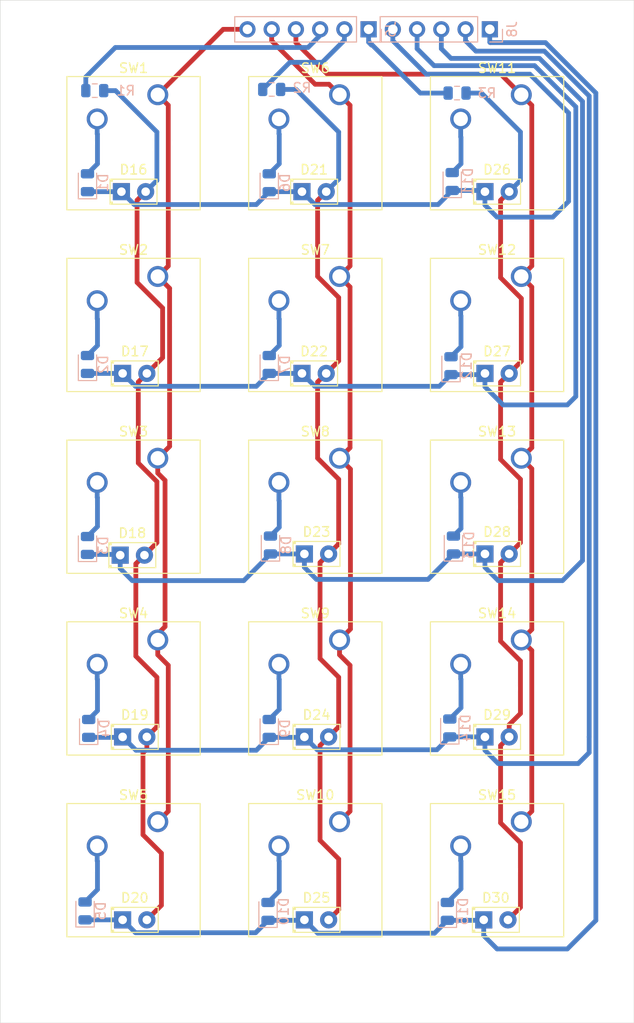
<source format=kicad_pcb>
(kicad_pcb (version 20171130) (host pcbnew "(6.0.0-rc1-dev-113-g3868f21)")

  (general
    (thickness 1.6)
    (drawings 4)
    (tracks 301)
    (zones 0)
    (modules 54)
    (nets 30)
  )

  (page A4)
  (layers
    (0 F.Cu signal)
    (31 B.Cu signal)
    (32 B.Adhes user)
    (33 F.Adhes user)
    (34 B.Paste user)
    (35 F.Paste user)
    (36 B.SilkS user)
    (37 F.SilkS user)
    (38 B.Mask user)
    (39 F.Mask user)
    (40 Dwgs.User user)
    (41 Cmts.User user)
    (42 Eco1.User user)
    (43 Eco2.User user)
    (44 Edge.Cuts user)
    (45 Margin user)
    (46 B.CrtYd user hide)
    (47 F.CrtYd user hide)
    (48 B.Fab user hide)
    (49 F.Fab user hide)
  )

  (setup
    (last_trace_width 0.5)
    (user_trace_width 0.5)
    (trace_clearance 0.2)
    (zone_clearance 0.508)
    (zone_45_only no)
    (trace_min 0.2)
    (via_size 0.8)
    (via_drill 0.4)
    (via_min_size 0.4)
    (via_min_drill 0.3)
    (uvia_size 0.3)
    (uvia_drill 0.1)
    (uvias_allowed no)
    (uvia_min_size 0.2)
    (uvia_min_drill 0.1)
    (edge_width 0.05)
    (segment_width 0.2)
    (pcb_text_width 0.3)
    (pcb_text_size 1.5 1.5)
    (mod_edge_width 0.12)
    (mod_text_size 1 1)
    (mod_text_width 0.15)
    (pad_size 1.524 1.524)
    (pad_drill 0.762)
    (pad_to_mask_clearance 0.2)
    (aux_axis_origin 0 0)
    (visible_elements FFFDBE7F)
    (pcbplotparams
      (layerselection 0x010fc_ffffffff)
      (usegerberextensions false)
      (usegerberattributes false)
      (usegerberadvancedattributes false)
      (creategerberjobfile false)
      (excludeedgelayer true)
      (linewidth 0.100000)
      (plotframeref false)
      (viasonmask false)
      (mode 1)
      (useauxorigin false)
      (hpglpennumber 1)
      (hpglpenspeed 20)
      (hpglpendiameter 15.000000)
      (psnegative false)
      (psa4output false)
      (plotreference true)
      (plotvalue true)
      (plotinvisibletext false)
      (padsonsilk false)
      (subtractmaskfromsilk false)
      (outputformat 1)
      (mirror false)
      (drillshape 0)
      (scaleselection 1)
      (outputdirectory "gerber"))
  )

  (net 0 "")
  (net 1 "Net-(D1-Pad2)")
  (net 2 "Net-(D2-Pad2)")
  (net 3 "Net-(D3-Pad2)")
  (net 4 "Net-(D4-Pad2)")
  (net 5 "Net-(D5-Pad2)")
  (net 6 "Net-(D6-Pad2)")
  (net 7 "Net-(D7-Pad2)")
  (net 8 "Net-(D8-Pad2)")
  (net 9 "Net-(D9-Pad2)")
  (net 10 "Net-(D10-Pad2)")
  (net 11 "Net-(D11-Pad2)")
  (net 12 "Net-(D12-Pad2)")
  (net 13 "Net-(D13-Pad2)")
  (net 14 "Net-(D14-Pad2)")
  (net 15 "Net-(D15-Pad2)")
  (net 16 "Net-(D1-Pad1)")
  (net 17 "Net-(D12-Pad1)")
  (net 18 "Net-(D13-Pad1)")
  (net 19 "Net-(D14-Pad1)")
  (net 20 "Net-(D10-Pad1)")
  (net 21 "Net-(D16-Pad2)")
  (net 22 "Net-(D21-Pad2)")
  (net 23 "Net-(D26-Pad2)")
  (net 24 "Net-(J6-Pad6)")
  (net 25 "Net-(J6-Pad5)")
  (net 26 "Net-(J6-Pad4)")
  (net 27 "Net-(J6-Pad3)")
  (net 28 "Net-(J6-Pad2)")
  (net 29 "Net-(J6-Pad1)")

  (net_class Default "This is the default net class."
    (clearance 0.2)
    (trace_width 0.25)
    (via_dia 0.8)
    (via_drill 0.4)
    (uvia_dia 0.3)
    (uvia_drill 0.1)
    (add_net "Net-(D1-Pad1)")
    (add_net "Net-(D1-Pad2)")
    (add_net "Net-(D10-Pad1)")
    (add_net "Net-(D10-Pad2)")
    (add_net "Net-(D11-Pad2)")
    (add_net "Net-(D12-Pad1)")
    (add_net "Net-(D12-Pad2)")
    (add_net "Net-(D13-Pad1)")
    (add_net "Net-(D13-Pad2)")
    (add_net "Net-(D14-Pad1)")
    (add_net "Net-(D14-Pad2)")
    (add_net "Net-(D15-Pad2)")
    (add_net "Net-(D16-Pad2)")
    (add_net "Net-(D2-Pad2)")
    (add_net "Net-(D21-Pad2)")
    (add_net "Net-(D26-Pad2)")
    (add_net "Net-(D3-Pad2)")
    (add_net "Net-(D4-Pad2)")
    (add_net "Net-(D5-Pad2)")
    (add_net "Net-(D6-Pad2)")
    (add_net "Net-(D7-Pad2)")
    (add_net "Net-(D8-Pad2)")
    (add_net "Net-(D9-Pad2)")
    (add_net "Net-(J6-Pad1)")
    (add_net "Net-(J6-Pad2)")
    (add_net "Net-(J6-Pad3)")
    (add_net "Net-(J6-Pad4)")
    (add_net "Net-(J6-Pad5)")
    (add_net "Net-(J6-Pad6)")
  )

  (module Connector_PinHeader_2.54mm:PinHeader_1x06_P2.54mm_Vertical (layer B.Cu) (tedit 5B980FA5) (tstamp 5BDA2FAF)
    (at 127.762 58.42 90)
    (descr "Through hole straight pin header, 1x06, 2.54mm pitch, single row")
    (tags "Through hole pin header THT 1x06 2.54mm single row")
    (path /5BAD37ED)
    (fp_text reference J6 (at 0 2.33 90) (layer B.SilkS)
      (effects (font (size 1 1) (thickness 0.15)) (justify mirror))
    )
    (fp_text value Conn_01x06_Male (at 0 -15.03 90) (layer B.Fab)
      (effects (font (size 1 1) (thickness 0.15)) (justify mirror))
    )
    (fp_text user %R (at 0 -6.35 -90) (layer B.Fab)
      (effects (font (size 1 1) (thickness 0.15)) (justify mirror))
    )
    (fp_line (start 1.8 1.8) (end -1.8 1.8) (layer B.CrtYd) (width 0.05))
    (fp_line (start 1.8 -14.5) (end 1.8 1.8) (layer B.CrtYd) (width 0.05))
    (fp_line (start -1.8 -14.5) (end 1.8 -14.5) (layer B.CrtYd) (width 0.05))
    (fp_line (start -1.8 1.8) (end -1.8 -14.5) (layer B.CrtYd) (width 0.05))
    (fp_line (start -1.33 1.33) (end 0 1.33) (layer B.SilkS) (width 0.12))
    (fp_line (start -1.33 0) (end -1.33 1.33) (layer B.SilkS) (width 0.12))
    (fp_line (start -1.33 -1.27) (end 1.33 -1.27) (layer B.SilkS) (width 0.12))
    (fp_line (start 1.33 -1.27) (end 1.33 -14.03) (layer B.SilkS) (width 0.12))
    (fp_line (start -1.33 -1.27) (end -1.33 -14.03) (layer B.SilkS) (width 0.12))
    (fp_line (start -1.33 -14.03) (end 1.33 -14.03) (layer B.SilkS) (width 0.12))
    (fp_line (start -1.27 0.635) (end -0.635 1.27) (layer B.Fab) (width 0.1))
    (fp_line (start -1.27 -13.97) (end -1.27 0.635) (layer B.Fab) (width 0.1))
    (fp_line (start 1.27 -13.97) (end -1.27 -13.97) (layer B.Fab) (width 0.1))
    (fp_line (start 1.27 1.27) (end 1.27 -13.97) (layer B.Fab) (width 0.1))
    (fp_line (start -0.635 1.27) (end 1.27 1.27) (layer B.Fab) (width 0.1))
    (pad 6 thru_hole oval (at 0 -12.7 90) (size 1.7 1.7) (drill 1) (layers *.Cu *.Mask)
      (net 24 "Net-(J6-Pad6)"))
    (pad 5 thru_hole oval (at 0 -10.16 90) (size 1.7 1.7) (drill 1) (layers *.Cu *.Mask)
      (net 25 "Net-(J6-Pad5)"))
    (pad 4 thru_hole oval (at 0 -7.62 90) (size 1.7 1.7) (drill 1) (layers *.Cu *.Mask)
      (net 26 "Net-(J6-Pad4)"))
    (pad 3 thru_hole oval (at 0 -5.08 90) (size 1.7 1.7) (drill 1) (layers *.Cu *.Mask)
      (net 27 "Net-(J6-Pad3)"))
    (pad 2 thru_hole oval (at 0 -2.54 90) (size 1.7 1.7) (drill 1) (layers *.Cu *.Mask)
      (net 28 "Net-(J6-Pad2)"))
    (pad 1 thru_hole rect (at 0 0 90) (size 1.7 1.7) (drill 1) (layers *.Cu *.Mask)
      (net 29 "Net-(J6-Pad1)"))
    (model ${KISYS3DMOD}/Connector_PinHeader_2.54mm.3dshapes/PinHeader_1x06_P2.54mm_Vertical.wrl
      (at (xyz 0 0 0))
      (scale (xyz 1 1 1))
      (rotate (xyz 0 0 0))
    )
  )

  (module Button_Switch_Keyboard:SW_Cherry_MX1A_1.00u_PCB (layer F.Cu) (tedit 5B981072) (tstamp 5B97878D)
    (at 124.714 65.278)
    (descr "Cherry MX keyswitch, MX1A, 1.00u, PCB mount, http://cherryamericas.com/wp-content/uploads/2014/12/mx_cat.pdf")
    (tags "cherry mx keyswitch MX1A 1.00u PCB")
    (path /5B95BFF2)
    (fp_text reference SW6 (at -2.54 -2.794) (layer F.SilkS)
      (effects (font (size 1 1) (thickness 0.15)))
    )
    (fp_text value SW_Push_45deg (at -2.54 12.954) (layer F.Fab)
      (effects (font (size 1 1) (thickness 0.15)))
    )
    (fp_line (start -9.525 12.065) (end -9.525 -1.905) (layer F.SilkS) (width 0.12))
    (fp_line (start 4.445 12.065) (end -9.525 12.065) (layer F.SilkS) (width 0.12))
    (fp_line (start 4.445 -1.905) (end 4.445 12.065) (layer F.SilkS) (width 0.12))
    (fp_line (start -9.525 -1.905) (end 4.445 -1.905) (layer F.SilkS) (width 0.12))
    (fp_line (start -12.065 14.605) (end -12.065 -4.445) (layer Dwgs.User) (width 0.15))
    (fp_line (start 6.985 14.605) (end -12.065 14.605) (layer Dwgs.User) (width 0.15))
    (fp_line (start 6.985 -4.445) (end 6.985 14.605) (layer Dwgs.User) (width 0.15))
    (fp_line (start -12.065 -4.445) (end 6.985 -4.445) (layer Dwgs.User) (width 0.15))
    (fp_line (start -9.14 -1.52) (end 4.06 -1.52) (layer F.CrtYd) (width 0.05))
    (fp_line (start 4.06 -1.52) (end 4.06 11.68) (layer F.CrtYd) (width 0.05))
    (fp_line (start 4.06 11.68) (end -9.14 11.68) (layer F.CrtYd) (width 0.05))
    (fp_line (start -9.14 11.68) (end -9.14 -1.52) (layer F.CrtYd) (width 0.05))
    (fp_line (start -8.89 11.43) (end -8.89 -1.27) (layer F.Fab) (width 0.15))
    (fp_line (start 3.81 11.43) (end -8.89 11.43) (layer F.Fab) (width 0.15))
    (fp_line (start 3.81 -1.27) (end 3.81 11.43) (layer F.Fab) (width 0.15))
    (fp_line (start -8.89 -1.27) (end 3.81 -1.27) (layer F.Fab) (width 0.15))
    (fp_text user %R (at -2.54 -2.794) (layer F.Fab)
      (effects (font (size 1 1) (thickness 0.15)))
    )
    (pad "" np_thru_hole circle (at 2.54 5.08) (size 1.7 1.7) (drill 1.7) (layers *.Cu *.Mask))
    (pad "" np_thru_hole circle (at -7.62 5.08) (size 1.7 1.7) (drill 1.7) (layers *.Cu *.Mask))
    (pad "" np_thru_hole circle (at -2.54 5.08) (size 4 4) (drill 4) (layers *.Cu *.Mask))
    (pad 2 thru_hole circle (at -6.35 2.54) (size 2.2 2.2) (drill 1.5) (layers *.Cu *.Mask)
      (net 6 "Net-(D6-Pad2)"))
    (pad 1 thru_hole circle (at 0 0) (size 2.2 2.2) (drill 1.5) (layers *.Cu *.Mask)
      (net 25 "Net-(J6-Pad5)"))
    (model ${KISYS3DMOD}/Button_Switch_Keyboard.3dshapes/SW_Cherry_MX1A_1.00u_PCB.wrl
      (at (xyz 0 0 0))
      (scale (xyz 1 1 1))
      (rotate (xyz 0 0 0))
    )
    (model "/Users/hack/Downloads/MX .STEP"
      (offset (xyz 4.8 2.3 6))
      (scale (xyz 1 1 1))
      (rotate (xyz -90 0 180))
    )
  )

  (module Button_Switch_Keyboard:SW_Cherry_MX1A_1.00u_PCB (layer F.Cu) (tedit 5B981072) (tstamp 5B97870B)
    (at 105.664 65.278)
    (descr "Cherry MX keyswitch, MX1A, 1.00u, PCB mount, http://cherryamericas.com/wp-content/uploads/2014/12/mx_cat.pdf")
    (tags "cherry mx keyswitch MX1A 1.00u PCB")
    (path /5B95BF60)
    (fp_text reference SW1 (at -2.54 -2.794) (layer F.SilkS)
      (effects (font (size 1 1) (thickness 0.15)))
    )
    (fp_text value SW_Push_45deg (at -2.54 12.954) (layer F.Fab)
      (effects (font (size 1 1) (thickness 0.15)))
    )
    (fp_line (start -9.525 12.065) (end -9.525 -1.905) (layer F.SilkS) (width 0.12))
    (fp_line (start 4.445 12.065) (end -9.525 12.065) (layer F.SilkS) (width 0.12))
    (fp_line (start 4.445 -1.905) (end 4.445 12.065) (layer F.SilkS) (width 0.12))
    (fp_line (start -9.525 -1.905) (end 4.445 -1.905) (layer F.SilkS) (width 0.12))
    (fp_line (start -12.065 14.605) (end -12.065 -4.445) (layer Dwgs.User) (width 0.15))
    (fp_line (start 6.985 14.605) (end -12.065 14.605) (layer Dwgs.User) (width 0.15))
    (fp_line (start 6.985 -4.445) (end 6.985 14.605) (layer Dwgs.User) (width 0.15))
    (fp_line (start -12.065 -4.445) (end 6.985 -4.445) (layer Dwgs.User) (width 0.15))
    (fp_line (start -9.14 -1.52) (end 4.06 -1.52) (layer F.CrtYd) (width 0.05))
    (fp_line (start 4.06 -1.52) (end 4.06 11.68) (layer F.CrtYd) (width 0.05))
    (fp_line (start 4.06 11.68) (end -9.14 11.68) (layer F.CrtYd) (width 0.05))
    (fp_line (start -9.14 11.68) (end -9.14 -1.52) (layer F.CrtYd) (width 0.05))
    (fp_line (start -8.89 11.43) (end -8.89 -1.27) (layer F.Fab) (width 0.15))
    (fp_line (start 3.81 11.43) (end -8.89 11.43) (layer F.Fab) (width 0.15))
    (fp_line (start 3.81 -1.27) (end 3.81 11.43) (layer F.Fab) (width 0.15))
    (fp_line (start -8.89 -1.27) (end 3.81 -1.27) (layer F.Fab) (width 0.15))
    (fp_text user %R (at -2.54 -2.794) (layer F.Fab)
      (effects (font (size 1 1) (thickness 0.15)))
    )
    (pad "" np_thru_hole circle (at 2.54 5.08) (size 1.7 1.7) (drill 1.7) (layers *.Cu *.Mask))
    (pad "" np_thru_hole circle (at -7.62 5.08) (size 1.7 1.7) (drill 1.7) (layers *.Cu *.Mask))
    (pad "" np_thru_hole circle (at -2.54 5.08) (size 4 4) (drill 4) (layers *.Cu *.Mask))
    (pad 2 thru_hole circle (at -6.35 2.54) (size 2.2 2.2) (drill 1.5) (layers *.Cu *.Mask)
      (net 1 "Net-(D1-Pad2)"))
    (pad 1 thru_hole circle (at 0 0) (size 2.2 2.2) (drill 1.5) (layers *.Cu *.Mask)
      (net 24 "Net-(J6-Pad6)"))
    (model ${KISYS3DMOD}/Button_Switch_Keyboard.3dshapes/SW_Cherry_MX1A_1.00u_PCB.wrl
      (at (xyz 0 0 0))
      (scale (xyz 1 1 1))
      (rotate (xyz 0 0 0))
    )
    (model "/Users/hack/Downloads/MX .STEP"
      (offset (xyz 4.8 2.3 6))
      (scale (xyz 1 1 1))
      (rotate (xyz -90 0 180))
    )
  )

  (module Button_Switch_Keyboard:SW_Cherry_MX1A_1.00u_PCB (layer F.Cu) (tedit 5B981072) (tstamp 5B978829)
    (at 143.764 84.328)
    (descr "Cherry MX keyswitch, MX1A, 1.00u, PCB mount, http://cherryamericas.com/wp-content/uploads/2014/12/mx_cat.pdf")
    (tags "cherry mx keyswitch MX1A 1.00u PCB")
    (path /5B95C2FE)
    (fp_text reference SW12 (at -2.54 -2.794) (layer F.SilkS)
      (effects (font (size 1 1) (thickness 0.15)))
    )
    (fp_text value SW_Push_45deg (at -2.54 12.954) (layer F.Fab)
      (effects (font (size 1 1) (thickness 0.15)))
    )
    (fp_line (start -9.525 12.065) (end -9.525 -1.905) (layer F.SilkS) (width 0.12))
    (fp_line (start 4.445 12.065) (end -9.525 12.065) (layer F.SilkS) (width 0.12))
    (fp_line (start 4.445 -1.905) (end 4.445 12.065) (layer F.SilkS) (width 0.12))
    (fp_line (start -9.525 -1.905) (end 4.445 -1.905) (layer F.SilkS) (width 0.12))
    (fp_line (start -12.065 14.605) (end -12.065 -4.445) (layer Dwgs.User) (width 0.15))
    (fp_line (start 6.985 14.605) (end -12.065 14.605) (layer Dwgs.User) (width 0.15))
    (fp_line (start 6.985 -4.445) (end 6.985 14.605) (layer Dwgs.User) (width 0.15))
    (fp_line (start -12.065 -4.445) (end 6.985 -4.445) (layer Dwgs.User) (width 0.15))
    (fp_line (start -9.14 -1.52) (end 4.06 -1.52) (layer F.CrtYd) (width 0.05))
    (fp_line (start 4.06 -1.52) (end 4.06 11.68) (layer F.CrtYd) (width 0.05))
    (fp_line (start 4.06 11.68) (end -9.14 11.68) (layer F.CrtYd) (width 0.05))
    (fp_line (start -9.14 11.68) (end -9.14 -1.52) (layer F.CrtYd) (width 0.05))
    (fp_line (start -8.89 11.43) (end -8.89 -1.27) (layer F.Fab) (width 0.15))
    (fp_line (start 3.81 11.43) (end -8.89 11.43) (layer F.Fab) (width 0.15))
    (fp_line (start 3.81 -1.27) (end 3.81 11.43) (layer F.Fab) (width 0.15))
    (fp_line (start -8.89 -1.27) (end 3.81 -1.27) (layer F.Fab) (width 0.15))
    (fp_text user %R (at -2.54 -2.794) (layer F.Fab)
      (effects (font (size 1 1) (thickness 0.15)))
    )
    (pad "" np_thru_hole circle (at 2.54 5.08) (size 1.7 1.7) (drill 1.7) (layers *.Cu *.Mask))
    (pad "" np_thru_hole circle (at -7.62 5.08) (size 1.7 1.7) (drill 1.7) (layers *.Cu *.Mask))
    (pad "" np_thru_hole circle (at -2.54 5.08) (size 4 4) (drill 4) (layers *.Cu *.Mask))
    (pad 2 thru_hole circle (at -6.35 2.54) (size 2.2 2.2) (drill 1.5) (layers *.Cu *.Mask)
      (net 12 "Net-(D12-Pad2)"))
    (pad 1 thru_hole circle (at 0 0) (size 2.2 2.2) (drill 1.5) (layers *.Cu *.Mask)
      (net 26 "Net-(J6-Pad4)"))
    (model ${KISYS3DMOD}/Button_Switch_Keyboard.3dshapes/SW_Cherry_MX1A_1.00u_PCB.wrl
      (at (xyz 0 0 0))
      (scale (xyz 1 1 1))
      (rotate (xyz 0 0 0))
    )
    (model "/Users/hack/Downloads/MX .STEP"
      (offset (xyz 4.8 2.3 6))
      (scale (xyz 1 1 1))
      (rotate (xyz -90 0 180))
    )
  )

  (module Button_Switch_Keyboard:SW_Cherry_MX1A_1.00u_PCB (layer F.Cu) (tedit 5B981072) (tstamp 5B97880F)
    (at 143.764 65.278)
    (descr "Cherry MX keyswitch, MX1A, 1.00u, PCB mount, http://cherryamericas.com/wp-content/uploads/2014/12/mx_cat.pdf")
    (tags "cherry mx keyswitch MX1A 1.00u PCB")
    (path /5B95C050)
    (fp_text reference SW11 (at -2.54 -2.794) (layer F.SilkS)
      (effects (font (size 1 1) (thickness 0.15)))
    )
    (fp_text value SW_Push_45deg (at -2.54 12.954) (layer F.Fab)
      (effects (font (size 1 1) (thickness 0.15)))
    )
    (fp_line (start -9.525 12.065) (end -9.525 -1.905) (layer F.SilkS) (width 0.12))
    (fp_line (start 4.445 12.065) (end -9.525 12.065) (layer F.SilkS) (width 0.12))
    (fp_line (start 4.445 -1.905) (end 4.445 12.065) (layer F.SilkS) (width 0.12))
    (fp_line (start -9.525 -1.905) (end 4.445 -1.905) (layer F.SilkS) (width 0.12))
    (fp_line (start -12.065 14.605) (end -12.065 -4.445) (layer Dwgs.User) (width 0.15))
    (fp_line (start 6.985 14.605) (end -12.065 14.605) (layer Dwgs.User) (width 0.15))
    (fp_line (start 6.985 -4.445) (end 6.985 14.605) (layer Dwgs.User) (width 0.15))
    (fp_line (start -12.065 -4.445) (end 6.985 -4.445) (layer Dwgs.User) (width 0.15))
    (fp_line (start -9.14 -1.52) (end 4.06 -1.52) (layer F.CrtYd) (width 0.05))
    (fp_line (start 4.06 -1.52) (end 4.06 11.68) (layer F.CrtYd) (width 0.05))
    (fp_line (start 4.06 11.68) (end -9.14 11.68) (layer F.CrtYd) (width 0.05))
    (fp_line (start -9.14 11.68) (end -9.14 -1.52) (layer F.CrtYd) (width 0.05))
    (fp_line (start -8.89 11.43) (end -8.89 -1.27) (layer F.Fab) (width 0.15))
    (fp_line (start 3.81 11.43) (end -8.89 11.43) (layer F.Fab) (width 0.15))
    (fp_line (start 3.81 -1.27) (end 3.81 11.43) (layer F.Fab) (width 0.15))
    (fp_line (start -8.89 -1.27) (end 3.81 -1.27) (layer F.Fab) (width 0.15))
    (fp_text user %R (at -2.54 -2.794) (layer F.Fab)
      (effects (font (size 1 1) (thickness 0.15)))
    )
    (pad "" np_thru_hole circle (at 2.54 5.08) (size 1.7 1.7) (drill 1.7) (layers *.Cu *.Mask))
    (pad "" np_thru_hole circle (at -7.62 5.08) (size 1.7 1.7) (drill 1.7) (layers *.Cu *.Mask))
    (pad "" np_thru_hole circle (at -2.54 5.08) (size 4 4) (drill 4) (layers *.Cu *.Mask))
    (pad 2 thru_hole circle (at -6.35 2.54) (size 2.2 2.2) (drill 1.5) (layers *.Cu *.Mask)
      (net 11 "Net-(D11-Pad2)"))
    (pad 1 thru_hole circle (at 0 0) (size 2.2 2.2) (drill 1.5) (layers *.Cu *.Mask)
      (net 26 "Net-(J6-Pad4)"))
    (model ${KISYS3DMOD}/Button_Switch_Keyboard.3dshapes/SW_Cherry_MX1A_1.00u_PCB.wrl
      (at (xyz 0 0 0))
      (scale (xyz 1 1 1))
      (rotate (xyz 0 0 0))
    )
    (model "/Users/hack/Downloads/MX .STEP"
      (offset (xyz 4.8 2.3 6))
      (scale (xyz 1 1 1))
      (rotate (xyz -90 0 180))
    )
  )

  (module Button_Switch_Keyboard:SW_Cherry_MX1A_1.00u_PCB (layer F.Cu) (tedit 5B981072) (tstamp 5B978843)
    (at 143.764 103.378)
    (descr "Cherry MX keyswitch, MX1A, 1.00u, PCB mount, http://cherryamericas.com/wp-content/uploads/2014/12/mx_cat.pdf")
    (tags "cherry mx keyswitch MX1A 1.00u PCB")
    (path /5B95C3B5)
    (fp_text reference SW13 (at -2.54 -2.794) (layer F.SilkS)
      (effects (font (size 1 1) (thickness 0.15)))
    )
    (fp_text value SW_Push_45deg (at -2.54 12.954) (layer F.Fab)
      (effects (font (size 1 1) (thickness 0.15)))
    )
    (fp_line (start -9.525 12.065) (end -9.525 -1.905) (layer F.SilkS) (width 0.12))
    (fp_line (start 4.445 12.065) (end -9.525 12.065) (layer F.SilkS) (width 0.12))
    (fp_line (start 4.445 -1.905) (end 4.445 12.065) (layer F.SilkS) (width 0.12))
    (fp_line (start -9.525 -1.905) (end 4.445 -1.905) (layer F.SilkS) (width 0.12))
    (fp_line (start -12.065 14.605) (end -12.065 -4.445) (layer Dwgs.User) (width 0.15))
    (fp_line (start 6.985 14.605) (end -12.065 14.605) (layer Dwgs.User) (width 0.15))
    (fp_line (start 6.985 -4.445) (end 6.985 14.605) (layer Dwgs.User) (width 0.15))
    (fp_line (start -12.065 -4.445) (end 6.985 -4.445) (layer Dwgs.User) (width 0.15))
    (fp_line (start -9.14 -1.52) (end 4.06 -1.52) (layer F.CrtYd) (width 0.05))
    (fp_line (start 4.06 -1.52) (end 4.06 11.68) (layer F.CrtYd) (width 0.05))
    (fp_line (start 4.06 11.68) (end -9.14 11.68) (layer F.CrtYd) (width 0.05))
    (fp_line (start -9.14 11.68) (end -9.14 -1.52) (layer F.CrtYd) (width 0.05))
    (fp_line (start -8.89 11.43) (end -8.89 -1.27) (layer F.Fab) (width 0.15))
    (fp_line (start 3.81 11.43) (end -8.89 11.43) (layer F.Fab) (width 0.15))
    (fp_line (start 3.81 -1.27) (end 3.81 11.43) (layer F.Fab) (width 0.15))
    (fp_line (start -8.89 -1.27) (end 3.81 -1.27) (layer F.Fab) (width 0.15))
    (fp_text user %R (at -2.54 -2.794) (layer F.Fab)
      (effects (font (size 1 1) (thickness 0.15)))
    )
    (pad "" np_thru_hole circle (at 2.54 5.08) (size 1.7 1.7) (drill 1.7) (layers *.Cu *.Mask))
    (pad "" np_thru_hole circle (at -7.62 5.08) (size 1.7 1.7) (drill 1.7) (layers *.Cu *.Mask))
    (pad "" np_thru_hole circle (at -2.54 5.08) (size 4 4) (drill 4) (layers *.Cu *.Mask))
    (pad 2 thru_hole circle (at -6.35 2.54) (size 2.2 2.2) (drill 1.5) (layers *.Cu *.Mask)
      (net 13 "Net-(D13-Pad2)"))
    (pad 1 thru_hole circle (at 0 0) (size 2.2 2.2) (drill 1.5) (layers *.Cu *.Mask)
      (net 26 "Net-(J6-Pad4)"))
    (model ${KISYS3DMOD}/Button_Switch_Keyboard.3dshapes/SW_Cherry_MX1A_1.00u_PCB.wrl
      (at (xyz 0 0 0))
      (scale (xyz 1 1 1))
      (rotate (xyz 0 0 0))
    )
    (model "/Users/hack/Downloads/MX .STEP"
      (offset (xyz 4.8 2.3 6))
      (scale (xyz 1 1 1))
      (rotate (xyz -90 0 180))
    )
  )

  (module Button_Switch_Keyboard:SW_Cherry_MX1A_1.00u_PCB (layer F.Cu) (tedit 5B981072) (tstamp 5B978725)
    (at 105.664 84.328)
    (descr "Cherry MX keyswitch, MX1A, 1.00u, PCB mount, http://cherryamericas.com/wp-content/uploads/2014/12/mx_cat.pdf")
    (tags "cherry mx keyswitch MX1A 1.00u PCB")
    (path /5B95C2F0)
    (fp_text reference SW2 (at -2.54 -2.794) (layer F.SilkS)
      (effects (font (size 1 1) (thickness 0.15)))
    )
    (fp_text value SW_Push_45deg (at -2.54 12.954) (layer F.Fab)
      (effects (font (size 1 1) (thickness 0.15)))
    )
    (fp_line (start -9.525 12.065) (end -9.525 -1.905) (layer F.SilkS) (width 0.12))
    (fp_line (start 4.445 12.065) (end -9.525 12.065) (layer F.SilkS) (width 0.12))
    (fp_line (start 4.445 -1.905) (end 4.445 12.065) (layer F.SilkS) (width 0.12))
    (fp_line (start -9.525 -1.905) (end 4.445 -1.905) (layer F.SilkS) (width 0.12))
    (fp_line (start -12.065 14.605) (end -12.065 -4.445) (layer Dwgs.User) (width 0.15))
    (fp_line (start 6.985 14.605) (end -12.065 14.605) (layer Dwgs.User) (width 0.15))
    (fp_line (start 6.985 -4.445) (end 6.985 14.605) (layer Dwgs.User) (width 0.15))
    (fp_line (start -12.065 -4.445) (end 6.985 -4.445) (layer Dwgs.User) (width 0.15))
    (fp_line (start -9.14 -1.52) (end 4.06 -1.52) (layer F.CrtYd) (width 0.05))
    (fp_line (start 4.06 -1.52) (end 4.06 11.68) (layer F.CrtYd) (width 0.05))
    (fp_line (start 4.06 11.68) (end -9.14 11.68) (layer F.CrtYd) (width 0.05))
    (fp_line (start -9.14 11.68) (end -9.14 -1.52) (layer F.CrtYd) (width 0.05))
    (fp_line (start -8.89 11.43) (end -8.89 -1.27) (layer F.Fab) (width 0.15))
    (fp_line (start 3.81 11.43) (end -8.89 11.43) (layer F.Fab) (width 0.15))
    (fp_line (start 3.81 -1.27) (end 3.81 11.43) (layer F.Fab) (width 0.15))
    (fp_line (start -8.89 -1.27) (end 3.81 -1.27) (layer F.Fab) (width 0.15))
    (fp_text user %R (at -2.54 -2.794) (layer F.Fab)
      (effects (font (size 1 1) (thickness 0.15)))
    )
    (pad "" np_thru_hole circle (at 2.54 5.08) (size 1.7 1.7) (drill 1.7) (layers *.Cu *.Mask))
    (pad "" np_thru_hole circle (at -7.62 5.08) (size 1.7 1.7) (drill 1.7) (layers *.Cu *.Mask))
    (pad "" np_thru_hole circle (at -2.54 5.08) (size 4 4) (drill 4) (layers *.Cu *.Mask))
    (pad 2 thru_hole circle (at -6.35 2.54) (size 2.2 2.2) (drill 1.5) (layers *.Cu *.Mask)
      (net 2 "Net-(D2-Pad2)"))
    (pad 1 thru_hole circle (at 0 0) (size 2.2 2.2) (drill 1.5) (layers *.Cu *.Mask)
      (net 24 "Net-(J6-Pad6)"))
    (model ${KISYS3DMOD}/Button_Switch_Keyboard.3dshapes/SW_Cherry_MX1A_1.00u_PCB.wrl
      (at (xyz 0 0 0))
      (scale (xyz 1 1 1))
      (rotate (xyz 0 0 0))
    )
    (model "/Users/hack/Downloads/MX .STEP"
      (offset (xyz 4.8 2.3 6))
      (scale (xyz 1 1 1))
      (rotate (xyz -90 0 180))
    )
  )

  (module Button_Switch_Keyboard:SW_Cherry_MX1A_1.00u_PCB (layer F.Cu) (tedit 5B981072) (tstamp 5B97873F)
    (at 105.664 103.378)
    (descr "Cherry MX keyswitch, MX1A, 1.00u, PCB mount, http://cherryamericas.com/wp-content/uploads/2014/12/mx_cat.pdf")
    (tags "cherry mx keyswitch MX1A 1.00u PCB")
    (path /5B95C3A7)
    (fp_text reference SW3 (at -2.54 -2.794) (layer F.SilkS)
      (effects (font (size 1 1) (thickness 0.15)))
    )
    (fp_text value SW_Push_45deg (at -2.54 12.954) (layer F.Fab)
      (effects (font (size 1 1) (thickness 0.15)))
    )
    (fp_line (start -9.525 12.065) (end -9.525 -1.905) (layer F.SilkS) (width 0.12))
    (fp_line (start 4.445 12.065) (end -9.525 12.065) (layer F.SilkS) (width 0.12))
    (fp_line (start 4.445 -1.905) (end 4.445 12.065) (layer F.SilkS) (width 0.12))
    (fp_line (start -9.525 -1.905) (end 4.445 -1.905) (layer F.SilkS) (width 0.12))
    (fp_line (start -12.065 14.605) (end -12.065 -4.445) (layer Dwgs.User) (width 0.15))
    (fp_line (start 6.985 14.605) (end -12.065 14.605) (layer Dwgs.User) (width 0.15))
    (fp_line (start 6.985 -4.445) (end 6.985 14.605) (layer Dwgs.User) (width 0.15))
    (fp_line (start -12.065 -4.445) (end 6.985 -4.445) (layer Dwgs.User) (width 0.15))
    (fp_line (start -9.14 -1.52) (end 4.06 -1.52) (layer F.CrtYd) (width 0.05))
    (fp_line (start 4.06 -1.52) (end 4.06 11.68) (layer F.CrtYd) (width 0.05))
    (fp_line (start 4.06 11.68) (end -9.14 11.68) (layer F.CrtYd) (width 0.05))
    (fp_line (start -9.14 11.68) (end -9.14 -1.52) (layer F.CrtYd) (width 0.05))
    (fp_line (start -8.89 11.43) (end -8.89 -1.27) (layer F.Fab) (width 0.15))
    (fp_line (start 3.81 11.43) (end -8.89 11.43) (layer F.Fab) (width 0.15))
    (fp_line (start 3.81 -1.27) (end 3.81 11.43) (layer F.Fab) (width 0.15))
    (fp_line (start -8.89 -1.27) (end 3.81 -1.27) (layer F.Fab) (width 0.15))
    (fp_text user %R (at -2.54 -2.794) (layer F.Fab)
      (effects (font (size 1 1) (thickness 0.15)))
    )
    (pad "" np_thru_hole circle (at 2.54 5.08) (size 1.7 1.7) (drill 1.7) (layers *.Cu *.Mask))
    (pad "" np_thru_hole circle (at -7.62 5.08) (size 1.7 1.7) (drill 1.7) (layers *.Cu *.Mask))
    (pad "" np_thru_hole circle (at -2.54 5.08) (size 4 4) (drill 4) (layers *.Cu *.Mask))
    (pad 2 thru_hole circle (at -6.35 2.54) (size 2.2 2.2) (drill 1.5) (layers *.Cu *.Mask)
      (net 3 "Net-(D3-Pad2)"))
    (pad 1 thru_hole circle (at 0 0) (size 2.2 2.2) (drill 1.5) (layers *.Cu *.Mask)
      (net 24 "Net-(J6-Pad6)"))
    (model ${KISYS3DMOD}/Button_Switch_Keyboard.3dshapes/SW_Cherry_MX1A_1.00u_PCB.wrl
      (at (xyz 0 0 0))
      (scale (xyz 1 1 1))
      (rotate (xyz 0 0 0))
    )
    (model "/Users/hack/Downloads/MX .STEP"
      (offset (xyz 4.8 2.3 6))
      (scale (xyz 1 1 1))
      (rotate (xyz -90 0 180))
    )
  )

  (module Button_Switch_Keyboard:SW_Cherry_MX1A_1.00u_PCB (layer F.Cu) (tedit 5B981072) (tstamp 5B978759)
    (at 105.664 122.428)
    (descr "Cherry MX keyswitch, MX1A, 1.00u, PCB mount, http://cherryamericas.com/wp-content/uploads/2014/12/mx_cat.pdf")
    (tags "cherry mx keyswitch MX1A 1.00u PCB")
    (path /5B95C41C)
    (fp_text reference SW4 (at -2.54 -2.794) (layer F.SilkS)
      (effects (font (size 1 1) (thickness 0.15)))
    )
    (fp_text value SW_Push_45deg (at -2.54 12.954) (layer F.Fab)
      (effects (font (size 1 1) (thickness 0.15)))
    )
    (fp_line (start -9.525 12.065) (end -9.525 -1.905) (layer F.SilkS) (width 0.12))
    (fp_line (start 4.445 12.065) (end -9.525 12.065) (layer F.SilkS) (width 0.12))
    (fp_line (start 4.445 -1.905) (end 4.445 12.065) (layer F.SilkS) (width 0.12))
    (fp_line (start -9.525 -1.905) (end 4.445 -1.905) (layer F.SilkS) (width 0.12))
    (fp_line (start -12.065 14.605) (end -12.065 -4.445) (layer Dwgs.User) (width 0.15))
    (fp_line (start 6.985 14.605) (end -12.065 14.605) (layer Dwgs.User) (width 0.15))
    (fp_line (start 6.985 -4.445) (end 6.985 14.605) (layer Dwgs.User) (width 0.15))
    (fp_line (start -12.065 -4.445) (end 6.985 -4.445) (layer Dwgs.User) (width 0.15))
    (fp_line (start -9.14 -1.52) (end 4.06 -1.52) (layer F.CrtYd) (width 0.05))
    (fp_line (start 4.06 -1.52) (end 4.06 11.68) (layer F.CrtYd) (width 0.05))
    (fp_line (start 4.06 11.68) (end -9.14 11.68) (layer F.CrtYd) (width 0.05))
    (fp_line (start -9.14 11.68) (end -9.14 -1.52) (layer F.CrtYd) (width 0.05))
    (fp_line (start -8.89 11.43) (end -8.89 -1.27) (layer F.Fab) (width 0.15))
    (fp_line (start 3.81 11.43) (end -8.89 11.43) (layer F.Fab) (width 0.15))
    (fp_line (start 3.81 -1.27) (end 3.81 11.43) (layer F.Fab) (width 0.15))
    (fp_line (start -8.89 -1.27) (end 3.81 -1.27) (layer F.Fab) (width 0.15))
    (fp_text user %R (at -2.54 -2.794) (layer F.Fab)
      (effects (font (size 1 1) (thickness 0.15)))
    )
    (pad "" np_thru_hole circle (at 2.54 5.08) (size 1.7 1.7) (drill 1.7) (layers *.Cu *.Mask))
    (pad "" np_thru_hole circle (at -7.62 5.08) (size 1.7 1.7) (drill 1.7) (layers *.Cu *.Mask))
    (pad "" np_thru_hole circle (at -2.54 5.08) (size 4 4) (drill 4) (layers *.Cu *.Mask))
    (pad 2 thru_hole circle (at -6.35 2.54) (size 2.2 2.2) (drill 1.5) (layers *.Cu *.Mask)
      (net 4 "Net-(D4-Pad2)"))
    (pad 1 thru_hole circle (at 0 0) (size 2.2 2.2) (drill 1.5) (layers *.Cu *.Mask)
      (net 24 "Net-(J6-Pad6)"))
    (model ${KISYS3DMOD}/Button_Switch_Keyboard.3dshapes/SW_Cherry_MX1A_1.00u_PCB.wrl
      (at (xyz 0 0 0))
      (scale (xyz 1 1 1))
      (rotate (xyz 0 0 0))
    )
    (model "/Users/hack/Downloads/MX .STEP"
      (offset (xyz 4.8 2.3 6))
      (scale (xyz 1 1 1))
      (rotate (xyz -90 0 180))
    )
  )

  (module Button_Switch_Keyboard:SW_Cherry_MX1A_1.00u_PCB (layer F.Cu) (tedit 5B981072) (tstamp 5B978773)
    (at 105.664 141.478)
    (descr "Cherry MX keyswitch, MX1A, 1.00u, PCB mount, http://cherryamericas.com/wp-content/uploads/2014/12/mx_cat.pdf")
    (tags "cherry mx keyswitch MX1A 1.00u PCB")
    (path /5B95C46D)
    (fp_text reference SW5 (at -2.54 -2.794) (layer F.SilkS)
      (effects (font (size 1 1) (thickness 0.15)))
    )
    (fp_text value SW_Push_45deg (at -2.54 12.954) (layer F.Fab)
      (effects (font (size 1 1) (thickness 0.15)))
    )
    (fp_line (start -9.525 12.065) (end -9.525 -1.905) (layer F.SilkS) (width 0.12))
    (fp_line (start 4.445 12.065) (end -9.525 12.065) (layer F.SilkS) (width 0.12))
    (fp_line (start 4.445 -1.905) (end 4.445 12.065) (layer F.SilkS) (width 0.12))
    (fp_line (start -9.525 -1.905) (end 4.445 -1.905) (layer F.SilkS) (width 0.12))
    (fp_line (start -12.065 14.605) (end -12.065 -4.445) (layer Dwgs.User) (width 0.15))
    (fp_line (start 6.985 14.605) (end -12.065 14.605) (layer Dwgs.User) (width 0.15))
    (fp_line (start 6.985 -4.445) (end 6.985 14.605) (layer Dwgs.User) (width 0.15))
    (fp_line (start -12.065 -4.445) (end 6.985 -4.445) (layer Dwgs.User) (width 0.15))
    (fp_line (start -9.14 -1.52) (end 4.06 -1.52) (layer F.CrtYd) (width 0.05))
    (fp_line (start 4.06 -1.52) (end 4.06 11.68) (layer F.CrtYd) (width 0.05))
    (fp_line (start 4.06 11.68) (end -9.14 11.68) (layer F.CrtYd) (width 0.05))
    (fp_line (start -9.14 11.68) (end -9.14 -1.52) (layer F.CrtYd) (width 0.05))
    (fp_line (start -8.89 11.43) (end -8.89 -1.27) (layer F.Fab) (width 0.15))
    (fp_line (start 3.81 11.43) (end -8.89 11.43) (layer F.Fab) (width 0.15))
    (fp_line (start 3.81 -1.27) (end 3.81 11.43) (layer F.Fab) (width 0.15))
    (fp_line (start -8.89 -1.27) (end 3.81 -1.27) (layer F.Fab) (width 0.15))
    (fp_text user %R (at -2.54 -2.794) (layer F.Fab)
      (effects (font (size 1 1) (thickness 0.15)))
    )
    (pad "" np_thru_hole circle (at 2.54 5.08) (size 1.7 1.7) (drill 1.7) (layers *.Cu *.Mask))
    (pad "" np_thru_hole circle (at -7.62 5.08) (size 1.7 1.7) (drill 1.7) (layers *.Cu *.Mask))
    (pad "" np_thru_hole circle (at -2.54 5.08) (size 4 4) (drill 4) (layers *.Cu *.Mask))
    (pad 2 thru_hole circle (at -6.35 2.54) (size 2.2 2.2) (drill 1.5) (layers *.Cu *.Mask)
      (net 5 "Net-(D5-Pad2)"))
    (pad 1 thru_hole circle (at 0 0) (size 2.2 2.2) (drill 1.5) (layers *.Cu *.Mask)
      (net 24 "Net-(J6-Pad6)"))
    (model ${KISYS3DMOD}/Button_Switch_Keyboard.3dshapes/SW_Cherry_MX1A_1.00u_PCB.wrl
      (at (xyz 0 0 0))
      (scale (xyz 1 1 1))
      (rotate (xyz 0 0 0))
    )
    (model "/Users/hack/Downloads/MX .STEP"
      (offset (xyz 4.8 2.3 6))
      (scale (xyz 1 1 1))
      (rotate (xyz -90 0 180))
    )
  )

  (module Button_Switch_Keyboard:SW_Cherry_MX1A_1.00u_PCB (layer F.Cu) (tedit 5B981072) (tstamp 5B9787A7)
    (at 124.714 84.328)
    (descr "Cherry MX keyswitch, MX1A, 1.00u, PCB mount, http://cherryamericas.com/wp-content/uploads/2014/12/mx_cat.pdf")
    (tags "cherry mx keyswitch MX1A 1.00u PCB")
    (path /5B95C2F7)
    (fp_text reference SW7 (at -2.54 -2.794) (layer F.SilkS)
      (effects (font (size 1 1) (thickness 0.15)))
    )
    (fp_text value SW_Push_45deg (at -2.54 12.954) (layer F.Fab)
      (effects (font (size 1 1) (thickness 0.15)))
    )
    (fp_line (start -9.525 12.065) (end -9.525 -1.905) (layer F.SilkS) (width 0.12))
    (fp_line (start 4.445 12.065) (end -9.525 12.065) (layer F.SilkS) (width 0.12))
    (fp_line (start 4.445 -1.905) (end 4.445 12.065) (layer F.SilkS) (width 0.12))
    (fp_line (start -9.525 -1.905) (end 4.445 -1.905) (layer F.SilkS) (width 0.12))
    (fp_line (start -12.065 14.605) (end -12.065 -4.445) (layer Dwgs.User) (width 0.15))
    (fp_line (start 6.985 14.605) (end -12.065 14.605) (layer Dwgs.User) (width 0.15))
    (fp_line (start 6.985 -4.445) (end 6.985 14.605) (layer Dwgs.User) (width 0.15))
    (fp_line (start -12.065 -4.445) (end 6.985 -4.445) (layer Dwgs.User) (width 0.15))
    (fp_line (start -9.14 -1.52) (end 4.06 -1.52) (layer F.CrtYd) (width 0.05))
    (fp_line (start 4.06 -1.52) (end 4.06 11.68) (layer F.CrtYd) (width 0.05))
    (fp_line (start 4.06 11.68) (end -9.14 11.68) (layer F.CrtYd) (width 0.05))
    (fp_line (start -9.14 11.68) (end -9.14 -1.52) (layer F.CrtYd) (width 0.05))
    (fp_line (start -8.89 11.43) (end -8.89 -1.27) (layer F.Fab) (width 0.15))
    (fp_line (start 3.81 11.43) (end -8.89 11.43) (layer F.Fab) (width 0.15))
    (fp_line (start 3.81 -1.27) (end 3.81 11.43) (layer F.Fab) (width 0.15))
    (fp_line (start -8.89 -1.27) (end 3.81 -1.27) (layer F.Fab) (width 0.15))
    (fp_text user %R (at -2.54 -2.794) (layer F.Fab)
      (effects (font (size 1 1) (thickness 0.15)))
    )
    (pad "" np_thru_hole circle (at 2.54 5.08) (size 1.7 1.7) (drill 1.7) (layers *.Cu *.Mask))
    (pad "" np_thru_hole circle (at -7.62 5.08) (size 1.7 1.7) (drill 1.7) (layers *.Cu *.Mask))
    (pad "" np_thru_hole circle (at -2.54 5.08) (size 4 4) (drill 4) (layers *.Cu *.Mask))
    (pad 2 thru_hole circle (at -6.35 2.54) (size 2.2 2.2) (drill 1.5) (layers *.Cu *.Mask)
      (net 7 "Net-(D7-Pad2)"))
    (pad 1 thru_hole circle (at 0 0) (size 2.2 2.2) (drill 1.5) (layers *.Cu *.Mask)
      (net 25 "Net-(J6-Pad5)"))
    (model ${KISYS3DMOD}/Button_Switch_Keyboard.3dshapes/SW_Cherry_MX1A_1.00u_PCB.wrl
      (at (xyz 0 0 0))
      (scale (xyz 1 1 1))
      (rotate (xyz 0 0 0))
    )
    (model "/Users/hack/Downloads/MX .STEP"
      (offset (xyz 4.8 2.3 6))
      (scale (xyz 1 1 1))
      (rotate (xyz -90 0 180))
    )
  )

  (module Button_Switch_Keyboard:SW_Cherry_MX1A_1.00u_PCB (layer F.Cu) (tedit 5B981072) (tstamp 5B9787C1)
    (at 124.714 103.378)
    (descr "Cherry MX keyswitch, MX1A, 1.00u, PCB mount, http://cherryamericas.com/wp-content/uploads/2014/12/mx_cat.pdf")
    (tags "cherry mx keyswitch MX1A 1.00u PCB")
    (path /5B95C3AE)
    (fp_text reference SW8 (at -2.54 -2.794) (layer F.SilkS)
      (effects (font (size 1 1) (thickness 0.15)))
    )
    (fp_text value SW_Push_45deg (at -2.54 12.954) (layer F.Fab)
      (effects (font (size 1 1) (thickness 0.15)))
    )
    (fp_line (start -9.525 12.065) (end -9.525 -1.905) (layer F.SilkS) (width 0.12))
    (fp_line (start 4.445 12.065) (end -9.525 12.065) (layer F.SilkS) (width 0.12))
    (fp_line (start 4.445 -1.905) (end 4.445 12.065) (layer F.SilkS) (width 0.12))
    (fp_line (start -9.525 -1.905) (end 4.445 -1.905) (layer F.SilkS) (width 0.12))
    (fp_line (start -12.065 14.605) (end -12.065 -4.445) (layer Dwgs.User) (width 0.15))
    (fp_line (start 6.985 14.605) (end -12.065 14.605) (layer Dwgs.User) (width 0.15))
    (fp_line (start 6.985 -4.445) (end 6.985 14.605) (layer Dwgs.User) (width 0.15))
    (fp_line (start -12.065 -4.445) (end 6.985 -4.445) (layer Dwgs.User) (width 0.15))
    (fp_line (start -9.14 -1.52) (end 4.06 -1.52) (layer F.CrtYd) (width 0.05))
    (fp_line (start 4.06 -1.52) (end 4.06 11.68) (layer F.CrtYd) (width 0.05))
    (fp_line (start 4.06 11.68) (end -9.14 11.68) (layer F.CrtYd) (width 0.05))
    (fp_line (start -9.14 11.68) (end -9.14 -1.52) (layer F.CrtYd) (width 0.05))
    (fp_line (start -8.89 11.43) (end -8.89 -1.27) (layer F.Fab) (width 0.15))
    (fp_line (start 3.81 11.43) (end -8.89 11.43) (layer F.Fab) (width 0.15))
    (fp_line (start 3.81 -1.27) (end 3.81 11.43) (layer F.Fab) (width 0.15))
    (fp_line (start -8.89 -1.27) (end 3.81 -1.27) (layer F.Fab) (width 0.15))
    (fp_text user %R (at -2.54 -2.794) (layer F.Fab)
      (effects (font (size 1 1) (thickness 0.15)))
    )
    (pad "" np_thru_hole circle (at 2.54 5.08) (size 1.7 1.7) (drill 1.7) (layers *.Cu *.Mask))
    (pad "" np_thru_hole circle (at -7.62 5.08) (size 1.7 1.7) (drill 1.7) (layers *.Cu *.Mask))
    (pad "" np_thru_hole circle (at -2.54 5.08) (size 4 4) (drill 4) (layers *.Cu *.Mask))
    (pad 2 thru_hole circle (at -6.35 2.54) (size 2.2 2.2) (drill 1.5) (layers *.Cu *.Mask)
      (net 8 "Net-(D8-Pad2)"))
    (pad 1 thru_hole circle (at 0 0) (size 2.2 2.2) (drill 1.5) (layers *.Cu *.Mask)
      (net 25 "Net-(J6-Pad5)"))
    (model ${KISYS3DMOD}/Button_Switch_Keyboard.3dshapes/SW_Cherry_MX1A_1.00u_PCB.wrl
      (at (xyz 0 0 0))
      (scale (xyz 1 1 1))
      (rotate (xyz 0 0 0))
    )
    (model "/Users/hack/Downloads/MX .STEP"
      (offset (xyz 4.8 2.3 6))
      (scale (xyz 1 1 1))
      (rotate (xyz -90 0 180))
    )
  )

  (module Button_Switch_Keyboard:SW_Cherry_MX1A_1.00u_PCB (layer F.Cu) (tedit 5B981072) (tstamp 5B9787DB)
    (at 124.714 122.428)
    (descr "Cherry MX keyswitch, MX1A, 1.00u, PCB mount, http://cherryamericas.com/wp-content/uploads/2014/12/mx_cat.pdf")
    (tags "cherry mx keyswitch MX1A 1.00u PCB")
    (path /5B95C423)
    (fp_text reference SW9 (at -2.54 -2.794) (layer F.SilkS)
      (effects (font (size 1 1) (thickness 0.15)))
    )
    (fp_text value SW_Push_45deg (at -2.54 12.954) (layer F.Fab)
      (effects (font (size 1 1) (thickness 0.15)))
    )
    (fp_line (start -9.525 12.065) (end -9.525 -1.905) (layer F.SilkS) (width 0.12))
    (fp_line (start 4.445 12.065) (end -9.525 12.065) (layer F.SilkS) (width 0.12))
    (fp_line (start 4.445 -1.905) (end 4.445 12.065) (layer F.SilkS) (width 0.12))
    (fp_line (start -9.525 -1.905) (end 4.445 -1.905) (layer F.SilkS) (width 0.12))
    (fp_line (start -12.065 14.605) (end -12.065 -4.445) (layer Dwgs.User) (width 0.15))
    (fp_line (start 6.985 14.605) (end -12.065 14.605) (layer Dwgs.User) (width 0.15))
    (fp_line (start 6.985 -4.445) (end 6.985 14.605) (layer Dwgs.User) (width 0.15))
    (fp_line (start -12.065 -4.445) (end 6.985 -4.445) (layer Dwgs.User) (width 0.15))
    (fp_line (start -9.14 -1.52) (end 4.06 -1.52) (layer F.CrtYd) (width 0.05))
    (fp_line (start 4.06 -1.52) (end 4.06 11.68) (layer F.CrtYd) (width 0.05))
    (fp_line (start 4.06 11.68) (end -9.14 11.68) (layer F.CrtYd) (width 0.05))
    (fp_line (start -9.14 11.68) (end -9.14 -1.52) (layer F.CrtYd) (width 0.05))
    (fp_line (start -8.89 11.43) (end -8.89 -1.27) (layer F.Fab) (width 0.15))
    (fp_line (start 3.81 11.43) (end -8.89 11.43) (layer F.Fab) (width 0.15))
    (fp_line (start 3.81 -1.27) (end 3.81 11.43) (layer F.Fab) (width 0.15))
    (fp_line (start -8.89 -1.27) (end 3.81 -1.27) (layer F.Fab) (width 0.15))
    (fp_text user %R (at -2.54 -2.794) (layer F.Fab)
      (effects (font (size 1 1) (thickness 0.15)))
    )
    (pad "" np_thru_hole circle (at 2.54 5.08) (size 1.7 1.7) (drill 1.7) (layers *.Cu *.Mask))
    (pad "" np_thru_hole circle (at -7.62 5.08) (size 1.7 1.7) (drill 1.7) (layers *.Cu *.Mask))
    (pad "" np_thru_hole circle (at -2.54 5.08) (size 4 4) (drill 4) (layers *.Cu *.Mask))
    (pad 2 thru_hole circle (at -6.35 2.54) (size 2.2 2.2) (drill 1.5) (layers *.Cu *.Mask)
      (net 9 "Net-(D9-Pad2)"))
    (pad 1 thru_hole circle (at 0 0) (size 2.2 2.2) (drill 1.5) (layers *.Cu *.Mask)
      (net 25 "Net-(J6-Pad5)"))
    (model ${KISYS3DMOD}/Button_Switch_Keyboard.3dshapes/SW_Cherry_MX1A_1.00u_PCB.wrl
      (at (xyz 0 0 0))
      (scale (xyz 1 1 1))
      (rotate (xyz 0 0 0))
    )
    (model "/Users/hack/Downloads/MX .STEP"
      (offset (xyz 4.8 2.3 6))
      (scale (xyz 1 1 1))
      (rotate (xyz -90 0 180))
    )
  )

  (module Button_Switch_Keyboard:SW_Cherry_MX1A_1.00u_PCB (layer F.Cu) (tedit 5B981072) (tstamp 5B9787F5)
    (at 124.714 141.478)
    (descr "Cherry MX keyswitch, MX1A, 1.00u, PCB mount, http://cherryamericas.com/wp-content/uploads/2014/12/mx_cat.pdf")
    (tags "cherry mx keyswitch MX1A 1.00u PCB")
    (path /5B95C474)
    (fp_text reference SW10 (at -2.54 -2.794) (layer F.SilkS)
      (effects (font (size 1 1) (thickness 0.15)))
    )
    (fp_text value SW_Push_45deg (at -2.54 12.954) (layer F.Fab)
      (effects (font (size 1 1) (thickness 0.15)))
    )
    (fp_line (start -9.525 12.065) (end -9.525 -1.905) (layer F.SilkS) (width 0.12))
    (fp_line (start 4.445 12.065) (end -9.525 12.065) (layer F.SilkS) (width 0.12))
    (fp_line (start 4.445 -1.905) (end 4.445 12.065) (layer F.SilkS) (width 0.12))
    (fp_line (start -9.525 -1.905) (end 4.445 -1.905) (layer F.SilkS) (width 0.12))
    (fp_line (start -12.065 14.605) (end -12.065 -4.445) (layer Dwgs.User) (width 0.15))
    (fp_line (start 6.985 14.605) (end -12.065 14.605) (layer Dwgs.User) (width 0.15))
    (fp_line (start 6.985 -4.445) (end 6.985 14.605) (layer Dwgs.User) (width 0.15))
    (fp_line (start -12.065 -4.445) (end 6.985 -4.445) (layer Dwgs.User) (width 0.15))
    (fp_line (start -9.14 -1.52) (end 4.06 -1.52) (layer F.CrtYd) (width 0.05))
    (fp_line (start 4.06 -1.52) (end 4.06 11.68) (layer F.CrtYd) (width 0.05))
    (fp_line (start 4.06 11.68) (end -9.14 11.68) (layer F.CrtYd) (width 0.05))
    (fp_line (start -9.14 11.68) (end -9.14 -1.52) (layer F.CrtYd) (width 0.05))
    (fp_line (start -8.89 11.43) (end -8.89 -1.27) (layer F.Fab) (width 0.15))
    (fp_line (start 3.81 11.43) (end -8.89 11.43) (layer F.Fab) (width 0.15))
    (fp_line (start 3.81 -1.27) (end 3.81 11.43) (layer F.Fab) (width 0.15))
    (fp_line (start -8.89 -1.27) (end 3.81 -1.27) (layer F.Fab) (width 0.15))
    (fp_text user %R (at -2.54 -2.794) (layer F.Fab)
      (effects (font (size 1 1) (thickness 0.15)))
    )
    (pad "" np_thru_hole circle (at 2.54 5.08) (size 1.7 1.7) (drill 1.7) (layers *.Cu *.Mask))
    (pad "" np_thru_hole circle (at -7.62 5.08) (size 1.7 1.7) (drill 1.7) (layers *.Cu *.Mask))
    (pad "" np_thru_hole circle (at -2.54 5.08) (size 4 4) (drill 4) (layers *.Cu *.Mask))
    (pad 2 thru_hole circle (at -6.35 2.54) (size 2.2 2.2) (drill 1.5) (layers *.Cu *.Mask)
      (net 10 "Net-(D10-Pad2)"))
    (pad 1 thru_hole circle (at 0 0) (size 2.2 2.2) (drill 1.5) (layers *.Cu *.Mask)
      (net 25 "Net-(J6-Pad5)"))
    (model ${KISYS3DMOD}/Button_Switch_Keyboard.3dshapes/SW_Cherry_MX1A_1.00u_PCB.wrl
      (at (xyz 0 0 0))
      (scale (xyz 1 1 1))
      (rotate (xyz 0 0 0))
    )
    (model "/Users/hack/Downloads/MX .STEP"
      (offset (xyz 4.8 2.3 6))
      (scale (xyz 1 1 1))
      (rotate (xyz -90 0 180))
    )
  )

  (module Button_Switch_Keyboard:SW_Cherry_MX1A_1.00u_PCB (layer F.Cu) (tedit 5B981072) (tstamp 5B97885D)
    (at 143.764 122.428)
    (descr "Cherry MX keyswitch, MX1A, 1.00u, PCB mount, http://cherryamericas.com/wp-content/uploads/2014/12/mx_cat.pdf")
    (tags "cherry mx keyswitch MX1A 1.00u PCB")
    (path /5B95C42A)
    (fp_text reference SW14 (at -2.54 -2.794) (layer F.SilkS)
      (effects (font (size 1 1) (thickness 0.15)))
    )
    (fp_text value SW_Push_45deg (at -2.54 12.954) (layer F.Fab)
      (effects (font (size 1 1) (thickness 0.15)))
    )
    (fp_line (start -9.525 12.065) (end -9.525 -1.905) (layer F.SilkS) (width 0.12))
    (fp_line (start 4.445 12.065) (end -9.525 12.065) (layer F.SilkS) (width 0.12))
    (fp_line (start 4.445 -1.905) (end 4.445 12.065) (layer F.SilkS) (width 0.12))
    (fp_line (start -9.525 -1.905) (end 4.445 -1.905) (layer F.SilkS) (width 0.12))
    (fp_line (start -12.065 14.605) (end -12.065 -4.445) (layer Dwgs.User) (width 0.15))
    (fp_line (start 6.985 14.605) (end -12.065 14.605) (layer Dwgs.User) (width 0.15))
    (fp_line (start 6.985 -4.445) (end 6.985 14.605) (layer Dwgs.User) (width 0.15))
    (fp_line (start -12.065 -4.445) (end 6.985 -4.445) (layer Dwgs.User) (width 0.15))
    (fp_line (start -9.14 -1.52) (end 4.06 -1.52) (layer F.CrtYd) (width 0.05))
    (fp_line (start 4.06 -1.52) (end 4.06 11.68) (layer F.CrtYd) (width 0.05))
    (fp_line (start 4.06 11.68) (end -9.14 11.68) (layer F.CrtYd) (width 0.05))
    (fp_line (start -9.14 11.68) (end -9.14 -1.52) (layer F.CrtYd) (width 0.05))
    (fp_line (start -8.89 11.43) (end -8.89 -1.27) (layer F.Fab) (width 0.15))
    (fp_line (start 3.81 11.43) (end -8.89 11.43) (layer F.Fab) (width 0.15))
    (fp_line (start 3.81 -1.27) (end 3.81 11.43) (layer F.Fab) (width 0.15))
    (fp_line (start -8.89 -1.27) (end 3.81 -1.27) (layer F.Fab) (width 0.15))
    (fp_text user %R (at -2.54 -2.794) (layer F.Fab)
      (effects (font (size 1 1) (thickness 0.15)))
    )
    (pad "" np_thru_hole circle (at 2.54 5.08) (size 1.7 1.7) (drill 1.7) (layers *.Cu *.Mask))
    (pad "" np_thru_hole circle (at -7.62 5.08) (size 1.7 1.7) (drill 1.7) (layers *.Cu *.Mask))
    (pad "" np_thru_hole circle (at -2.54 5.08) (size 4 4) (drill 4) (layers *.Cu *.Mask))
    (pad 2 thru_hole circle (at -6.35 2.54) (size 2.2 2.2) (drill 1.5) (layers *.Cu *.Mask)
      (net 14 "Net-(D14-Pad2)"))
    (pad 1 thru_hole circle (at 0 0) (size 2.2 2.2) (drill 1.5) (layers *.Cu *.Mask)
      (net 26 "Net-(J6-Pad4)"))
    (model ${KISYS3DMOD}/Button_Switch_Keyboard.3dshapes/SW_Cherry_MX1A_1.00u_PCB.wrl
      (at (xyz 0 0 0))
      (scale (xyz 1 1 1))
      (rotate (xyz 0 0 0))
    )
    (model "/Users/hack/Downloads/MX .STEP"
      (offset (xyz 4.8 2.3 6))
      (scale (xyz 1 1 1))
      (rotate (xyz -90 0 180))
    )
  )

  (module Button_Switch_Keyboard:SW_Cherry_MX1A_1.00u_PCB (layer F.Cu) (tedit 5B981072) (tstamp 5B978877)
    (at 143.764 141.478)
    (descr "Cherry MX keyswitch, MX1A, 1.00u, PCB mount, http://cherryamericas.com/wp-content/uploads/2014/12/mx_cat.pdf")
    (tags "cherry mx keyswitch MX1A 1.00u PCB")
    (path /5B95C47B)
    (fp_text reference SW15 (at -2.54 -2.794) (layer F.SilkS)
      (effects (font (size 1 1) (thickness 0.15)))
    )
    (fp_text value SW_Push_45deg (at -2.54 12.954) (layer F.Fab)
      (effects (font (size 1 1) (thickness 0.15)))
    )
    (fp_line (start -9.525 12.065) (end -9.525 -1.905) (layer F.SilkS) (width 0.12))
    (fp_line (start 4.445 12.065) (end -9.525 12.065) (layer F.SilkS) (width 0.12))
    (fp_line (start 4.445 -1.905) (end 4.445 12.065) (layer F.SilkS) (width 0.12))
    (fp_line (start -9.525 -1.905) (end 4.445 -1.905) (layer F.SilkS) (width 0.12))
    (fp_line (start -12.065 14.605) (end -12.065 -4.445) (layer Dwgs.User) (width 0.15))
    (fp_line (start 6.985 14.605) (end -12.065 14.605) (layer Dwgs.User) (width 0.15))
    (fp_line (start 6.985 -4.445) (end 6.985 14.605) (layer Dwgs.User) (width 0.15))
    (fp_line (start -12.065 -4.445) (end 6.985 -4.445) (layer Dwgs.User) (width 0.15))
    (fp_line (start -9.14 -1.52) (end 4.06 -1.52) (layer F.CrtYd) (width 0.05))
    (fp_line (start 4.06 -1.52) (end 4.06 11.68) (layer F.CrtYd) (width 0.05))
    (fp_line (start 4.06 11.68) (end -9.14 11.68) (layer F.CrtYd) (width 0.05))
    (fp_line (start -9.14 11.68) (end -9.14 -1.52) (layer F.CrtYd) (width 0.05))
    (fp_line (start -8.89 11.43) (end -8.89 -1.27) (layer F.Fab) (width 0.15))
    (fp_line (start 3.81 11.43) (end -8.89 11.43) (layer F.Fab) (width 0.15))
    (fp_line (start 3.81 -1.27) (end 3.81 11.43) (layer F.Fab) (width 0.15))
    (fp_line (start -8.89 -1.27) (end 3.81 -1.27) (layer F.Fab) (width 0.15))
    (fp_text user %R (at -2.54 -2.794) (layer F.Fab)
      (effects (font (size 1 1) (thickness 0.15)))
    )
    (pad "" np_thru_hole circle (at 2.54 5.08) (size 1.7 1.7) (drill 1.7) (layers *.Cu *.Mask))
    (pad "" np_thru_hole circle (at -7.62 5.08) (size 1.7 1.7) (drill 1.7) (layers *.Cu *.Mask))
    (pad "" np_thru_hole circle (at -2.54 5.08) (size 4 4) (drill 4) (layers *.Cu *.Mask))
    (pad 2 thru_hole circle (at -6.35 2.54) (size 2.2 2.2) (drill 1.5) (layers *.Cu *.Mask)
      (net 15 "Net-(D15-Pad2)"))
    (pad 1 thru_hole circle (at 0 0) (size 2.2 2.2) (drill 1.5) (layers *.Cu *.Mask)
      (net 26 "Net-(J6-Pad4)"))
    (model ${KISYS3DMOD}/Button_Switch_Keyboard.3dshapes/SW_Cherry_MX1A_1.00u_PCB.wrl
      (at (xyz 0 0 0))
      (scale (xyz 1 1 1))
      (rotate (xyz 0 0 0))
    )
    (model "/Users/hack/Downloads/MX .STEP"
      (offset (xyz 4.8 2.3 6))
      (scale (xyz 1 1 1))
      (rotate (xyz -90 0 180))
    )
  )

  (module Diodes_SMD:D_0805_2012Metric (layer B.Cu) (tedit 5B36C52B) (tstamp 5B979032)
    (at 98.298 74.5005 90)
    (descr "Diode SMD 0805 (2012 Metric), square (rectangular) end terminal, IPC_7351 nominal, (Body size source: https://docs.google.com/spreadsheets/d/1BsfQQcO9C6DZCsRaXUlFlo91Tg2WpOkGARC1WS5S8t0/edit?usp=sharing), generated with kicad-footprint-generator")
    (tags diode)
    (path /5B95C95A)
    (attr smd)
    (fp_text reference D1 (at 0 1.65 90) (layer B.SilkS)
      (effects (font (size 1 1) (thickness 0.15)) (justify mirror))
    )
    (fp_text value D_Small (at 0 -1.65 90) (layer B.Fab)
      (effects (font (size 1 1) (thickness 0.15)) (justify mirror))
    )
    (fp_line (start 1 0.6) (end -0.7 0.6) (layer B.Fab) (width 0.1))
    (fp_line (start -0.7 0.6) (end -1 0.3) (layer B.Fab) (width 0.1))
    (fp_line (start -1 0.3) (end -1 -0.6) (layer B.Fab) (width 0.1))
    (fp_line (start -1 -0.6) (end 1 -0.6) (layer B.Fab) (width 0.1))
    (fp_line (start 1 -0.6) (end 1 0.6) (layer B.Fab) (width 0.1))
    (fp_line (start 1 0.96) (end -1.685 0.96) (layer B.SilkS) (width 0.12))
    (fp_line (start -1.685 0.96) (end -1.685 -0.96) (layer B.SilkS) (width 0.12))
    (fp_line (start -1.685 -0.96) (end 1 -0.96) (layer B.SilkS) (width 0.12))
    (fp_line (start -1.68 -0.95) (end -1.68 0.95) (layer B.CrtYd) (width 0.05))
    (fp_line (start -1.68 0.95) (end 1.68 0.95) (layer B.CrtYd) (width 0.05))
    (fp_line (start 1.68 0.95) (end 1.68 -0.95) (layer B.CrtYd) (width 0.05))
    (fp_line (start 1.68 -0.95) (end -1.68 -0.95) (layer B.CrtYd) (width 0.05))
    (fp_text user %R (at 0 0 180) (layer F.Fab)
      (effects (font (size 0.5 0.5) (thickness 0.08)))
    )
    (pad 1 smd roundrect (at -0.9375 0 90) (size 0.975 1.4) (layers B.Cu B.Paste B.Mask) (roundrect_rratio 0.25)
      (net 16 "Net-(D1-Pad1)"))
    (pad 2 smd roundrect (at 0.9375 0 90) (size 0.975 1.4) (layers B.Cu B.Paste B.Mask) (roundrect_rratio 0.25)
      (net 1 "Net-(D1-Pad2)"))
    (model ${KISYS3DMOD}/Diode_SMD.3dshapes/D_0805_2012Metric.wrl
      (at (xyz 0 0 0))
      (scale (xyz 1 1 1))
      (rotate (xyz 0 0 0))
    )
  )

  (module Diodes_SMD:D_0805_2012Metric (layer B.Cu) (tedit 5B36C52B) (tstamp 5B979045)
    (at 98.298 93.5505 90)
    (descr "Diode SMD 0805 (2012 Metric), square (rectangular) end terminal, IPC_7351 nominal, (Body size source: https://docs.google.com/spreadsheets/d/1BsfQQcO9C6DZCsRaXUlFlo91Tg2WpOkGARC1WS5S8t0/edit?usp=sharing), generated with kicad-footprint-generator")
    (tags diode)
    (path /5B95C984)
    (attr smd)
    (fp_text reference D2 (at 0 1.65 90) (layer B.SilkS)
      (effects (font (size 1 1) (thickness 0.15)) (justify mirror))
    )
    (fp_text value D_Small (at 0 -1.65 90) (layer B.Fab)
      (effects (font (size 1 1) (thickness 0.15)) (justify mirror))
    )
    (fp_text user %R (at 0 0 90) (layer B.Fab)
      (effects (font (size 0.5 0.5) (thickness 0.08)) (justify mirror))
    )
    (fp_line (start 1.68 -0.95) (end -1.68 -0.95) (layer B.CrtYd) (width 0.05))
    (fp_line (start 1.68 0.95) (end 1.68 -0.95) (layer B.CrtYd) (width 0.05))
    (fp_line (start -1.68 0.95) (end 1.68 0.95) (layer B.CrtYd) (width 0.05))
    (fp_line (start -1.68 -0.95) (end -1.68 0.95) (layer B.CrtYd) (width 0.05))
    (fp_line (start -1.685 -0.96) (end 1 -0.96) (layer B.SilkS) (width 0.12))
    (fp_line (start -1.685 0.96) (end -1.685 -0.96) (layer B.SilkS) (width 0.12))
    (fp_line (start 1 0.96) (end -1.685 0.96) (layer B.SilkS) (width 0.12))
    (fp_line (start 1 -0.6) (end 1 0.6) (layer B.Fab) (width 0.1))
    (fp_line (start -1 -0.6) (end 1 -0.6) (layer B.Fab) (width 0.1))
    (fp_line (start -1 0.3) (end -1 -0.6) (layer B.Fab) (width 0.1))
    (fp_line (start -0.7 0.6) (end -1 0.3) (layer B.Fab) (width 0.1))
    (fp_line (start 1 0.6) (end -0.7 0.6) (layer B.Fab) (width 0.1))
    (pad 2 smd roundrect (at 0.9375 0 90) (size 0.975 1.4) (layers B.Cu B.Paste B.Mask) (roundrect_rratio 0.25)
      (net 2 "Net-(D2-Pad2)"))
    (pad 1 smd roundrect (at -0.9375 0 90) (size 0.975 1.4) (layers B.Cu B.Paste B.Mask) (roundrect_rratio 0.25)
      (net 17 "Net-(D12-Pad1)"))
    (model ${KISYS3DMOD}/Diode_SMD.3dshapes/D_0805_2012Metric.wrl
      (at (xyz 0 0 0))
      (scale (xyz 1 1 1))
      (rotate (xyz 0 0 0))
    )
  )

  (module Diodes_SMD:D_0805_2012Metric (layer B.Cu) (tedit 5B36C52B) (tstamp 5B979058)
    (at 98.298 112.522 90)
    (descr "Diode SMD 0805 (2012 Metric), square (rectangular) end terminal, IPC_7351 nominal, (Body size source: https://docs.google.com/spreadsheets/d/1BsfQQcO9C6DZCsRaXUlFlo91Tg2WpOkGARC1WS5S8t0/edit?usp=sharing), generated with kicad-footprint-generator")
    (tags diode)
    (path /5B95CB2F)
    (attr smd)
    (fp_text reference D3 (at 0 1.65 90) (layer B.SilkS)
      (effects (font (size 1 1) (thickness 0.15)) (justify mirror))
    )
    (fp_text value D_Small (at 0 -1.65 90) (layer B.Fab)
      (effects (font (size 1 1) (thickness 0.15)) (justify mirror))
    )
    (fp_line (start 1 0.6) (end -0.7 0.6) (layer B.Fab) (width 0.1))
    (fp_line (start -0.7 0.6) (end -1 0.3) (layer B.Fab) (width 0.1))
    (fp_line (start -1 0.3) (end -1 -0.6) (layer B.Fab) (width 0.1))
    (fp_line (start -1 -0.6) (end 1 -0.6) (layer B.Fab) (width 0.1))
    (fp_line (start 1 -0.6) (end 1 0.6) (layer B.Fab) (width 0.1))
    (fp_line (start 1 0.96) (end -1.685 0.96) (layer B.SilkS) (width 0.12))
    (fp_line (start -1.685 0.96) (end -1.685 -0.96) (layer B.SilkS) (width 0.12))
    (fp_line (start -1.685 -0.96) (end 1 -0.96) (layer B.SilkS) (width 0.12))
    (fp_line (start -1.68 -0.95) (end -1.68 0.95) (layer B.CrtYd) (width 0.05))
    (fp_line (start -1.68 0.95) (end 1.68 0.95) (layer B.CrtYd) (width 0.05))
    (fp_line (start 1.68 0.95) (end 1.68 -0.95) (layer B.CrtYd) (width 0.05))
    (fp_line (start 1.68 -0.95) (end -1.68 -0.95) (layer B.CrtYd) (width 0.05))
    (fp_text user %R (at 0 0 90) (layer B.Fab)
      (effects (font (size 0.5 0.5) (thickness 0.08)) (justify mirror))
    )
    (pad 1 smd roundrect (at -0.9375 0 90) (size 0.975 1.4) (layers B.Cu B.Paste B.Mask) (roundrect_rratio 0.25)
      (net 18 "Net-(D13-Pad1)"))
    (pad 2 smd roundrect (at 0.9375 0 90) (size 0.975 1.4) (layers B.Cu B.Paste B.Mask) (roundrect_rratio 0.25)
      (net 3 "Net-(D3-Pad2)"))
    (model ${KISYS3DMOD}/Diode_SMD.3dshapes/D_0805_2012Metric.wrl
      (at (xyz 0 0 0))
      (scale (xyz 1 1 1))
      (rotate (xyz 0 0 0))
    )
  )

  (module Diodes_SMD:D_0805_2012Metric (layer B.Cu) (tedit 5B36C52B) (tstamp 5B97AD34)
    (at 98.425 131.699 90)
    (descr "Diode SMD 0805 (2012 Metric), square (rectangular) end terminal, IPC_7351 nominal, (Body size source: https://docs.google.com/spreadsheets/d/1BsfQQcO9C6DZCsRaXUlFlo91Tg2WpOkGARC1WS5S8t0/edit?usp=sharing), generated with kicad-footprint-generator")
    (tags diode)
    (path /5B95CB63)
    (attr smd)
    (fp_text reference D4 (at 0 1.65 90) (layer B.SilkS)
      (effects (font (size 1 1) (thickness 0.15)) (justify mirror))
    )
    (fp_text value D_Small (at 0 -1.65 90) (layer B.Fab)
      (effects (font (size 1 1) (thickness 0.15)) (justify mirror))
    )
    (fp_text user %R (at 0 0 90) (layer B.Fab)
      (effects (font (size 0.5 0.5) (thickness 0.08)) (justify mirror))
    )
    (fp_line (start 1.68 -0.95) (end -1.68 -0.95) (layer B.CrtYd) (width 0.05))
    (fp_line (start 1.68 0.95) (end 1.68 -0.95) (layer B.CrtYd) (width 0.05))
    (fp_line (start -1.68 0.95) (end 1.68 0.95) (layer B.CrtYd) (width 0.05))
    (fp_line (start -1.68 -0.95) (end -1.68 0.95) (layer B.CrtYd) (width 0.05))
    (fp_line (start -1.685 -0.96) (end 1 -0.96) (layer B.SilkS) (width 0.12))
    (fp_line (start -1.685 0.96) (end -1.685 -0.96) (layer B.SilkS) (width 0.12))
    (fp_line (start 1 0.96) (end -1.685 0.96) (layer B.SilkS) (width 0.12))
    (fp_line (start 1 -0.6) (end 1 0.6) (layer B.Fab) (width 0.1))
    (fp_line (start -1 -0.6) (end 1 -0.6) (layer B.Fab) (width 0.1))
    (fp_line (start -1 0.3) (end -1 -0.6) (layer B.Fab) (width 0.1))
    (fp_line (start -0.7 0.6) (end -1 0.3) (layer B.Fab) (width 0.1))
    (fp_line (start 1 0.6) (end -0.7 0.6) (layer B.Fab) (width 0.1))
    (pad 2 smd roundrect (at 0.9375 0 90) (size 0.975 1.4) (layers B.Cu B.Paste B.Mask) (roundrect_rratio 0.25)
      (net 4 "Net-(D4-Pad2)"))
    (pad 1 smd roundrect (at -0.9375 0 90) (size 0.975 1.4) (layers B.Cu B.Paste B.Mask) (roundrect_rratio 0.25)
      (net 19 "Net-(D14-Pad1)"))
    (model ${KISYS3DMOD}/Diode_SMD.3dshapes/D_0805_2012Metric.wrl
      (at (xyz 0 0 0))
      (scale (xyz 1 1 1))
      (rotate (xyz 0 0 0))
    )
  )

  (module Diodes_SMD:D_0805_2012Metric (layer B.Cu) (tedit 5B36C52B) (tstamp 5B97907E)
    (at 98.044 150.8275 90)
    (descr "Diode SMD 0805 (2012 Metric), square (rectangular) end terminal, IPC_7351 nominal, (Body size source: https://docs.google.com/spreadsheets/d/1BsfQQcO9C6DZCsRaXUlFlo91Tg2WpOkGARC1WS5S8t0/edit?usp=sharing), generated with kicad-footprint-generator")
    (tags diode)
    (path /5B95CB93)
    (attr smd)
    (fp_text reference D5 (at 0 1.65 90) (layer B.SilkS)
      (effects (font (size 1 1) (thickness 0.15)) (justify mirror))
    )
    (fp_text value D_Small (at 0 -1.65 90) (layer B.Fab)
      (effects (font (size 1 1) (thickness 0.15)) (justify mirror))
    )
    (fp_line (start 1 0.6) (end -0.7 0.6) (layer B.Fab) (width 0.1))
    (fp_line (start -0.7 0.6) (end -1 0.3) (layer B.Fab) (width 0.1))
    (fp_line (start -1 0.3) (end -1 -0.6) (layer B.Fab) (width 0.1))
    (fp_line (start -1 -0.6) (end 1 -0.6) (layer B.Fab) (width 0.1))
    (fp_line (start 1 -0.6) (end 1 0.6) (layer B.Fab) (width 0.1))
    (fp_line (start 1 0.96) (end -1.685 0.96) (layer B.SilkS) (width 0.12))
    (fp_line (start -1.685 0.96) (end -1.685 -0.96) (layer B.SilkS) (width 0.12))
    (fp_line (start -1.685 -0.96) (end 1 -0.96) (layer B.SilkS) (width 0.12))
    (fp_line (start -1.68 -0.95) (end -1.68 0.95) (layer B.CrtYd) (width 0.05))
    (fp_line (start -1.68 0.95) (end 1.68 0.95) (layer B.CrtYd) (width 0.05))
    (fp_line (start 1.68 0.95) (end 1.68 -0.95) (layer B.CrtYd) (width 0.05))
    (fp_line (start 1.68 -0.95) (end -1.68 -0.95) (layer B.CrtYd) (width 0.05))
    (fp_text user %R (at 0 0 90) (layer B.Fab)
      (effects (font (size 0.5 0.5) (thickness 0.08)) (justify mirror))
    )
    (pad 1 smd roundrect (at -0.9375 0 90) (size 0.975 1.4) (layers B.Cu B.Paste B.Mask) (roundrect_rratio 0.25)
      (net 20 "Net-(D10-Pad1)"))
    (pad 2 smd roundrect (at 0.9375 0 90) (size 0.975 1.4) (layers B.Cu B.Paste B.Mask) (roundrect_rratio 0.25)
      (net 5 "Net-(D5-Pad2)"))
    (model ${KISYS3DMOD}/Diode_SMD.3dshapes/D_0805_2012Metric.wrl
      (at (xyz 0 0 0))
      (scale (xyz 1 1 1))
      (rotate (xyz 0 0 0))
    )
  )

  (module Diodes_SMD:D_0805_2012Metric (layer B.Cu) (tedit 5B36C52B) (tstamp 5B979091)
    (at 117.348 74.5005 90)
    (descr "Diode SMD 0805 (2012 Metric), square (rectangular) end terminal, IPC_7351 nominal, (Body size source: https://docs.google.com/spreadsheets/d/1BsfQQcO9C6DZCsRaXUlFlo91Tg2WpOkGARC1WS5S8t0/edit?usp=sharing), generated with kicad-footprint-generator")
    (tags diode)
    (path /5B95C92F)
    (attr smd)
    (fp_text reference D6 (at 0 1.65 90) (layer B.SilkS)
      (effects (font (size 1 1) (thickness 0.15)) (justify mirror))
    )
    (fp_text value D_Small (at 0 -1.65 90) (layer B.Fab)
      (effects (font (size 1 1) (thickness 0.15)) (justify mirror))
    )
    (fp_text user %R (at 0 0 90) (layer B.Fab)
      (effects (font (size 0.5 0.5) (thickness 0.08)) (justify mirror))
    )
    (fp_line (start 1.68 -0.95) (end -1.68 -0.95) (layer B.CrtYd) (width 0.05))
    (fp_line (start 1.68 0.95) (end 1.68 -0.95) (layer B.CrtYd) (width 0.05))
    (fp_line (start -1.68 0.95) (end 1.68 0.95) (layer B.CrtYd) (width 0.05))
    (fp_line (start -1.68 -0.95) (end -1.68 0.95) (layer B.CrtYd) (width 0.05))
    (fp_line (start -1.685 -0.96) (end 1 -0.96) (layer B.SilkS) (width 0.12))
    (fp_line (start -1.685 0.96) (end -1.685 -0.96) (layer B.SilkS) (width 0.12))
    (fp_line (start 1 0.96) (end -1.685 0.96) (layer B.SilkS) (width 0.12))
    (fp_line (start 1 -0.6) (end 1 0.6) (layer B.Fab) (width 0.1))
    (fp_line (start -1 -0.6) (end 1 -0.6) (layer B.Fab) (width 0.1))
    (fp_line (start -1 0.3) (end -1 -0.6) (layer B.Fab) (width 0.1))
    (fp_line (start -0.7 0.6) (end -1 0.3) (layer B.Fab) (width 0.1))
    (fp_line (start 1 0.6) (end -0.7 0.6) (layer B.Fab) (width 0.1))
    (pad 2 smd roundrect (at 0.9375 0 90) (size 0.975 1.4) (layers B.Cu B.Paste B.Mask) (roundrect_rratio 0.25)
      (net 6 "Net-(D6-Pad2)"))
    (pad 1 smd roundrect (at -0.9375 0 90) (size 0.975 1.4) (layers B.Cu B.Paste B.Mask) (roundrect_rratio 0.25)
      (net 16 "Net-(D1-Pad1)"))
    (model ${KISYS3DMOD}/Diode_SMD.3dshapes/D_0805_2012Metric.wrl
      (at (xyz 0 0 0))
      (scale (xyz 1 1 1))
      (rotate (xyz 0 0 0))
    )
  )

  (module Diodes_SMD:D_0805_2012Metric (layer B.Cu) (tedit 5B36C52B) (tstamp 5BA9AB5D)
    (at 117.348 93.5505 90)
    (descr "Diode SMD 0805 (2012 Metric), square (rectangular) end terminal, IPC_7351 nominal, (Body size source: https://docs.google.com/spreadsheets/d/1BsfQQcO9C6DZCsRaXUlFlo91Tg2WpOkGARC1WS5S8t0/edit?usp=sharing), generated with kicad-footprint-generator")
    (tags diode)
    (path /5B95C9BC)
    (attr smd)
    (fp_text reference D7 (at 0 1.65 90) (layer B.SilkS)
      (effects (font (size 1 1) (thickness 0.15)) (justify mirror))
    )
    (fp_text value D_Small (at 0 -1.65 90) (layer B.Fab)
      (effects (font (size 1 1) (thickness 0.15)) (justify mirror))
    )
    (fp_line (start 1 0.6) (end -0.7 0.6) (layer B.Fab) (width 0.1))
    (fp_line (start -0.7 0.6) (end -1 0.3) (layer B.Fab) (width 0.1))
    (fp_line (start -1 0.3) (end -1 -0.6) (layer B.Fab) (width 0.1))
    (fp_line (start -1 -0.6) (end 1 -0.6) (layer B.Fab) (width 0.1))
    (fp_line (start 1 -0.6) (end 1 0.6) (layer B.Fab) (width 0.1))
    (fp_line (start 1 0.96) (end -1.685 0.96) (layer B.SilkS) (width 0.12))
    (fp_line (start -1.685 0.96) (end -1.685 -0.96) (layer B.SilkS) (width 0.12))
    (fp_line (start -1.685 -0.96) (end 1 -0.96) (layer B.SilkS) (width 0.12))
    (fp_line (start -1.68 -0.95) (end -1.68 0.95) (layer B.CrtYd) (width 0.05))
    (fp_line (start -1.68 0.95) (end 1.68 0.95) (layer B.CrtYd) (width 0.05))
    (fp_line (start 1.68 0.95) (end 1.68 -0.95) (layer B.CrtYd) (width 0.05))
    (fp_line (start 1.68 -0.95) (end -1.68 -0.95) (layer B.CrtYd) (width 0.05))
    (fp_text user %R (at 0 0 90) (layer B.Fab)
      (effects (font (size 0.5 0.5) (thickness 0.08)) (justify mirror))
    )
    (pad 1 smd roundrect (at -0.9375 0 90) (size 0.975 1.4) (layers B.Cu B.Paste B.Mask) (roundrect_rratio 0.25)
      (net 17 "Net-(D12-Pad1)"))
    (pad 2 smd roundrect (at 0.9375 0 90) (size 0.975 1.4) (layers B.Cu B.Paste B.Mask) (roundrect_rratio 0.25)
      (net 7 "Net-(D7-Pad2)"))
    (model ${KISYS3DMOD}/Diode_SMD.3dshapes/D_0805_2012Metric.wrl
      (at (xyz 0 0 0))
      (scale (xyz 1 1 1))
      (rotate (xyz 0 0 0))
    )
  )

  (module Diodes_SMD:D_0805_2012Metric (layer B.Cu) (tedit 5B36C52B) (tstamp 5B9790B7)
    (at 117.475 112.4735 90)
    (descr "Diode SMD 0805 (2012 Metric), square (rectangular) end terminal, IPC_7351 nominal, (Body size source: https://docs.google.com/spreadsheets/d/1BsfQQcO9C6DZCsRaXUlFlo91Tg2WpOkGARC1WS5S8t0/edit?usp=sharing), generated with kicad-footprint-generator")
    (tags diode)
    (path /5B95CAFA)
    (attr smd)
    (fp_text reference D8 (at 0 1.65 90) (layer B.SilkS)
      (effects (font (size 1 1) (thickness 0.15)) (justify mirror))
    )
    (fp_text value D_Small (at 0 -1.65 90) (layer B.Fab)
      (effects (font (size 1 1) (thickness 0.15)) (justify mirror))
    )
    (fp_text user %R (at 0 0 90) (layer B.Fab)
      (effects (font (size 0.5 0.5) (thickness 0.08)) (justify mirror))
    )
    (fp_line (start 1.68 -0.95) (end -1.68 -0.95) (layer B.CrtYd) (width 0.05))
    (fp_line (start 1.68 0.95) (end 1.68 -0.95) (layer B.CrtYd) (width 0.05))
    (fp_line (start -1.68 0.95) (end 1.68 0.95) (layer B.CrtYd) (width 0.05))
    (fp_line (start -1.68 -0.95) (end -1.68 0.95) (layer B.CrtYd) (width 0.05))
    (fp_line (start -1.685 -0.96) (end 1 -0.96) (layer B.SilkS) (width 0.12))
    (fp_line (start -1.685 0.96) (end -1.685 -0.96) (layer B.SilkS) (width 0.12))
    (fp_line (start 1 0.96) (end -1.685 0.96) (layer B.SilkS) (width 0.12))
    (fp_line (start 1 -0.6) (end 1 0.6) (layer B.Fab) (width 0.1))
    (fp_line (start -1 -0.6) (end 1 -0.6) (layer B.Fab) (width 0.1))
    (fp_line (start -1 0.3) (end -1 -0.6) (layer B.Fab) (width 0.1))
    (fp_line (start -0.7 0.6) (end -1 0.3) (layer B.Fab) (width 0.1))
    (fp_line (start 1 0.6) (end -0.7 0.6) (layer B.Fab) (width 0.1))
    (pad 2 smd roundrect (at 0.9375 0 90) (size 0.975 1.4) (layers B.Cu B.Paste B.Mask) (roundrect_rratio 0.25)
      (net 8 "Net-(D8-Pad2)"))
    (pad 1 smd roundrect (at -0.9375 0 90) (size 0.975 1.4) (layers B.Cu B.Paste B.Mask) (roundrect_rratio 0.25)
      (net 18 "Net-(D13-Pad1)"))
    (model ${KISYS3DMOD}/Diode_SMD.3dshapes/D_0805_2012Metric.wrl
      (at (xyz 0 0 0))
      (scale (xyz 1 1 1))
      (rotate (xyz 0 0 0))
    )
  )

  (module Diodes_SMD:D_0805_2012Metric (layer B.Cu) (tedit 5B36C52B) (tstamp 5B9790CA)
    (at 117.348 131.699 90)
    (descr "Diode SMD 0805 (2012 Metric), square (rectangular) end terminal, IPC_7351 nominal, (Body size source: https://docs.google.com/spreadsheets/d/1BsfQQcO9C6DZCsRaXUlFlo91Tg2WpOkGARC1WS5S8t0/edit?usp=sharing), generated with kicad-footprint-generator")
    (tags diode)
    (path /5B95CACA)
    (attr smd)
    (fp_text reference D9 (at 0 1.65 90) (layer B.SilkS)
      (effects (font (size 1 1) (thickness 0.15)) (justify mirror))
    )
    (fp_text value D_Small (at 0 -1.65 90) (layer B.Fab)
      (effects (font (size 1 1) (thickness 0.15)) (justify mirror))
    )
    (fp_line (start 1 0.6) (end -0.7 0.6) (layer B.Fab) (width 0.1))
    (fp_line (start -0.7 0.6) (end -1 0.3) (layer B.Fab) (width 0.1))
    (fp_line (start -1 0.3) (end -1 -0.6) (layer B.Fab) (width 0.1))
    (fp_line (start -1 -0.6) (end 1 -0.6) (layer B.Fab) (width 0.1))
    (fp_line (start 1 -0.6) (end 1 0.6) (layer B.Fab) (width 0.1))
    (fp_line (start 1 0.96) (end -1.685 0.96) (layer B.SilkS) (width 0.12))
    (fp_line (start -1.685 0.96) (end -1.685 -0.96) (layer B.SilkS) (width 0.12))
    (fp_line (start -1.685 -0.96) (end 1 -0.96) (layer B.SilkS) (width 0.12))
    (fp_line (start -1.68 -0.95) (end -1.68 0.95) (layer B.CrtYd) (width 0.05))
    (fp_line (start -1.68 0.95) (end 1.68 0.95) (layer B.CrtYd) (width 0.05))
    (fp_line (start 1.68 0.95) (end 1.68 -0.95) (layer B.CrtYd) (width 0.05))
    (fp_line (start 1.68 -0.95) (end -1.68 -0.95) (layer B.CrtYd) (width 0.05))
    (fp_text user %R (at 0 0 90) (layer B.Fab)
      (effects (font (size 0.5 0.5) (thickness 0.08)) (justify mirror))
    )
    (pad 1 smd roundrect (at -0.9375 0 90) (size 0.975 1.4) (layers B.Cu B.Paste B.Mask) (roundrect_rratio 0.25)
      (net 19 "Net-(D14-Pad1)"))
    (pad 2 smd roundrect (at 0.9375 0 90) (size 0.975 1.4) (layers B.Cu B.Paste B.Mask) (roundrect_rratio 0.25)
      (net 9 "Net-(D9-Pad2)"))
    (model ${KISYS3DMOD}/Diode_SMD.3dshapes/D_0805_2012Metric.wrl
      (at (xyz 0 0 0))
      (scale (xyz 1 1 1))
      (rotate (xyz 0 0 0))
    )
  )

  (module Diodes_SMD:D_0805_2012Metric (layer B.Cu) (tedit 5B36C52B) (tstamp 5B9790DD)
    (at 117.221 150.876 90)
    (descr "Diode SMD 0805 (2012 Metric), square (rectangular) end terminal, IPC_7351 nominal, (Body size source: https://docs.google.com/spreadsheets/d/1BsfQQcO9C6DZCsRaXUlFlo91Tg2WpOkGARC1WS5S8t0/edit?usp=sharing), generated with kicad-footprint-generator")
    (tags diode)
    (path /5B95CA98)
    (attr smd)
    (fp_text reference D10 (at 0 1.65 90) (layer B.SilkS)
      (effects (font (size 1 1) (thickness 0.15)) (justify mirror))
    )
    (fp_text value D_Small (at 0 -1.65 90) (layer B.Fab)
      (effects (font (size 1 1) (thickness 0.15)) (justify mirror))
    )
    (fp_text user %R (at 0 0 90) (layer B.Fab)
      (effects (font (size 0.5 0.5) (thickness 0.08)) (justify mirror))
    )
    (fp_line (start 1.68 -0.95) (end -1.68 -0.95) (layer B.CrtYd) (width 0.05))
    (fp_line (start 1.68 0.95) (end 1.68 -0.95) (layer B.CrtYd) (width 0.05))
    (fp_line (start -1.68 0.95) (end 1.68 0.95) (layer B.CrtYd) (width 0.05))
    (fp_line (start -1.68 -0.95) (end -1.68 0.95) (layer B.CrtYd) (width 0.05))
    (fp_line (start -1.685 -0.96) (end 1 -0.96) (layer B.SilkS) (width 0.12))
    (fp_line (start -1.685 0.96) (end -1.685 -0.96) (layer B.SilkS) (width 0.12))
    (fp_line (start 1 0.96) (end -1.685 0.96) (layer B.SilkS) (width 0.12))
    (fp_line (start 1 -0.6) (end 1 0.6) (layer B.Fab) (width 0.1))
    (fp_line (start -1 -0.6) (end 1 -0.6) (layer B.Fab) (width 0.1))
    (fp_line (start -1 0.3) (end -1 -0.6) (layer B.Fab) (width 0.1))
    (fp_line (start -0.7 0.6) (end -1 0.3) (layer B.Fab) (width 0.1))
    (fp_line (start 1 0.6) (end -0.7 0.6) (layer B.Fab) (width 0.1))
    (pad 2 smd roundrect (at 0.9375 0 90) (size 0.975 1.4) (layers B.Cu B.Paste B.Mask) (roundrect_rratio 0.25)
      (net 10 "Net-(D10-Pad2)"))
    (pad 1 smd roundrect (at -0.9375 0 90) (size 0.975 1.4) (layers B.Cu B.Paste B.Mask) (roundrect_rratio 0.25)
      (net 20 "Net-(D10-Pad1)"))
    (model ${KISYS3DMOD}/Diode_SMD.3dshapes/D_0805_2012Metric.wrl
      (at (xyz 0 0 0))
      (scale (xyz 1 1 1))
      (rotate (xyz 0 0 0))
    )
  )

  (module Diodes_SMD:D_0805_2012Metric (layer B.Cu) (tedit 5B36C52B) (tstamp 5B97B433)
    (at 136.525 74.3735 90)
    (descr "Diode SMD 0805 (2012 Metric), square (rectangular) end terminal, IPC_7351 nominal, (Body size source: https://docs.google.com/spreadsheets/d/1BsfQQcO9C6DZCsRaXUlFlo91Tg2WpOkGARC1WS5S8t0/edit?usp=sharing), generated with kicad-footprint-generator")
    (tags diode)
    (path /5B95C730)
    (attr smd)
    (fp_text reference D11 (at 0 1.65 90) (layer B.SilkS)
      (effects (font (size 1 1) (thickness 0.15)) (justify mirror))
    )
    (fp_text value D_Small (at 0 -1.65 90) (layer B.Fab)
      (effects (font (size 1 1) (thickness 0.15)) (justify mirror))
    )
    (fp_line (start 1 0.6) (end -0.7 0.6) (layer B.Fab) (width 0.1))
    (fp_line (start -0.7 0.6) (end -1 0.3) (layer B.Fab) (width 0.1))
    (fp_line (start -1 0.3) (end -1 -0.6) (layer B.Fab) (width 0.1))
    (fp_line (start -1 -0.6) (end 1 -0.6) (layer B.Fab) (width 0.1))
    (fp_line (start 1 -0.6) (end 1 0.6) (layer B.Fab) (width 0.1))
    (fp_line (start 1 0.96) (end -1.685 0.96) (layer B.SilkS) (width 0.12))
    (fp_line (start -1.685 0.96) (end -1.685 -0.96) (layer B.SilkS) (width 0.12))
    (fp_line (start -1.685 -0.96) (end 1 -0.96) (layer B.SilkS) (width 0.12))
    (fp_line (start -1.68 -0.95) (end -1.68 0.95) (layer B.CrtYd) (width 0.05))
    (fp_line (start -1.68 0.95) (end 1.68 0.95) (layer B.CrtYd) (width 0.05))
    (fp_line (start 1.68 0.95) (end 1.68 -0.95) (layer B.CrtYd) (width 0.05))
    (fp_line (start 1.68 -0.95) (end -1.68 -0.95) (layer B.CrtYd) (width 0.05))
    (fp_text user %R (at 0 0 270) (layer B.Fab)
      (effects (font (size 0.5 0.5) (thickness 0.08)) (justify mirror))
    )
    (pad 1 smd roundrect (at -0.9375 0 90) (size 0.975 1.4) (layers B.Cu B.Paste B.Mask) (roundrect_rratio 0.25)
      (net 16 "Net-(D1-Pad1)"))
    (pad 2 smd roundrect (at 0.9375 0 90) (size 0.975 1.4) (layers B.Cu B.Paste B.Mask) (roundrect_rratio 0.25)
      (net 11 "Net-(D11-Pad2)"))
    (model ${KISYS3DMOD}/Diode_SMD.3dshapes/D_0805_2012Metric.wrl
      (at (xyz 0 0 0))
      (scale (xyz 1 1 1))
      (rotate (xyz 0 0 0))
    )
  )

  (module Diodes_SMD:D_0805_2012Metric (layer B.Cu) (tedit 5B36C52B) (tstamp 5B97B27C)
    (at 136.398 93.6775 90)
    (descr "Diode SMD 0805 (2012 Metric), square (rectangular) end terminal, IPC_7351 nominal, (Body size source: https://docs.google.com/spreadsheets/d/1BsfQQcO9C6DZCsRaXUlFlo91Tg2WpOkGARC1WS5S8t0/edit?usp=sharing), generated with kicad-footprint-generator")
    (tags diode)
    (path /5B95C9E9)
    (attr smd)
    (fp_text reference D12 (at 0 1.65 90) (layer B.SilkS)
      (effects (font (size 1 1) (thickness 0.15)) (justify mirror))
    )
    (fp_text value D_Small (at 0 -1.65 90) (layer B.Fab)
      (effects (font (size 1 1) (thickness 0.15)) (justify mirror))
    )
    (fp_text user %R (at 0 0 90) (layer B.Fab)
      (effects (font (size 0.5 0.5) (thickness 0.08)) (justify mirror))
    )
    (fp_line (start 1.68 -0.95) (end -1.68 -0.95) (layer B.CrtYd) (width 0.05))
    (fp_line (start 1.68 0.95) (end 1.68 -0.95) (layer B.CrtYd) (width 0.05))
    (fp_line (start -1.68 0.95) (end 1.68 0.95) (layer B.CrtYd) (width 0.05))
    (fp_line (start -1.68 -0.95) (end -1.68 0.95) (layer B.CrtYd) (width 0.05))
    (fp_line (start -1.685 -0.96) (end 1 -0.96) (layer B.SilkS) (width 0.12))
    (fp_line (start -1.685 0.96) (end -1.685 -0.96) (layer B.SilkS) (width 0.12))
    (fp_line (start 1 0.96) (end -1.685 0.96) (layer B.SilkS) (width 0.12))
    (fp_line (start 1 -0.6) (end 1 0.6) (layer B.Fab) (width 0.1))
    (fp_line (start -1 -0.6) (end 1 -0.6) (layer B.Fab) (width 0.1))
    (fp_line (start -1 0.3) (end -1 -0.6) (layer B.Fab) (width 0.1))
    (fp_line (start -0.7 0.6) (end -1 0.3) (layer B.Fab) (width 0.1))
    (fp_line (start 1 0.6) (end -0.7 0.6) (layer B.Fab) (width 0.1))
    (pad 2 smd roundrect (at 0.9375 0 90) (size 0.975 1.4) (layers B.Cu B.Paste B.Mask) (roundrect_rratio 0.25)
      (net 12 "Net-(D12-Pad2)"))
    (pad 1 smd roundrect (at -0.9375 0 90) (size 0.975 1.4) (layers B.Cu B.Paste B.Mask) (roundrect_rratio 0.25)
      (net 17 "Net-(D12-Pad1)"))
    (model ${KISYS3DMOD}/Diode_SMD.3dshapes/D_0805_2012Metric.wrl
      (at (xyz 0 0 0))
      (scale (xyz 1 1 1))
      (rotate (xyz 0 0 0))
    )
  )

  (module Diodes_SMD:D_0805_2012Metric (layer B.Cu) (tedit 5B36C52B) (tstamp 5B979116)
    (at 136.652 112.4735 90)
    (descr "Diode SMD 0805 (2012 Metric), square (rectangular) end terminal, IPC_7351 nominal, (Body size source: https://docs.google.com/spreadsheets/d/1BsfQQcO9C6DZCsRaXUlFlo91Tg2WpOkGARC1WS5S8t0/edit?usp=sharing), generated with kicad-footprint-generator")
    (tags diode)
    (path /5B95CA15)
    (attr smd)
    (fp_text reference D13 (at 0 1.65 90) (layer B.SilkS)
      (effects (font (size 1 1) (thickness 0.15)) (justify mirror))
    )
    (fp_text value D_Small (at 0 -1.65 90) (layer B.Fab)
      (effects (font (size 1 1) (thickness 0.15)) (justify mirror))
    )
    (fp_line (start 1 0.6) (end -0.7 0.6) (layer B.Fab) (width 0.1))
    (fp_line (start -0.7 0.6) (end -1 0.3) (layer B.Fab) (width 0.1))
    (fp_line (start -1 0.3) (end -1 -0.6) (layer B.Fab) (width 0.1))
    (fp_line (start -1 -0.6) (end 1 -0.6) (layer B.Fab) (width 0.1))
    (fp_line (start 1 -0.6) (end 1 0.6) (layer B.Fab) (width 0.1))
    (fp_line (start 1 0.96) (end -1.685 0.96) (layer B.SilkS) (width 0.12))
    (fp_line (start -1.685 0.96) (end -1.685 -0.96) (layer B.SilkS) (width 0.12))
    (fp_line (start -1.685 -0.96) (end 1 -0.96) (layer B.SilkS) (width 0.12))
    (fp_line (start -1.68 -0.95) (end -1.68 0.95) (layer B.CrtYd) (width 0.05))
    (fp_line (start -1.68 0.95) (end 1.68 0.95) (layer B.CrtYd) (width 0.05))
    (fp_line (start 1.68 0.95) (end 1.68 -0.95) (layer B.CrtYd) (width 0.05))
    (fp_line (start 1.68 -0.95) (end -1.68 -0.95) (layer B.CrtYd) (width 0.05))
    (fp_text user %R (at 0 0 90) (layer B.Fab)
      (effects (font (size 0.5 0.5) (thickness 0.08)) (justify mirror))
    )
    (pad 1 smd roundrect (at -0.9375 0 90) (size 0.975 1.4) (layers B.Cu B.Paste B.Mask) (roundrect_rratio 0.25)
      (net 18 "Net-(D13-Pad1)"))
    (pad 2 smd roundrect (at 0.9375 0 90) (size 0.975 1.4) (layers B.Cu B.Paste B.Mask) (roundrect_rratio 0.25)
      (net 13 "Net-(D13-Pad2)"))
    (model ${KISYS3DMOD}/Diode_SMD.3dshapes/D_0805_2012Metric.wrl
      (at (xyz 0 0 0))
      (scale (xyz 1 1 1))
      (rotate (xyz 0 0 0))
    )
  )

  (module Diodes_SMD:D_0805_2012Metric (layer B.Cu) (tedit 5B36C52B) (tstamp 5BA9AC38)
    (at 136.271 131.6505 90)
    (descr "Diode SMD 0805 (2012 Metric), square (rectangular) end terminal, IPC_7351 nominal, (Body size source: https://docs.google.com/spreadsheets/d/1BsfQQcO9C6DZCsRaXUlFlo91Tg2WpOkGARC1WS5S8t0/edit?usp=sharing), generated with kicad-footprint-generator")
    (tags diode)
    (path /5B95CA42)
    (attr smd)
    (fp_text reference D14 (at 0 1.65 90) (layer B.SilkS)
      (effects (font (size 1 1) (thickness 0.15)) (justify mirror))
    )
    (fp_text value D_Small (at 0 -1.65 90) (layer B.Fab)
      (effects (font (size 1 1) (thickness 0.15)) (justify mirror))
    )
    (fp_text user %R (at 0 0 90) (layer B.Fab)
      (effects (font (size 0.5 0.5) (thickness 0.08)) (justify mirror))
    )
    (fp_line (start 1.68 -0.95) (end -1.68 -0.95) (layer B.CrtYd) (width 0.05))
    (fp_line (start 1.68 0.95) (end 1.68 -0.95) (layer B.CrtYd) (width 0.05))
    (fp_line (start -1.68 0.95) (end 1.68 0.95) (layer B.CrtYd) (width 0.05))
    (fp_line (start -1.68 -0.95) (end -1.68 0.95) (layer B.CrtYd) (width 0.05))
    (fp_line (start -1.685 -0.96) (end 1 -0.96) (layer B.SilkS) (width 0.12))
    (fp_line (start -1.685 0.96) (end -1.685 -0.96) (layer B.SilkS) (width 0.12))
    (fp_line (start 1 0.96) (end -1.685 0.96) (layer B.SilkS) (width 0.12))
    (fp_line (start 1 -0.6) (end 1 0.6) (layer B.Fab) (width 0.1))
    (fp_line (start -1 -0.6) (end 1 -0.6) (layer B.Fab) (width 0.1))
    (fp_line (start -1 0.3) (end -1 -0.6) (layer B.Fab) (width 0.1))
    (fp_line (start -0.7 0.6) (end -1 0.3) (layer B.Fab) (width 0.1))
    (fp_line (start 1 0.6) (end -0.7 0.6) (layer B.Fab) (width 0.1))
    (pad 2 smd roundrect (at 0.9375 0 90) (size 0.975 1.4) (layers B.Cu B.Paste B.Mask) (roundrect_rratio 0.25)
      (net 14 "Net-(D14-Pad2)"))
    (pad 1 smd roundrect (at -0.9375 0 90) (size 0.975 1.4) (layers B.Cu B.Paste B.Mask) (roundrect_rratio 0.25)
      (net 19 "Net-(D14-Pad1)"))
    (model ${KISYS3DMOD}/Diode_SMD.3dshapes/D_0805_2012Metric.wrl
      (at (xyz 0 0 0))
      (scale (xyz 1 1 1))
      (rotate (xyz 0 0 0))
    )
  )

  (module Diodes_SMD:D_0805_2012Metric (layer B.Cu) (tedit 5B36C52B) (tstamp 5B97B615)
    (at 136.017 150.876 90)
    (descr "Diode SMD 0805 (2012 Metric), square (rectangular) end terminal, IPC_7351 nominal, (Body size source: https://docs.google.com/spreadsheets/d/1BsfQQcO9C6DZCsRaXUlFlo91Tg2WpOkGARC1WS5S8t0/edit?usp=sharing), generated with kicad-footprint-generator")
    (tags diode)
    (path /5B95CA6D)
    (attr smd)
    (fp_text reference D15 (at 0 1.65 90) (layer B.SilkS)
      (effects (font (size 1 1) (thickness 0.15)) (justify mirror))
    )
    (fp_text value D_Small (at 0 -1.65 90) (layer B.Fab)
      (effects (font (size 1 1) (thickness 0.15)) (justify mirror))
    )
    (fp_line (start 1 0.6) (end -0.7 0.6) (layer B.Fab) (width 0.1))
    (fp_line (start -0.7 0.6) (end -1 0.3) (layer B.Fab) (width 0.1))
    (fp_line (start -1 0.3) (end -1 -0.6) (layer B.Fab) (width 0.1))
    (fp_line (start -1 -0.6) (end 1 -0.6) (layer B.Fab) (width 0.1))
    (fp_line (start 1 -0.6) (end 1 0.6) (layer B.Fab) (width 0.1))
    (fp_line (start 1 0.96) (end -1.685 0.96) (layer B.SilkS) (width 0.12))
    (fp_line (start -1.685 0.96) (end -1.685 -0.96) (layer B.SilkS) (width 0.12))
    (fp_line (start -1.685 -0.96) (end 1 -0.96) (layer B.SilkS) (width 0.12))
    (fp_line (start -1.68 -0.95) (end -1.68 0.95) (layer B.CrtYd) (width 0.05))
    (fp_line (start -1.68 0.95) (end 1.68 0.95) (layer B.CrtYd) (width 0.05))
    (fp_line (start 1.68 0.95) (end 1.68 -0.95) (layer B.CrtYd) (width 0.05))
    (fp_line (start 1.68 -0.95) (end -1.68 -0.95) (layer B.CrtYd) (width 0.05))
    (fp_text user %R (at 0 0 90) (layer B.Fab)
      (effects (font (size 0.5 0.5) (thickness 0.08)) (justify mirror))
    )
    (pad 1 smd roundrect (at -0.9375 0 90) (size 0.975 1.4) (layers B.Cu B.Paste B.Mask) (roundrect_rratio 0.25)
      (net 20 "Net-(D10-Pad1)"))
    (pad 2 smd roundrect (at 0.9375 0 90) (size 0.975 1.4) (layers B.Cu B.Paste B.Mask) (roundrect_rratio 0.25)
      (net 15 "Net-(D15-Pad2)"))
    (model ${KISYS3DMOD}/Diode_SMD.3dshapes/D_0805_2012Metric.wrl
      (at (xyz 0 0 0))
      (scale (xyz 1 1 1))
      (rotate (xyz 0 0 0))
    )
  )

  (module Resistor_SMD:R_0805_2012Metric (layer B.Cu) (tedit 5B36C52B) (tstamp 5BA9C12A)
    (at 99.06 64.8485)
    (descr "Resistor SMD 0805 (2012 Metric), square (rectangular) end terminal, IPC_7351 nominal, (Body size source: https://docs.google.com/spreadsheets/d/1BsfQQcO9C6DZCsRaXUlFlo91Tg2WpOkGARC1WS5S8t0/edit?usp=sharing), generated with kicad-footprint-generator")
    (tags resistor)
    (path /5B9FBDCC)
    (attr smd)
    (fp_text reference R1 (at 3.2535 0 -180) (layer B.SilkS)
      (effects (font (size 1 1) (thickness 0.15)) (justify mirror))
    )
    (fp_text value 330 (at -3.6045 -0.127) (layer B.Fab)
      (effects (font (size 1 1) (thickness 0.15)) (justify mirror))
    )
    (fp_text user %R (at 0 0) (layer B.Fab)
      (effects (font (size 0.5 0.5) (thickness 0.08)) (justify mirror))
    )
    (fp_line (start 1.68 -0.95) (end -1.68 -0.95) (layer B.CrtYd) (width 0.05))
    (fp_line (start 1.68 0.95) (end 1.68 -0.95) (layer B.CrtYd) (width 0.05))
    (fp_line (start -1.68 0.95) (end 1.68 0.95) (layer B.CrtYd) (width 0.05))
    (fp_line (start -1.68 -0.95) (end -1.68 0.95) (layer B.CrtYd) (width 0.05))
    (fp_line (start -0.258578 -0.71) (end 0.258578 -0.71) (layer B.SilkS) (width 0.12))
    (fp_line (start -0.258578 0.71) (end 0.258578 0.71) (layer B.SilkS) (width 0.12))
    (fp_line (start 1 -0.6) (end -1 -0.6) (layer B.Fab) (width 0.1))
    (fp_line (start 1 0.6) (end 1 -0.6) (layer B.Fab) (width 0.1))
    (fp_line (start -1 0.6) (end 1 0.6) (layer B.Fab) (width 0.1))
    (fp_line (start -1 -0.6) (end -1 0.6) (layer B.Fab) (width 0.1))
    (pad 2 smd roundrect (at 0.9375 0) (size 0.975 1.4) (layers B.Cu B.Paste B.Mask) (roundrect_rratio 0.25)
      (net 21 "Net-(D16-Pad2)"))
    (pad 1 smd roundrect (at -0.9375 0) (size 0.975 1.4) (layers B.Cu B.Paste B.Mask) (roundrect_rratio 0.25)
      (net 27 "Net-(J6-Pad3)"))
    (model ${KISYS3DMOD}/Resistor_SMD.3dshapes/R_0805_2012Metric.wrl
      (at (xyz 0 0 0))
      (scale (xyz 1 1 1))
      (rotate (xyz 0 0 0))
    )
  )

  (module Resistor_SMD:R_0805_2012Metric (layer B.Cu) (tedit 5B36C52B) (tstamp 5B97B532)
    (at 117.602 64.7215)
    (descr "Resistor SMD 0805 (2012 Metric), square (rectangular) end terminal, IPC_7351 nominal, (Body size source: https://docs.google.com/spreadsheets/d/1BsfQQcO9C6DZCsRaXUlFlo91Tg2WpOkGARC1WS5S8t0/edit?usp=sharing), generated with kicad-footprint-generator")
    (tags resistor)
    (path /5B9FBCEC)
    (attr smd)
    (fp_text reference R2 (at 3.175 -0.1755) (layer B.SilkS)
      (effects (font (size 1 1) (thickness 0.15)) (justify mirror))
    )
    (fp_text value 330 (at -3.937 -0.0485) (layer B.Fab)
      (effects (font (size 1 1) (thickness 0.15)) (justify mirror))
    )
    (fp_text user %R (at 0 0) (layer B.Fab)
      (effects (font (size 0.5 0.5) (thickness 0.08)) (justify mirror))
    )
    (fp_line (start 1.68 -0.95) (end -1.68 -0.95) (layer B.CrtYd) (width 0.05))
    (fp_line (start 1.68 0.95) (end 1.68 -0.95) (layer B.CrtYd) (width 0.05))
    (fp_line (start -1.68 0.95) (end 1.68 0.95) (layer B.CrtYd) (width 0.05))
    (fp_line (start -1.68 -0.95) (end -1.68 0.95) (layer B.CrtYd) (width 0.05))
    (fp_line (start -0.258578 -0.71) (end 0.258578 -0.71) (layer B.SilkS) (width 0.12))
    (fp_line (start -0.258578 0.71) (end 0.258578 0.71) (layer B.SilkS) (width 0.12))
    (fp_line (start 1 -0.6) (end -1 -0.6) (layer B.Fab) (width 0.1))
    (fp_line (start 1 0.6) (end 1 -0.6) (layer B.Fab) (width 0.1))
    (fp_line (start -1 0.6) (end 1 0.6) (layer B.Fab) (width 0.1))
    (fp_line (start -1 -0.6) (end -1 0.6) (layer B.Fab) (width 0.1))
    (pad 2 smd roundrect (at 0.9375 0) (size 0.975 1.4) (layers B.Cu B.Paste B.Mask) (roundrect_rratio 0.25)
      (net 22 "Net-(D21-Pad2)"))
    (pad 1 smd roundrect (at -0.9375 0) (size 0.975 1.4) (layers B.Cu B.Paste B.Mask) (roundrect_rratio 0.25)
      (net 28 "Net-(J6-Pad2)"))
    (model ${KISYS3DMOD}/Resistor_SMD.3dshapes/R_0805_2012Metric.wrl
      (at (xyz 0 0 0))
      (scale (xyz 1 1 1))
      (rotate (xyz 0 0 0))
    )
  )

  (module Resistor_SMD:R_0805_2012Metric (layer B.Cu) (tedit 5B36C52B) (tstamp 5BA9C8F3)
    (at 137.033 65.1025)
    (descr "Resistor SMD 0805 (2012 Metric), square (rectangular) end terminal, IPC_7351 nominal, (Body size source: https://docs.google.com/spreadsheets/d/1BsfQQcO9C6DZCsRaXUlFlo91Tg2WpOkGARC1WS5S8t0/edit?usp=sharing), generated with kicad-footprint-generator")
    (tags resistor)
    (path /5B9F90BA)
    (attr smd)
    (fp_text reference R3 (at 3.1265 0) (layer B.SilkS)
      (effects (font (size 1 1) (thickness 0.15)) (justify mirror))
    )
    (fp_text value 330 (at -3.8585 0) (layer B.Fab)
      (effects (font (size 1 1) (thickness 0.15)) (justify mirror))
    )
    (fp_text user %R (at 0 0) (layer B.Fab)
      (effects (font (size 0.5 0.5) (thickness 0.08)) (justify mirror))
    )
    (fp_line (start 1.68 -0.95) (end -1.68 -0.95) (layer B.CrtYd) (width 0.05))
    (fp_line (start 1.68 0.95) (end 1.68 -0.95) (layer B.CrtYd) (width 0.05))
    (fp_line (start -1.68 0.95) (end 1.68 0.95) (layer B.CrtYd) (width 0.05))
    (fp_line (start -1.68 -0.95) (end -1.68 0.95) (layer B.CrtYd) (width 0.05))
    (fp_line (start -0.258578 -0.71) (end 0.258578 -0.71) (layer B.SilkS) (width 0.12))
    (fp_line (start -0.258578 0.71) (end 0.258578 0.71) (layer B.SilkS) (width 0.12))
    (fp_line (start 1 -0.6) (end -1 -0.6) (layer B.Fab) (width 0.1))
    (fp_line (start 1 0.6) (end 1 -0.6) (layer B.Fab) (width 0.1))
    (fp_line (start -1 0.6) (end 1 0.6) (layer B.Fab) (width 0.1))
    (fp_line (start -1 -0.6) (end -1 0.6) (layer B.Fab) (width 0.1))
    (pad 2 smd roundrect (at 0.9375 0) (size 0.975 1.4) (layers B.Cu B.Paste B.Mask) (roundrect_rratio 0.25)
      (net 23 "Net-(D26-Pad2)"))
    (pad 1 smd roundrect (at -0.9375 0) (size 0.975 1.4) (layers B.Cu B.Paste B.Mask) (roundrect_rratio 0.25)
      (net 29 "Net-(J6-Pad1)"))
    (model ${KISYS3DMOD}/Resistor_SMD.3dshapes/R_0805_2012Metric.wrl
      (at (xyz 0 0 0))
      (scale (xyz 1 1 1))
      (rotate (xyz 0 0 0))
    )
  )

  (module "LED THT:LED_D2.0mm_W4.8mm_H2.5mm_FlatTop" (layer F.Cu) (tedit 5880A862) (tstamp 5B97972E)
    (at 101.854 75.438)
    (descr "LED, Round, FlatTop,  Rectangular size 4.8x2.5mm^2 diameter 2.0mm, 2 pins, http://www.kingbright.com/attachments/file/psearch/000/00/00/L-13GD(Ver.11B).pdf")
    (tags "LED Round FlatTop  Rectangular size 4.8x2.5mm^2 diameter 2.0mm 2 pins")
    (path /5B95F62A)
    (fp_text reference D16 (at 1.27 -2.31) (layer F.SilkS)
      (effects (font (size 1 1) (thickness 0.15)))
    )
    (fp_text value LED (at 1.27 2.31) (layer F.Fab)
      (effects (font (size 1 1) (thickness 0.15)))
    )
    (fp_circle (center 1.27 0) (end 2.27 0) (layer F.Fab) (width 0.1))
    (fp_line (start -1.13 -1.25) (end -1.13 1.25) (layer F.Fab) (width 0.1))
    (fp_line (start -1.13 1.25) (end 3.67 1.25) (layer F.Fab) (width 0.1))
    (fp_line (start 3.67 1.25) (end 3.67 -1.25) (layer F.Fab) (width 0.1))
    (fp_line (start 3.67 -1.25) (end -1.13 -1.25) (layer F.Fab) (width 0.1))
    (fp_line (start -1.19 -1.31) (end 3.73 -1.31) (layer F.SilkS) (width 0.12))
    (fp_line (start -1.19 1.31) (end 3.73 1.31) (layer F.SilkS) (width 0.12))
    (fp_line (start -1.19 -1.31) (end -1.19 1.31) (layer F.SilkS) (width 0.12))
    (fp_line (start 3.73 -1.31) (end 3.73 1.31) (layer F.SilkS) (width 0.12))
    (fp_line (start -1.07 -1.31) (end -1.07 -1.08) (layer F.SilkS) (width 0.12))
    (fp_line (start -1.07 1.08) (end -1.07 1.31) (layer F.SilkS) (width 0.12))
    (fp_line (start -0.95 -1.31) (end -0.95 -1.08) (layer F.SilkS) (width 0.12))
    (fp_line (start -0.95 1.08) (end -0.95 1.31) (layer F.SilkS) (width 0.12))
    (fp_line (start -1.45 -1.6) (end -1.45 1.6) (layer F.CrtYd) (width 0.05))
    (fp_line (start -1.45 1.6) (end 4 1.6) (layer F.CrtYd) (width 0.05))
    (fp_line (start 4 1.6) (end 4 -1.6) (layer F.CrtYd) (width 0.05))
    (fp_line (start 4 -1.6) (end -1.45 -1.6) (layer F.CrtYd) (width 0.05))
    (pad 1 thru_hole rect (at 0 0) (size 1.8 1.8) (drill 0.9) (layers *.Cu *.Mask)
      (net 16 "Net-(D1-Pad1)"))
    (pad 2 thru_hole circle (at 2.54 0) (size 1.8 1.8) (drill 0.9) (layers *.Cu *.Mask)
      (net 21 "Net-(D16-Pad2)"))
    (model ${KISYS3DMOD}/LED_THT.3dshapes/LED_D2.0mm_W4.8mm_H2.5mm_FlatTop.wrl
      (at (xyz 0 0 0))
      (scale (xyz 1 1 1))
      (rotate (xyz 0 0 0))
    )
  )

  (module "LED THT:LED_D2.0mm_W4.8mm_H2.5mm_FlatTop" (layer F.Cu) (tedit 5880A862) (tstamp 5B979745)
    (at 101.981 94.488)
    (descr "LED, Round, FlatTop,  Rectangular size 4.8x2.5mm^2 diameter 2.0mm, 2 pins, http://www.kingbright.com/attachments/file/psearch/000/00/00/L-13GD(Ver.11B).pdf")
    (tags "LED Round FlatTop  Rectangular size 4.8x2.5mm^2 diameter 2.0mm 2 pins")
    (path /5B95FE96)
    (fp_text reference D17 (at 1.27 -2.31) (layer F.SilkS)
      (effects (font (size 1 1) (thickness 0.15)))
    )
    (fp_text value LED (at 1.27 2.31) (layer F.Fab)
      (effects (font (size 1 1) (thickness 0.15)))
    )
    (fp_line (start 4 -1.6) (end -1.45 -1.6) (layer F.CrtYd) (width 0.05))
    (fp_line (start 4 1.6) (end 4 -1.6) (layer F.CrtYd) (width 0.05))
    (fp_line (start -1.45 1.6) (end 4 1.6) (layer F.CrtYd) (width 0.05))
    (fp_line (start -1.45 -1.6) (end -1.45 1.6) (layer F.CrtYd) (width 0.05))
    (fp_line (start -0.95 1.08) (end -0.95 1.31) (layer F.SilkS) (width 0.12))
    (fp_line (start -0.95 -1.31) (end -0.95 -1.08) (layer F.SilkS) (width 0.12))
    (fp_line (start -1.07 1.08) (end -1.07 1.31) (layer F.SilkS) (width 0.12))
    (fp_line (start -1.07 -1.31) (end -1.07 -1.08) (layer F.SilkS) (width 0.12))
    (fp_line (start 3.73 -1.31) (end 3.73 1.31) (layer F.SilkS) (width 0.12))
    (fp_line (start -1.19 -1.31) (end -1.19 1.31) (layer F.SilkS) (width 0.12))
    (fp_line (start -1.19 1.31) (end 3.73 1.31) (layer F.SilkS) (width 0.12))
    (fp_line (start -1.19 -1.31) (end 3.73 -1.31) (layer F.SilkS) (width 0.12))
    (fp_line (start 3.67 -1.25) (end -1.13 -1.25) (layer F.Fab) (width 0.1))
    (fp_line (start 3.67 1.25) (end 3.67 -1.25) (layer F.Fab) (width 0.1))
    (fp_line (start -1.13 1.25) (end 3.67 1.25) (layer F.Fab) (width 0.1))
    (fp_line (start -1.13 -1.25) (end -1.13 1.25) (layer F.Fab) (width 0.1))
    (fp_circle (center 1.27 0) (end 2.27 0) (layer F.Fab) (width 0.1))
    (pad 2 thru_hole circle (at 2.54 0) (size 1.8 1.8) (drill 0.9) (layers *.Cu *.Mask)
      (net 21 "Net-(D16-Pad2)"))
    (pad 1 thru_hole rect (at 0 0) (size 1.8 1.8) (drill 0.9) (layers *.Cu *.Mask)
      (net 17 "Net-(D12-Pad1)"))
    (model ${KISYS3DMOD}/LED_THT.3dshapes/LED_D2.0mm_W4.8mm_H2.5mm_FlatTop.wrl
      (at (xyz 0 0 0))
      (scale (xyz 1 1 1))
      (rotate (xyz 0 0 0))
    )
  )

  (module "LED THT:LED_D2.0mm_W4.8mm_H2.5mm_FlatTop" (layer F.Cu) (tedit 5880A862) (tstamp 5B97975C)
    (at 101.727 113.538)
    (descr "LED, Round, FlatTop,  Rectangular size 4.8x2.5mm^2 diameter 2.0mm, 2 pins, http://www.kingbright.com/attachments/file/psearch/000/00/00/L-13GD(Ver.11B).pdf")
    (tags "LED Round FlatTop  Rectangular size 4.8x2.5mm^2 diameter 2.0mm 2 pins")
    (path /5B96098D)
    (fp_text reference D18 (at 1.27 -2.31) (layer F.SilkS)
      (effects (font (size 1 1) (thickness 0.15)))
    )
    (fp_text value LED (at 1.27 2.31) (layer F.Fab)
      (effects (font (size 1 1) (thickness 0.15)))
    )
    (fp_circle (center 1.27 0) (end 2.27 0) (layer F.Fab) (width 0.1))
    (fp_line (start -1.13 -1.25) (end -1.13 1.25) (layer F.Fab) (width 0.1))
    (fp_line (start -1.13 1.25) (end 3.67 1.25) (layer F.Fab) (width 0.1))
    (fp_line (start 3.67 1.25) (end 3.67 -1.25) (layer F.Fab) (width 0.1))
    (fp_line (start 3.67 -1.25) (end -1.13 -1.25) (layer F.Fab) (width 0.1))
    (fp_line (start -1.19 -1.31) (end 3.73 -1.31) (layer F.SilkS) (width 0.12))
    (fp_line (start -1.19 1.31) (end 3.73 1.31) (layer F.SilkS) (width 0.12))
    (fp_line (start -1.19 -1.31) (end -1.19 1.31) (layer F.SilkS) (width 0.12))
    (fp_line (start 3.73 -1.31) (end 3.73 1.31) (layer F.SilkS) (width 0.12))
    (fp_line (start -1.07 -1.31) (end -1.07 -1.08) (layer F.SilkS) (width 0.12))
    (fp_line (start -1.07 1.08) (end -1.07 1.31) (layer F.SilkS) (width 0.12))
    (fp_line (start -0.95 -1.31) (end -0.95 -1.08) (layer F.SilkS) (width 0.12))
    (fp_line (start -0.95 1.08) (end -0.95 1.31) (layer F.SilkS) (width 0.12))
    (fp_line (start -1.45 -1.6) (end -1.45 1.6) (layer F.CrtYd) (width 0.05))
    (fp_line (start -1.45 1.6) (end 4 1.6) (layer F.CrtYd) (width 0.05))
    (fp_line (start 4 1.6) (end 4 -1.6) (layer F.CrtYd) (width 0.05))
    (fp_line (start 4 -1.6) (end -1.45 -1.6) (layer F.CrtYd) (width 0.05))
    (pad 1 thru_hole rect (at 0 0) (size 1.8 1.8) (drill 0.9) (layers *.Cu *.Mask)
      (net 18 "Net-(D13-Pad1)"))
    (pad 2 thru_hole circle (at 2.54 0) (size 1.8 1.8) (drill 0.9) (layers *.Cu *.Mask)
      (net 21 "Net-(D16-Pad2)"))
    (model ${KISYS3DMOD}/LED_THT.3dshapes/LED_D2.0mm_W4.8mm_H2.5mm_FlatTop.wrl
      (at (xyz 0 0 0))
      (scale (xyz 1 1 1))
      (rotate (xyz 0 0 0))
    )
  )

  (module "LED THT:LED_D2.0mm_W4.8mm_H2.5mm_FlatTop" (layer F.Cu) (tedit 5880A862) (tstamp 5B979773)
    (at 101.981 132.588)
    (descr "LED, Round, FlatTop,  Rectangular size 4.8x2.5mm^2 diameter 2.0mm, 2 pins, http://www.kingbright.com/attachments/file/psearch/000/00/00/L-13GD(Ver.11B).pdf")
    (tags "LED Round FlatTop  Rectangular size 4.8x2.5mm^2 diameter 2.0mm 2 pins")
    (path /5B961492)
    (fp_text reference D19 (at 1.27 -2.31) (layer F.SilkS)
      (effects (font (size 1 1) (thickness 0.15)))
    )
    (fp_text value LED (at 1.27 2.31) (layer F.Fab)
      (effects (font (size 1 1) (thickness 0.15)))
    )
    (fp_line (start 4 -1.6) (end -1.45 -1.6) (layer F.CrtYd) (width 0.05))
    (fp_line (start 4 1.6) (end 4 -1.6) (layer F.CrtYd) (width 0.05))
    (fp_line (start -1.45 1.6) (end 4 1.6) (layer F.CrtYd) (width 0.05))
    (fp_line (start -1.45 -1.6) (end -1.45 1.6) (layer F.CrtYd) (width 0.05))
    (fp_line (start -0.95 1.08) (end -0.95 1.31) (layer F.SilkS) (width 0.12))
    (fp_line (start -0.95 -1.31) (end -0.95 -1.08) (layer F.SilkS) (width 0.12))
    (fp_line (start -1.07 1.08) (end -1.07 1.31) (layer F.SilkS) (width 0.12))
    (fp_line (start -1.07 -1.31) (end -1.07 -1.08) (layer F.SilkS) (width 0.12))
    (fp_line (start 3.73 -1.31) (end 3.73 1.31) (layer F.SilkS) (width 0.12))
    (fp_line (start -1.19 -1.31) (end -1.19 1.31) (layer F.SilkS) (width 0.12))
    (fp_line (start -1.19 1.31) (end 3.73 1.31) (layer F.SilkS) (width 0.12))
    (fp_line (start -1.19 -1.31) (end 3.73 -1.31) (layer F.SilkS) (width 0.12))
    (fp_line (start 3.67 -1.25) (end -1.13 -1.25) (layer F.Fab) (width 0.1))
    (fp_line (start 3.67 1.25) (end 3.67 -1.25) (layer F.Fab) (width 0.1))
    (fp_line (start -1.13 1.25) (end 3.67 1.25) (layer F.Fab) (width 0.1))
    (fp_line (start -1.13 -1.25) (end -1.13 1.25) (layer F.Fab) (width 0.1))
    (fp_circle (center 1.27 0) (end 2.27 0) (layer F.Fab) (width 0.1))
    (pad 2 thru_hole circle (at 2.54 0) (size 1.8 1.8) (drill 0.9) (layers *.Cu *.Mask)
      (net 21 "Net-(D16-Pad2)"))
    (pad 1 thru_hole rect (at 0 0) (size 1.8 1.8) (drill 0.9) (layers *.Cu *.Mask)
      (net 19 "Net-(D14-Pad1)"))
    (model ${KISYS3DMOD}/LED_THT.3dshapes/LED_D2.0mm_W4.8mm_H2.5mm_FlatTop.wrl
      (at (xyz 0 0 0))
      (scale (xyz 1 1 1))
      (rotate (xyz 0 0 0))
    )
  )

  (module "LED THT:LED_D2.0mm_W4.8mm_H2.5mm_FlatTop" (layer F.Cu) (tedit 5880A862) (tstamp 5B97978A)
    (at 101.981 151.765)
    (descr "LED, Round, FlatTop,  Rectangular size 4.8x2.5mm^2 diameter 2.0mm, 2 pins, http://www.kingbright.com/attachments/file/psearch/000/00/00/L-13GD(Ver.11B).pdf")
    (tags "LED Round FlatTop  Rectangular size 4.8x2.5mm^2 diameter 2.0mm 2 pins")
    (path /5B961F9E)
    (fp_text reference D20 (at 1.27 -2.31) (layer F.SilkS)
      (effects (font (size 1 1) (thickness 0.15)))
    )
    (fp_text value LED (at 1.27 2.31) (layer F.Fab)
      (effects (font (size 1 1) (thickness 0.15)))
    )
    (fp_circle (center 1.27 0) (end 2.27 0) (layer F.Fab) (width 0.1))
    (fp_line (start -1.13 -1.25) (end -1.13 1.25) (layer F.Fab) (width 0.1))
    (fp_line (start -1.13 1.25) (end 3.67 1.25) (layer F.Fab) (width 0.1))
    (fp_line (start 3.67 1.25) (end 3.67 -1.25) (layer F.Fab) (width 0.1))
    (fp_line (start 3.67 -1.25) (end -1.13 -1.25) (layer F.Fab) (width 0.1))
    (fp_line (start -1.19 -1.31) (end 3.73 -1.31) (layer F.SilkS) (width 0.12))
    (fp_line (start -1.19 1.31) (end 3.73 1.31) (layer F.SilkS) (width 0.12))
    (fp_line (start -1.19 -1.31) (end -1.19 1.31) (layer F.SilkS) (width 0.12))
    (fp_line (start 3.73 -1.31) (end 3.73 1.31) (layer F.SilkS) (width 0.12))
    (fp_line (start -1.07 -1.31) (end -1.07 -1.08) (layer F.SilkS) (width 0.12))
    (fp_line (start -1.07 1.08) (end -1.07 1.31) (layer F.SilkS) (width 0.12))
    (fp_line (start -0.95 -1.31) (end -0.95 -1.08) (layer F.SilkS) (width 0.12))
    (fp_line (start -0.95 1.08) (end -0.95 1.31) (layer F.SilkS) (width 0.12))
    (fp_line (start -1.45 -1.6) (end -1.45 1.6) (layer F.CrtYd) (width 0.05))
    (fp_line (start -1.45 1.6) (end 4 1.6) (layer F.CrtYd) (width 0.05))
    (fp_line (start 4 1.6) (end 4 -1.6) (layer F.CrtYd) (width 0.05))
    (fp_line (start 4 -1.6) (end -1.45 -1.6) (layer F.CrtYd) (width 0.05))
    (pad 1 thru_hole rect (at 0 0) (size 1.8 1.8) (drill 0.9) (layers *.Cu *.Mask)
      (net 20 "Net-(D10-Pad1)"))
    (pad 2 thru_hole circle (at 2.54 0) (size 1.8 1.8) (drill 0.9) (layers *.Cu *.Mask)
      (net 21 "Net-(D16-Pad2)"))
    (model ${KISYS3DMOD}/LED_THT.3dshapes/LED_D2.0mm_W4.8mm_H2.5mm_FlatTop.wrl
      (at (xyz 0 0 0))
      (scale (xyz 1 1 1))
      (rotate (xyz 0 0 0))
    )
  )

  (module "LED THT:LED_D2.0mm_W4.8mm_H2.5mm_FlatTop" (layer F.Cu) (tedit 5880A862) (tstamp 5B9797A1)
    (at 120.777 75.438)
    (descr "LED, Round, FlatTop,  Rectangular size 4.8x2.5mm^2 diameter 2.0mm, 2 pins, http://www.kingbright.com/attachments/file/psearch/000/00/00/L-13GD(Ver.11B).pdf")
    (tags "LED Round FlatTop  Rectangular size 4.8x2.5mm^2 diameter 2.0mm 2 pins")
    (path /5B95F735)
    (fp_text reference D21 (at 1.27 -2.31) (layer F.SilkS)
      (effects (font (size 1 1) (thickness 0.15)))
    )
    (fp_text value LED (at 1.27 2.31) (layer F.Fab)
      (effects (font (size 1 1) (thickness 0.15)))
    )
    (fp_line (start 4 -1.6) (end -1.45 -1.6) (layer F.CrtYd) (width 0.05))
    (fp_line (start 4 1.6) (end 4 -1.6) (layer F.CrtYd) (width 0.05))
    (fp_line (start -1.45 1.6) (end 4 1.6) (layer F.CrtYd) (width 0.05))
    (fp_line (start -1.45 -1.6) (end -1.45 1.6) (layer F.CrtYd) (width 0.05))
    (fp_line (start -0.95 1.08) (end -0.95 1.31) (layer F.SilkS) (width 0.12))
    (fp_line (start -0.95 -1.31) (end -0.95 -1.08) (layer F.SilkS) (width 0.12))
    (fp_line (start -1.07 1.08) (end -1.07 1.31) (layer F.SilkS) (width 0.12))
    (fp_line (start -1.07 -1.31) (end -1.07 -1.08) (layer F.SilkS) (width 0.12))
    (fp_line (start 3.73 -1.31) (end 3.73 1.31) (layer F.SilkS) (width 0.12))
    (fp_line (start -1.19 -1.31) (end -1.19 1.31) (layer F.SilkS) (width 0.12))
    (fp_line (start -1.19 1.31) (end 3.73 1.31) (layer F.SilkS) (width 0.12))
    (fp_line (start -1.19 -1.31) (end 3.73 -1.31) (layer F.SilkS) (width 0.12))
    (fp_line (start 3.67 -1.25) (end -1.13 -1.25) (layer F.Fab) (width 0.1))
    (fp_line (start 3.67 1.25) (end 3.67 -1.25) (layer F.Fab) (width 0.1))
    (fp_line (start -1.13 1.25) (end 3.67 1.25) (layer F.Fab) (width 0.1))
    (fp_line (start -1.13 -1.25) (end -1.13 1.25) (layer F.Fab) (width 0.1))
    (fp_circle (center 1.27 0) (end 2.27 0) (layer F.Fab) (width 0.1))
    (pad 2 thru_hole circle (at 2.54 0) (size 1.8 1.8) (drill 0.9) (layers *.Cu *.Mask)
      (net 22 "Net-(D21-Pad2)"))
    (pad 1 thru_hole rect (at 0 0) (size 1.8 1.8) (drill 0.9) (layers *.Cu *.Mask)
      (net 16 "Net-(D1-Pad1)"))
    (model ${KISYS3DMOD}/LED_THT.3dshapes/LED_D2.0mm_W4.8mm_H2.5mm_FlatTop.wrl
      (at (xyz 0 0 0))
      (scale (xyz 1 1 1))
      (rotate (xyz 0 0 0))
    )
  )

  (module "LED THT:LED_D2.0mm_W4.8mm_H2.5mm_FlatTop" (layer F.Cu) (tedit 5880A862) (tstamp 5B9797B8)
    (at 120.777 94.488)
    (descr "LED, Round, FlatTop,  Rectangular size 4.8x2.5mm^2 diameter 2.0mm, 2 pins, http://www.kingbright.com/attachments/file/psearch/000/00/00/L-13GD(Ver.11B).pdf")
    (tags "LED Round FlatTop  Rectangular size 4.8x2.5mm^2 diameter 2.0mm 2 pins")
    (path /5B96023B)
    (fp_text reference D22 (at 1.27 -2.31) (layer F.SilkS)
      (effects (font (size 1 1) (thickness 0.15)))
    )
    (fp_text value LED (at 1.27 2.31) (layer F.Fab)
      (effects (font (size 1 1) (thickness 0.15)))
    )
    (fp_circle (center 1.27 0) (end 2.27 0) (layer F.Fab) (width 0.1))
    (fp_line (start -1.13 -1.25) (end -1.13 1.25) (layer F.Fab) (width 0.1))
    (fp_line (start -1.13 1.25) (end 3.67 1.25) (layer F.Fab) (width 0.1))
    (fp_line (start 3.67 1.25) (end 3.67 -1.25) (layer F.Fab) (width 0.1))
    (fp_line (start 3.67 -1.25) (end -1.13 -1.25) (layer F.Fab) (width 0.1))
    (fp_line (start -1.19 -1.31) (end 3.73 -1.31) (layer F.SilkS) (width 0.12))
    (fp_line (start -1.19 1.31) (end 3.73 1.31) (layer F.SilkS) (width 0.12))
    (fp_line (start -1.19 -1.31) (end -1.19 1.31) (layer F.SilkS) (width 0.12))
    (fp_line (start 3.73 -1.31) (end 3.73 1.31) (layer F.SilkS) (width 0.12))
    (fp_line (start -1.07 -1.31) (end -1.07 -1.08) (layer F.SilkS) (width 0.12))
    (fp_line (start -1.07 1.08) (end -1.07 1.31) (layer F.SilkS) (width 0.12))
    (fp_line (start -0.95 -1.31) (end -0.95 -1.08) (layer F.SilkS) (width 0.12))
    (fp_line (start -0.95 1.08) (end -0.95 1.31) (layer F.SilkS) (width 0.12))
    (fp_line (start -1.45 -1.6) (end -1.45 1.6) (layer F.CrtYd) (width 0.05))
    (fp_line (start -1.45 1.6) (end 4 1.6) (layer F.CrtYd) (width 0.05))
    (fp_line (start 4 1.6) (end 4 -1.6) (layer F.CrtYd) (width 0.05))
    (fp_line (start 4 -1.6) (end -1.45 -1.6) (layer F.CrtYd) (width 0.05))
    (pad 1 thru_hole rect (at 0 0) (size 1.8 1.8) (drill 0.9) (layers *.Cu *.Mask)
      (net 17 "Net-(D12-Pad1)"))
    (pad 2 thru_hole circle (at 2.54 0) (size 1.8 1.8) (drill 0.9) (layers *.Cu *.Mask)
      (net 22 "Net-(D21-Pad2)"))
    (model ${KISYS3DMOD}/LED_THT.3dshapes/LED_D2.0mm_W4.8mm_H2.5mm_FlatTop.wrl
      (at (xyz 0 0 0))
      (scale (xyz 1 1 1))
      (rotate (xyz 0 0 0))
    )
  )

  (module "LED THT:LED_D2.0mm_W4.8mm_H2.5mm_FlatTop" (layer F.Cu) (tedit 5880A862) (tstamp 5B9797CF)
    (at 121.031 113.411)
    (descr "LED, Round, FlatTop,  Rectangular size 4.8x2.5mm^2 diameter 2.0mm, 2 pins, http://www.kingbright.com/attachments/file/psearch/000/00/00/L-13GD(Ver.11B).pdf")
    (tags "LED Round FlatTop  Rectangular size 4.8x2.5mm^2 diameter 2.0mm 2 pins")
    (path /5B960D35)
    (fp_text reference D23 (at 1.27 -2.31) (layer F.SilkS)
      (effects (font (size 1 1) (thickness 0.15)))
    )
    (fp_text value LED (at 1.27 2.31) (layer F.Fab)
      (effects (font (size 1 1) (thickness 0.15)))
    )
    (fp_line (start 4 -1.6) (end -1.45 -1.6) (layer F.CrtYd) (width 0.05))
    (fp_line (start 4 1.6) (end 4 -1.6) (layer F.CrtYd) (width 0.05))
    (fp_line (start -1.45 1.6) (end 4 1.6) (layer F.CrtYd) (width 0.05))
    (fp_line (start -1.45 -1.6) (end -1.45 1.6) (layer F.CrtYd) (width 0.05))
    (fp_line (start -0.95 1.08) (end -0.95 1.31) (layer F.SilkS) (width 0.12))
    (fp_line (start -0.95 -1.31) (end -0.95 -1.08) (layer F.SilkS) (width 0.12))
    (fp_line (start -1.07 1.08) (end -1.07 1.31) (layer F.SilkS) (width 0.12))
    (fp_line (start -1.07 -1.31) (end -1.07 -1.08) (layer F.SilkS) (width 0.12))
    (fp_line (start 3.73 -1.31) (end 3.73 1.31) (layer F.SilkS) (width 0.12))
    (fp_line (start -1.19 -1.31) (end -1.19 1.31) (layer F.SilkS) (width 0.12))
    (fp_line (start -1.19 1.31) (end 3.73 1.31) (layer F.SilkS) (width 0.12))
    (fp_line (start -1.19 -1.31) (end 3.73 -1.31) (layer F.SilkS) (width 0.12))
    (fp_line (start 3.67 -1.25) (end -1.13 -1.25) (layer F.Fab) (width 0.1))
    (fp_line (start 3.67 1.25) (end 3.67 -1.25) (layer F.Fab) (width 0.1))
    (fp_line (start -1.13 1.25) (end 3.67 1.25) (layer F.Fab) (width 0.1))
    (fp_line (start -1.13 -1.25) (end -1.13 1.25) (layer F.Fab) (width 0.1))
    (fp_circle (center 1.27 0) (end 2.27 0) (layer F.Fab) (width 0.1))
    (pad 2 thru_hole circle (at 2.54 0) (size 1.8 1.8) (drill 0.9) (layers *.Cu *.Mask)
      (net 22 "Net-(D21-Pad2)"))
    (pad 1 thru_hole rect (at 0 0) (size 1.8 1.8) (drill 0.9) (layers *.Cu *.Mask)
      (net 18 "Net-(D13-Pad1)"))
    (model ${KISYS3DMOD}/LED_THT.3dshapes/LED_D2.0mm_W4.8mm_H2.5mm_FlatTop.wrl
      (at (xyz 0 0 0))
      (scale (xyz 1 1 1))
      (rotate (xyz 0 0 0))
    )
  )

  (module "LED THT:LED_D2.0mm_W4.8mm_H2.5mm_FlatTop" (layer F.Cu) (tedit 5880A862) (tstamp 5B9797E6)
    (at 121.031 132.588)
    (descr "LED, Round, FlatTop,  Rectangular size 4.8x2.5mm^2 diameter 2.0mm, 2 pins, http://www.kingbright.com/attachments/file/psearch/000/00/00/L-13GD(Ver.11B).pdf")
    (tags "LED Round FlatTop  Rectangular size 4.8x2.5mm^2 diameter 2.0mm 2 pins")
    (path /5B96183D)
    (fp_text reference D24 (at 1.27 -2.31) (layer F.SilkS)
      (effects (font (size 1 1) (thickness 0.15)))
    )
    (fp_text value LED (at 1.27 2.31) (layer F.Fab)
      (effects (font (size 1 1) (thickness 0.15)))
    )
    (fp_circle (center 1.27 0) (end 2.27 0) (layer F.Fab) (width 0.1))
    (fp_line (start -1.13 -1.25) (end -1.13 1.25) (layer F.Fab) (width 0.1))
    (fp_line (start -1.13 1.25) (end 3.67 1.25) (layer F.Fab) (width 0.1))
    (fp_line (start 3.67 1.25) (end 3.67 -1.25) (layer F.Fab) (width 0.1))
    (fp_line (start 3.67 -1.25) (end -1.13 -1.25) (layer F.Fab) (width 0.1))
    (fp_line (start -1.19 -1.31) (end 3.73 -1.31) (layer F.SilkS) (width 0.12))
    (fp_line (start -1.19 1.31) (end 3.73 1.31) (layer F.SilkS) (width 0.12))
    (fp_line (start -1.19 -1.31) (end -1.19 1.31) (layer F.SilkS) (width 0.12))
    (fp_line (start 3.73 -1.31) (end 3.73 1.31) (layer F.SilkS) (width 0.12))
    (fp_line (start -1.07 -1.31) (end -1.07 -1.08) (layer F.SilkS) (width 0.12))
    (fp_line (start -1.07 1.08) (end -1.07 1.31) (layer F.SilkS) (width 0.12))
    (fp_line (start -0.95 -1.31) (end -0.95 -1.08) (layer F.SilkS) (width 0.12))
    (fp_line (start -0.95 1.08) (end -0.95 1.31) (layer F.SilkS) (width 0.12))
    (fp_line (start -1.45 -1.6) (end -1.45 1.6) (layer F.CrtYd) (width 0.05))
    (fp_line (start -1.45 1.6) (end 4 1.6) (layer F.CrtYd) (width 0.05))
    (fp_line (start 4 1.6) (end 4 -1.6) (layer F.CrtYd) (width 0.05))
    (fp_line (start 4 -1.6) (end -1.45 -1.6) (layer F.CrtYd) (width 0.05))
    (pad 1 thru_hole rect (at 0 0) (size 1.8 1.8) (drill 0.9) (layers *.Cu *.Mask)
      (net 19 "Net-(D14-Pad1)"))
    (pad 2 thru_hole circle (at 2.54 0) (size 1.8 1.8) (drill 0.9) (layers *.Cu *.Mask)
      (net 22 "Net-(D21-Pad2)"))
    (model ${KISYS3DMOD}/LED_THT.3dshapes/LED_D2.0mm_W4.8mm_H2.5mm_FlatTop.wrl
      (at (xyz 0 0 0))
      (scale (xyz 1 1 1))
      (rotate (xyz 0 0 0))
    )
  )

  (module "LED THT:LED_D2.0mm_W4.8mm_H2.5mm_FlatTop" (layer F.Cu) (tedit 5880A862) (tstamp 5B9797FD)
    (at 121.031 151.765)
    (descr "LED, Round, FlatTop,  Rectangular size 4.8x2.5mm^2 diameter 2.0mm, 2 pins, http://www.kingbright.com/attachments/file/psearch/000/00/00/L-13GD(Ver.11B).pdf")
    (tags "LED Round FlatTop  Rectangular size 4.8x2.5mm^2 diameter 2.0mm 2 pins")
    (path /5B96234C)
    (fp_text reference D25 (at 1.27 -2.31) (layer F.SilkS)
      (effects (font (size 1 1) (thickness 0.15)))
    )
    (fp_text value LED (at 1.27 2.31) (layer F.Fab)
      (effects (font (size 1 1) (thickness 0.15)))
    )
    (fp_line (start 4 -1.6) (end -1.45 -1.6) (layer F.CrtYd) (width 0.05))
    (fp_line (start 4 1.6) (end 4 -1.6) (layer F.CrtYd) (width 0.05))
    (fp_line (start -1.45 1.6) (end 4 1.6) (layer F.CrtYd) (width 0.05))
    (fp_line (start -1.45 -1.6) (end -1.45 1.6) (layer F.CrtYd) (width 0.05))
    (fp_line (start -0.95 1.08) (end -0.95 1.31) (layer F.SilkS) (width 0.12))
    (fp_line (start -0.95 -1.31) (end -0.95 -1.08) (layer F.SilkS) (width 0.12))
    (fp_line (start -1.07 1.08) (end -1.07 1.31) (layer F.SilkS) (width 0.12))
    (fp_line (start -1.07 -1.31) (end -1.07 -1.08) (layer F.SilkS) (width 0.12))
    (fp_line (start 3.73 -1.31) (end 3.73 1.31) (layer F.SilkS) (width 0.12))
    (fp_line (start -1.19 -1.31) (end -1.19 1.31) (layer F.SilkS) (width 0.12))
    (fp_line (start -1.19 1.31) (end 3.73 1.31) (layer F.SilkS) (width 0.12))
    (fp_line (start -1.19 -1.31) (end 3.73 -1.31) (layer F.SilkS) (width 0.12))
    (fp_line (start 3.67 -1.25) (end -1.13 -1.25) (layer F.Fab) (width 0.1))
    (fp_line (start 3.67 1.25) (end 3.67 -1.25) (layer F.Fab) (width 0.1))
    (fp_line (start -1.13 1.25) (end 3.67 1.25) (layer F.Fab) (width 0.1))
    (fp_line (start -1.13 -1.25) (end -1.13 1.25) (layer F.Fab) (width 0.1))
    (fp_circle (center 1.27 0) (end 2.27 0) (layer F.Fab) (width 0.1))
    (pad 2 thru_hole circle (at 2.54 0) (size 1.8 1.8) (drill 0.9) (layers *.Cu *.Mask)
      (net 22 "Net-(D21-Pad2)"))
    (pad 1 thru_hole rect (at 0 0) (size 1.8 1.8) (drill 0.9) (layers *.Cu *.Mask)
      (net 20 "Net-(D10-Pad1)"))
    (model ${KISYS3DMOD}/LED_THT.3dshapes/LED_D2.0mm_W4.8mm_H2.5mm_FlatTop.wrl
      (at (xyz 0 0 0))
      (scale (xyz 1 1 1))
      (rotate (xyz 0 0 0))
    )
  )

  (module "LED THT:LED_D2.0mm_W4.8mm_H2.5mm_FlatTop" (layer F.Cu) (tedit 5880A862) (tstamp 5B979814)
    (at 139.954 75.438)
    (descr "LED, Round, FlatTop,  Rectangular size 4.8x2.5mm^2 diameter 2.0mm, 2 pins, http://www.kingbright.com/attachments/file/psearch/000/00/00/L-13GD(Ver.11B).pdf")
    (tags "LED Round FlatTop  Rectangular size 4.8x2.5mm^2 diameter 2.0mm 2 pins")
    (path /5B95FAD8)
    (fp_text reference D26 (at 1.27 -2.31) (layer F.SilkS)
      (effects (font (size 1 1) (thickness 0.15)))
    )
    (fp_text value LED (at 1.27 2.31) (layer F.Fab)
      (effects (font (size 1 1) (thickness 0.15)))
    )
    (fp_circle (center 1.27 0) (end 2.27 0) (layer F.Fab) (width 0.1))
    (fp_line (start -1.13 -1.25) (end -1.13 1.25) (layer F.Fab) (width 0.1))
    (fp_line (start -1.13 1.25) (end 3.67 1.25) (layer F.Fab) (width 0.1))
    (fp_line (start 3.67 1.25) (end 3.67 -1.25) (layer F.Fab) (width 0.1))
    (fp_line (start 3.67 -1.25) (end -1.13 -1.25) (layer F.Fab) (width 0.1))
    (fp_line (start -1.19 -1.31) (end 3.73 -1.31) (layer F.SilkS) (width 0.12))
    (fp_line (start -1.19 1.31) (end 3.73 1.31) (layer F.SilkS) (width 0.12))
    (fp_line (start -1.19 -1.31) (end -1.19 1.31) (layer F.SilkS) (width 0.12))
    (fp_line (start 3.73 -1.31) (end 3.73 1.31) (layer F.SilkS) (width 0.12))
    (fp_line (start -1.07 -1.31) (end -1.07 -1.08) (layer F.SilkS) (width 0.12))
    (fp_line (start -1.07 1.08) (end -1.07 1.31) (layer F.SilkS) (width 0.12))
    (fp_line (start -0.95 -1.31) (end -0.95 -1.08) (layer F.SilkS) (width 0.12))
    (fp_line (start -0.95 1.08) (end -0.95 1.31) (layer F.SilkS) (width 0.12))
    (fp_line (start -1.45 -1.6) (end -1.45 1.6) (layer F.CrtYd) (width 0.05))
    (fp_line (start -1.45 1.6) (end 4 1.6) (layer F.CrtYd) (width 0.05))
    (fp_line (start 4 1.6) (end 4 -1.6) (layer F.CrtYd) (width 0.05))
    (fp_line (start 4 -1.6) (end -1.45 -1.6) (layer F.CrtYd) (width 0.05))
    (pad 1 thru_hole rect (at 0 0) (size 1.8 1.8) (drill 0.9) (layers *.Cu *.Mask)
      (net 16 "Net-(D1-Pad1)"))
    (pad 2 thru_hole circle (at 2.54 0) (size 1.8 1.8) (drill 0.9) (layers *.Cu *.Mask)
      (net 23 "Net-(D26-Pad2)"))
    (model ${KISYS3DMOD}/LED_THT.3dshapes/LED_D2.0mm_W4.8mm_H2.5mm_FlatTop.wrl
      (at (xyz 0 0 0))
      (scale (xyz 1 1 1))
      (rotate (xyz 0 0 0))
    )
  )

  (module "LED THT:LED_D2.0mm_W4.8mm_H2.5mm_FlatTop" (layer F.Cu) (tedit 5880A862) (tstamp 5B97982B)
    (at 139.954 94.488)
    (descr "LED, Round, FlatTop,  Rectangular size 4.8x2.5mm^2 diameter 2.0mm, 2 pins, http://www.kingbright.com/attachments/file/psearch/000/00/00/L-13GD(Ver.11B).pdf")
    (tags "LED Round FlatTop  Rectangular size 4.8x2.5mm^2 diameter 2.0mm 2 pins")
    (path /5B9605E0)
    (fp_text reference D27 (at 1.27 -2.31) (layer F.SilkS)
      (effects (font (size 1 1) (thickness 0.15)))
    )
    (fp_text value LED (at 1.27 2.31) (layer F.Fab)
      (effects (font (size 1 1) (thickness 0.15)))
    )
    (fp_line (start 4 -1.6) (end -1.45 -1.6) (layer F.CrtYd) (width 0.05))
    (fp_line (start 4 1.6) (end 4 -1.6) (layer F.CrtYd) (width 0.05))
    (fp_line (start -1.45 1.6) (end 4 1.6) (layer F.CrtYd) (width 0.05))
    (fp_line (start -1.45 -1.6) (end -1.45 1.6) (layer F.CrtYd) (width 0.05))
    (fp_line (start -0.95 1.08) (end -0.95 1.31) (layer F.SilkS) (width 0.12))
    (fp_line (start -0.95 -1.31) (end -0.95 -1.08) (layer F.SilkS) (width 0.12))
    (fp_line (start -1.07 1.08) (end -1.07 1.31) (layer F.SilkS) (width 0.12))
    (fp_line (start -1.07 -1.31) (end -1.07 -1.08) (layer F.SilkS) (width 0.12))
    (fp_line (start 3.73 -1.31) (end 3.73 1.31) (layer F.SilkS) (width 0.12))
    (fp_line (start -1.19 -1.31) (end -1.19 1.31) (layer F.SilkS) (width 0.12))
    (fp_line (start -1.19 1.31) (end 3.73 1.31) (layer F.SilkS) (width 0.12))
    (fp_line (start -1.19 -1.31) (end 3.73 -1.31) (layer F.SilkS) (width 0.12))
    (fp_line (start 3.67 -1.25) (end -1.13 -1.25) (layer F.Fab) (width 0.1))
    (fp_line (start 3.67 1.25) (end 3.67 -1.25) (layer F.Fab) (width 0.1))
    (fp_line (start -1.13 1.25) (end 3.67 1.25) (layer F.Fab) (width 0.1))
    (fp_line (start -1.13 -1.25) (end -1.13 1.25) (layer F.Fab) (width 0.1))
    (fp_circle (center 1.27 0) (end 2.27 0) (layer F.Fab) (width 0.1))
    (pad 2 thru_hole circle (at 2.54 0) (size 1.8 1.8) (drill 0.9) (layers *.Cu *.Mask)
      (net 23 "Net-(D26-Pad2)"))
    (pad 1 thru_hole rect (at 0 0) (size 1.8 1.8) (drill 0.9) (layers *.Cu *.Mask)
      (net 17 "Net-(D12-Pad1)"))
    (model ${KISYS3DMOD}/LED_THT.3dshapes/LED_D2.0mm_W4.8mm_H2.5mm_FlatTop.wrl
      (at (xyz 0 0 0))
      (scale (xyz 1 1 1))
      (rotate (xyz 0 0 0))
    )
  )

  (module "LED THT:LED_D2.0mm_W4.8mm_H2.5mm_FlatTop" (layer F.Cu) (tedit 5880A862) (tstamp 5B979842)
    (at 139.954 113.411)
    (descr "LED, Round, FlatTop,  Rectangular size 4.8x2.5mm^2 diameter 2.0mm, 2 pins, http://www.kingbright.com/attachments/file/psearch/000/00/00/L-13GD(Ver.11B).pdf")
    (tags "LED Round FlatTop  Rectangular size 4.8x2.5mm^2 diameter 2.0mm 2 pins")
    (path /5B9610DC)
    (fp_text reference D28 (at 1.27 -2.31) (layer F.SilkS)
      (effects (font (size 1 1) (thickness 0.15)))
    )
    (fp_text value LED (at 1.27 2.31) (layer F.Fab)
      (effects (font (size 1 1) (thickness 0.15)))
    )
    (fp_circle (center 1.27 0) (end 2.27 0) (layer F.Fab) (width 0.1))
    (fp_line (start -1.13 -1.25) (end -1.13 1.25) (layer F.Fab) (width 0.1))
    (fp_line (start -1.13 1.25) (end 3.67 1.25) (layer F.Fab) (width 0.1))
    (fp_line (start 3.67 1.25) (end 3.67 -1.25) (layer F.Fab) (width 0.1))
    (fp_line (start 3.67 -1.25) (end -1.13 -1.25) (layer F.Fab) (width 0.1))
    (fp_line (start -1.19 -1.31) (end 3.73 -1.31) (layer F.SilkS) (width 0.12))
    (fp_line (start -1.19 1.31) (end 3.73 1.31) (layer F.SilkS) (width 0.12))
    (fp_line (start -1.19 -1.31) (end -1.19 1.31) (layer F.SilkS) (width 0.12))
    (fp_line (start 3.73 -1.31) (end 3.73 1.31) (layer F.SilkS) (width 0.12))
    (fp_line (start -1.07 -1.31) (end -1.07 -1.08) (layer F.SilkS) (width 0.12))
    (fp_line (start -1.07 1.08) (end -1.07 1.31) (layer F.SilkS) (width 0.12))
    (fp_line (start -0.95 -1.31) (end -0.95 -1.08) (layer F.SilkS) (width 0.12))
    (fp_line (start -0.95 1.08) (end -0.95 1.31) (layer F.SilkS) (width 0.12))
    (fp_line (start -1.45 -1.6) (end -1.45 1.6) (layer F.CrtYd) (width 0.05))
    (fp_line (start -1.45 1.6) (end 4 1.6) (layer F.CrtYd) (width 0.05))
    (fp_line (start 4 1.6) (end 4 -1.6) (layer F.CrtYd) (width 0.05))
    (fp_line (start 4 -1.6) (end -1.45 -1.6) (layer F.CrtYd) (width 0.05))
    (pad 1 thru_hole rect (at 0 0) (size 1.8 1.8) (drill 0.9) (layers *.Cu *.Mask)
      (net 18 "Net-(D13-Pad1)"))
    (pad 2 thru_hole circle (at 2.54 0) (size 1.8 1.8) (drill 0.9) (layers *.Cu *.Mask)
      (net 23 "Net-(D26-Pad2)"))
    (model ${KISYS3DMOD}/LED_THT.3dshapes/LED_D2.0mm_W4.8mm_H2.5mm_FlatTop.wrl
      (at (xyz 0 0 0))
      (scale (xyz 1 1 1))
      (rotate (xyz 0 0 0))
    )
  )

  (module "LED THT:LED_D2.0mm_W4.8mm_H2.5mm_FlatTop" (layer F.Cu) (tedit 5880A862) (tstamp 5B979859)
    (at 139.954 132.588)
    (descr "LED, Round, FlatTop,  Rectangular size 4.8x2.5mm^2 diameter 2.0mm, 2 pins, http://www.kingbright.com/attachments/file/psearch/000/00/00/L-13GD(Ver.11B).pdf")
    (tags "LED Round FlatTop  Rectangular size 4.8x2.5mm^2 diameter 2.0mm 2 pins")
    (path /5B961BE7)
    (fp_text reference D29 (at 1.27 -2.31) (layer F.SilkS)
      (effects (font (size 1 1) (thickness 0.15)))
    )
    (fp_text value LED (at 1.27 2.31) (layer F.Fab)
      (effects (font (size 1 1) (thickness 0.15)))
    )
    (fp_line (start 4 -1.6) (end -1.45 -1.6) (layer F.CrtYd) (width 0.05))
    (fp_line (start 4 1.6) (end 4 -1.6) (layer F.CrtYd) (width 0.05))
    (fp_line (start -1.45 1.6) (end 4 1.6) (layer F.CrtYd) (width 0.05))
    (fp_line (start -1.45 -1.6) (end -1.45 1.6) (layer F.CrtYd) (width 0.05))
    (fp_line (start -0.95 1.08) (end -0.95 1.31) (layer F.SilkS) (width 0.12))
    (fp_line (start -0.95 -1.31) (end -0.95 -1.08) (layer F.SilkS) (width 0.12))
    (fp_line (start -1.07 1.08) (end -1.07 1.31) (layer F.SilkS) (width 0.12))
    (fp_line (start -1.07 -1.31) (end -1.07 -1.08) (layer F.SilkS) (width 0.12))
    (fp_line (start 3.73 -1.31) (end 3.73 1.31) (layer F.SilkS) (width 0.12))
    (fp_line (start -1.19 -1.31) (end -1.19 1.31) (layer F.SilkS) (width 0.12))
    (fp_line (start -1.19 1.31) (end 3.73 1.31) (layer F.SilkS) (width 0.12))
    (fp_line (start -1.19 -1.31) (end 3.73 -1.31) (layer F.SilkS) (width 0.12))
    (fp_line (start 3.67 -1.25) (end -1.13 -1.25) (layer F.Fab) (width 0.1))
    (fp_line (start 3.67 1.25) (end 3.67 -1.25) (layer F.Fab) (width 0.1))
    (fp_line (start -1.13 1.25) (end 3.67 1.25) (layer F.Fab) (width 0.1))
    (fp_line (start -1.13 -1.25) (end -1.13 1.25) (layer F.Fab) (width 0.1))
    (fp_circle (center 1.27 0) (end 2.27 0) (layer F.Fab) (width 0.1))
    (pad 2 thru_hole circle (at 2.54 0) (size 1.8 1.8) (drill 0.9) (layers *.Cu *.Mask)
      (net 23 "Net-(D26-Pad2)"))
    (pad 1 thru_hole rect (at 0 0) (size 1.8 1.8) (drill 0.9) (layers *.Cu *.Mask)
      (net 19 "Net-(D14-Pad1)"))
    (model ${KISYS3DMOD}/LED_THT.3dshapes/LED_D2.0mm_W4.8mm_H2.5mm_FlatTop.wrl
      (at (xyz 0 0 0))
      (scale (xyz 1 1 1))
      (rotate (xyz 0 0 0))
    )
  )

  (module "LED THT:LED_D2.0mm_W4.8mm_H2.5mm_FlatTop" (layer F.Cu) (tedit 5B97F487) (tstamp 5B979870)
    (at 139.827 151.765)
    (descr "LED, Round, FlatTop,  Rectangular size 4.8x2.5mm^2 diameter 2.0mm, 2 pins, http://www.kingbright.com/attachments/file/psearch/000/00/00/L-13GD(Ver.11B).pdf")
    (tags "LED Round FlatTop  Rectangular size 4.8x2.5mm^2 diameter 2.0mm 2 pins")
    (path /5B9626F9)
    (fp_text reference D30 (at 1.27 -2.31) (layer F.SilkS)
      (effects (font (size 1 1) (thickness 0.15)))
    )
    (fp_text value LED (at 1.27 2.31) (layer F.Fab)
      (effects (font (size 1 1) (thickness 0.15)))
    )
    (fp_circle (center 1.27 0) (end 2.27 0) (layer F.Fab) (width 0.1))
    (fp_line (start -1.13 -1.25) (end -1.13 1.25) (layer F.Fab) (width 0.1))
    (fp_line (start -1.13 1.25) (end 3.67 1.25) (layer F.Fab) (width 0.1))
    (fp_line (start 3.67 1.25) (end 3.67 -1.25) (layer F.Fab) (width 0.1))
    (fp_line (start 3.67 -1.25) (end -1.13 -1.25) (layer F.Fab) (width 0.1))
    (fp_line (start -1.19 -1.31) (end 3.73 -1.31) (layer F.SilkS) (width 0.12))
    (fp_line (start -1.19 1.31) (end 3.73 1.31) (layer F.SilkS) (width 0.12))
    (fp_line (start -1.19 -1.31) (end -1.19 1.31) (layer F.SilkS) (width 0.12))
    (fp_line (start 3.73 -1.31) (end 3.73 1.31) (layer F.SilkS) (width 0.12))
    (fp_line (start -1.07 -1.31) (end -1.07 -1.08) (layer F.SilkS) (width 0.12))
    (fp_line (start -1.07 1.08) (end -1.07 1.31) (layer F.SilkS) (width 0.12))
    (fp_line (start -0.95 -1.31) (end -0.95 -1.08) (layer F.SilkS) (width 0.12))
    (fp_line (start -0.95 1.08) (end -0.95 1.31) (layer F.SilkS) (width 0.12))
    (fp_line (start -1.45 -1.6) (end -1.45 1.6) (layer F.CrtYd) (width 0.05))
    (fp_line (start -1.45 1.6) (end 4 1.6) (layer F.CrtYd) (width 0.05))
    (fp_line (start 4 1.6) (end 4 -1.6) (layer F.CrtYd) (width 0.05))
    (fp_line (start 4 -1.6) (end -1.45 -1.6) (layer F.CrtYd) (width 0.05))
    (pad 1 thru_hole rect (at 0 0) (size 1.8 1.8) (drill 0.9) (layers *.Cu *.Mask)
      (net 20 "Net-(D10-Pad1)"))
    (pad 2 thru_hole circle (at 2.54 0) (size 1.8 1.8) (drill 0.9) (layers *.Cu *.Mask)
      (net 23 "Net-(D26-Pad2)"))
    (model ${KISYS3DMOD}/LED_THT.3dshapes/LED_D2.0mm_W4.8mm_H2.5mm_FlatTop.wrl
      (at (xyz 0 0 0))
      (scale (xyz 1 1 1))
      (rotate (xyz 0 0 0))
    )
  )

  (module Connector_PinHeader_2.54mm:PinHeader_1x05_P2.54mm_Vertical (layer B.Cu) (tedit 59FED5CC) (tstamp 5BA9C331)
    (at 140.462 58.42 90)
    (descr "Through hole straight pin header, 1x05, 2.54mm pitch, single row")
    (tags "Through hole pin header THT 1x05 2.54mm single row")
    (path /5BB073E2)
    (fp_text reference J8 (at 0 2.33 90) (layer B.SilkS)
      (effects (font (size 1 1) (thickness 0.15)) (justify mirror))
    )
    (fp_text value Conn_01x05_Male (at 0 -12.49 90) (layer B.Fab)
      (effects (font (size 1 1) (thickness 0.15)) (justify mirror))
    )
    (fp_text user %R (at 0 -5.08) (layer B.Fab)
      (effects (font (size 1 1) (thickness 0.15)) (justify mirror))
    )
    (fp_line (start 1.8 1.8) (end -1.8 1.8) (layer B.CrtYd) (width 0.05))
    (fp_line (start 1.8 -11.95) (end 1.8 1.8) (layer B.CrtYd) (width 0.05))
    (fp_line (start -1.8 -11.95) (end 1.8 -11.95) (layer B.CrtYd) (width 0.05))
    (fp_line (start -1.8 1.8) (end -1.8 -11.95) (layer B.CrtYd) (width 0.05))
    (fp_line (start -1.33 1.33) (end 0 1.33) (layer B.SilkS) (width 0.12))
    (fp_line (start -1.33 0) (end -1.33 1.33) (layer B.SilkS) (width 0.12))
    (fp_line (start -1.33 -1.27) (end 1.33 -1.27) (layer B.SilkS) (width 0.12))
    (fp_line (start 1.33 -1.27) (end 1.33 -11.49) (layer B.SilkS) (width 0.12))
    (fp_line (start -1.33 -1.27) (end -1.33 -11.49) (layer B.SilkS) (width 0.12))
    (fp_line (start -1.33 -11.49) (end 1.33 -11.49) (layer B.SilkS) (width 0.12))
    (fp_line (start -1.27 0.635) (end -0.635 1.27) (layer B.Fab) (width 0.1))
    (fp_line (start -1.27 -11.43) (end -1.27 0.635) (layer B.Fab) (width 0.1))
    (fp_line (start 1.27 -11.43) (end -1.27 -11.43) (layer B.Fab) (width 0.1))
    (fp_line (start 1.27 1.27) (end 1.27 -11.43) (layer B.Fab) (width 0.1))
    (fp_line (start -0.635 1.27) (end 1.27 1.27) (layer B.Fab) (width 0.1))
    (pad 5 thru_hole oval (at 0 -10.16 90) (size 1.7 1.7) (drill 1) (layers *.Cu *.Mask)
      (net 16 "Net-(D1-Pad1)"))
    (pad 4 thru_hole oval (at 0 -7.62 90) (size 1.7 1.7) (drill 1) (layers *.Cu *.Mask)
      (net 17 "Net-(D12-Pad1)"))
    (pad 3 thru_hole oval (at 0 -5.08 90) (size 1.7 1.7) (drill 1) (layers *.Cu *.Mask)
      (net 18 "Net-(D13-Pad1)"))
    (pad 2 thru_hole oval (at 0 -2.54 90) (size 1.7 1.7) (drill 1) (layers *.Cu *.Mask)
      (net 19 "Net-(D14-Pad1)"))
    (pad 1 thru_hole rect (at 0 0 90) (size 1.7 1.7) (drill 1) (layers *.Cu *.Mask)
      (net 20 "Net-(D10-Pad1)"))
    (model ${KISYS3DMOD}/Connector_PinHeader_2.54mm.3dshapes/PinHeader_1x05_P2.54mm_Vertical.wrl
      (at (xyz 0 0 0))
      (scale (xyz 1 1 1))
      (rotate (xyz 0 0 0))
    )
  )

  (module MountingHole:MountingHole_2.5mm (layer F.Cu) (tedit 56D1B4CB) (tstamp 5BB1FAD2)
    (at 93.5 58.775)
    (descr "Mounting Hole 2.5mm, no annular")
    (tags "mounting hole 2.5mm no annular")
    (attr virtual)
    (fp_text reference REF** (at 0 -3.5) (layer F.SilkS) hide
      (effects (font (size 1 1) (thickness 0.15)))
    )
    (fp_text value MountingHole_2.5mm (at 0 3.5) (layer F.Fab) hide
      (effects (font (size 1 1) (thickness 0.15)))
    )
    (fp_circle (center 0 0) (end 2.75 0) (layer F.CrtYd) (width 0.05))
    (fp_circle (center 0 0) (end 2.5 0) (layer Cmts.User) (width 0.15))
    (fp_text user %R (at 0.3 0) (layer F.Fab) hide
      (effects (font (size 1 1) (thickness 0.15)))
    )
    (pad 1 np_thru_hole circle (at 0 0) (size 2.5 2.5) (drill 2.5) (layers *.Cu *.Mask))
  )

  (module MountingHole:MountingHole_2.5mm (layer F.Cu) (tedit 56D1B4CB) (tstamp 5BB1FAFA)
    (at 151 58.775)
    (descr "Mounting Hole 2.5mm, no annular")
    (tags "mounting hole 2.5mm no annular")
    (attr virtual)
    (fp_text reference REF** (at 0 -3.5) (layer F.SilkS) hide
      (effects (font (size 1 1) (thickness 0.15)))
    )
    (fp_text value MountingHole_2.5mm (at 0 3.5) (layer F.Fab) hide
      (effects (font (size 1 1) (thickness 0.15)))
    )
    (fp_circle (center 0 0) (end 2.75 0) (layer F.CrtYd) (width 0.05))
    (fp_circle (center 0 0) (end 2.5 0) (layer Cmts.User) (width 0.15))
    (fp_text user %R (at 0.3 0) (layer F.Fab) hide
      (effects (font (size 1 1) (thickness 0.15)))
    )
    (pad 1 np_thru_hole circle (at 0 0) (size 2.5 2.5) (drill 2.5) (layers *.Cu *.Mask))
  )

  (module MountingHole:MountingHole_2.5mm (layer F.Cu) (tedit 56D1B4CB) (tstamp 5BB1FC0D)
    (at 93.5 158.775)
    (descr "Mounting Hole 2.5mm, no annular")
    (tags "mounting hole 2.5mm no annular")
    (attr virtual)
    (fp_text reference REF** (at 0 -3.5) (layer F.SilkS) hide
      (effects (font (size 1 1) (thickness 0.15)))
    )
    (fp_text value MountingHole_2.5mm (at 0 3.5) (layer F.Fab) hide
      (effects (font (size 1 1) (thickness 0.15)))
    )
    (fp_circle (center 0 0) (end 2.75 0) (layer F.CrtYd) (width 0.05))
    (fp_circle (center 0 0) (end 2.5 0) (layer Cmts.User) (width 0.15))
    (fp_text user %R (at 0.3 0) (layer F.Fab) hide
      (effects (font (size 1 1) (thickness 0.15)))
    )
    (pad 1 np_thru_hole circle (at 0 0) (size 2.5 2.5) (drill 2.5) (layers *.Cu *.Mask))
  )

  (module MountingHole:MountingHole_2.5mm (layer F.Cu) (tedit 56D1B4CB) (tstamp 5BB1FC35)
    (at 151 158.775)
    (descr "Mounting Hole 2.5mm, no annular")
    (tags "mounting hole 2.5mm no annular")
    (attr virtual)
    (fp_text reference REF** (at 0 -3.5) (layer F.SilkS) hide
      (effects (font (size 1 1) (thickness 0.15)))
    )
    (fp_text value MountingHole_2.5mm (at 0 3.5) (layer F.Fab) hide
      (effects (font (size 1 1) (thickness 0.15)))
    )
    (fp_circle (center 0 0) (end 2.75 0) (layer F.CrtYd) (width 0.05))
    (fp_circle (center 0 0) (end 2.5 0) (layer Cmts.User) (width 0.15))
    (fp_text user %R (at 0.3 0) (layer F.Fab) hide
      (effects (font (size 1 1) (thickness 0.15)))
    )
    (pad 1 np_thru_hole circle (at 0 0) (size 2.5 2.5) (drill 2.5) (layers *.Cu *.Mask))
  )

  (gr_line (start 89.154 162.56) (end 89.154 55.372) (layer Edge.Cuts) (width 0.05))
  (gr_line (start 155.575 162.56) (end 89.154 162.56) (layer Edge.Cuts) (width 0.05))
  (gr_line (start 155.575 55.372) (end 155.575 162.56) (layer Edge.Cuts) (width 0.05))
  (gr_line (start 89.154 55.372) (end 155.575 55.372) (layer Edge.Cuts) (width 0.05))

  (segment (start 99.344001 72.516999) (end 98.298 73.563) (width 0.5) (layer B.Cu) (net 1) (status 20))
  (segment (start 99.344001 69.403635) (end 99.344001 72.516999) (width 0.5) (layer B.Cu) (net 1))
  (segment (start 99.314 69.373634) (end 99.344001 69.403635) (width 0.5) (layer B.Cu) (net 1))
  (segment (start 99.314 67.818) (end 99.314 69.373634) (width 0.5) (layer B.Cu) (net 1) (status 10))
  (segment (start 99.344001 91.566999) (end 98.298 92.613) (width 0.5) (layer B.Cu) (net 2) (status 20))
  (segment (start 99.344001 88.783999) (end 99.344001 91.566999) (width 0.5) (layer B.Cu) (net 2))
  (segment (start 99.314 88.753998) (end 99.344001 88.783999) (width 0.5) (layer B.Cu) (net 2))
  (segment (start 99.314 86.868) (end 99.314 88.753998) (width 0.5) (layer B.Cu) (net 2) (status 10))
  (segment (start 99.344001 110.538499) (end 98.298 111.5845) (width 0.5) (layer B.Cu) (net 3) (status 20))
  (segment (start 99.344001 107.503635) (end 99.344001 110.538499) (width 0.5) (layer B.Cu) (net 3))
  (segment (start 99.314 107.473634) (end 99.344001 107.503635) (width 0.5) (layer B.Cu) (net 3))
  (segment (start 99.314 105.918) (end 99.314 107.473634) (width 0.5) (layer B.Cu) (net 3) (status 10))
  (segment (start 99.344001 129.842499) (end 98.425 130.7615) (width 0.5) (layer B.Cu) (net 4) (status 20))
  (segment (start 99.344001 126.553635) (end 99.344001 129.842499) (width 0.5) (layer B.Cu) (net 4))
  (segment (start 99.314 126.523634) (end 99.344001 126.553635) (width 0.5) (layer B.Cu) (net 4))
  (segment (start 99.314 124.968) (end 99.314 126.523634) (width 0.5) (layer B.Cu) (net 4) (status 10))
  (segment (start 99.344001 148.589999) (end 98.044 149.89) (width 0.5) (layer B.Cu) (net 5) (status 20))
  (segment (start 99.344001 145.603635) (end 99.344001 148.589999) (width 0.5) (layer B.Cu) (net 5))
  (segment (start 99.314 145.573634) (end 99.344001 145.603635) (width 0.5) (layer B.Cu) (net 5))
  (segment (start 99.314 144.018) (end 99.314 145.573634) (width 0.5) (layer B.Cu) (net 5) (status 10))
  (segment (start 118.394001 72.516999) (end 117.348 73.563) (width 0.5) (layer B.Cu) (net 6) (status 20))
  (segment (start 118.364 69.373634) (end 118.394001 69.403635) (width 0.5) (layer B.Cu) (net 6))
  (segment (start 118.394001 69.403635) (end 118.394001 72.516999) (width 0.5) (layer B.Cu) (net 6))
  (segment (start 118.364 67.818) (end 118.364 69.373634) (width 0.5) (layer B.Cu) (net 6) (status 10))
  (segment (start 118.394001 91.566999) (end 117.348 92.613) (width 0.5) (layer B.Cu) (net 7) (status 20))
  (segment (start 118.364 88.753998) (end 118.394001 88.783999) (width 0.5) (layer B.Cu) (net 7))
  (segment (start 118.394001 88.783999) (end 118.394001 91.566999) (width 0.5) (layer B.Cu) (net 7))
  (segment (start 118.364 86.868) (end 118.364 88.753998) (width 0.5) (layer B.Cu) (net 7) (status 10))
  (segment (start 118.394001 110.616999) (end 117.475 111.536) (width 0.5) (layer B.Cu) (net 8) (status 20))
  (segment (start 118.394001 107.833999) (end 118.394001 110.616999) (width 0.5) (layer B.Cu) (net 8))
  (segment (start 118.364 107.803998) (end 118.394001 107.833999) (width 0.5) (layer B.Cu) (net 8))
  (segment (start 118.364 105.918) (end 118.364 107.803998) (width 0.5) (layer B.Cu) (net 8) (status 10))
  (segment (start 118.394001 129.715499) (end 117.348 130.7615) (width 0.5) (layer B.Cu) (net 9) (status 20))
  (segment (start 118.394001 126.553635) (end 118.394001 129.715499) (width 0.5) (layer B.Cu) (net 9))
  (segment (start 118.364 126.523634) (end 118.394001 126.553635) (width 0.5) (layer B.Cu) (net 9))
  (segment (start 118.364 124.968) (end 118.364 126.523634) (width 0.5) (layer B.Cu) (net 9) (status 10))
  (segment (start 118.394001 148.765499) (end 117.221 149.9385) (width 0.5) (layer B.Cu) (net 10) (status 20))
  (segment (start 118.364 145.573634) (end 118.394001 145.603635) (width 0.5) (layer B.Cu) (net 10))
  (segment (start 118.394001 145.603635) (end 118.394001 148.765499) (width 0.5) (layer B.Cu) (net 10))
  (segment (start 118.364 144.018) (end 118.364 145.573634) (width 0.5) (layer B.Cu) (net 10) (status 10))
  (segment (start 137.444001 72.516999) (end 136.525 73.436) (width 0.5) (layer B.Cu) (net 11) (status 20))
  (segment (start 137.444001 69.733999) (end 137.444001 72.516999) (width 0.5) (layer B.Cu) (net 11))
  (segment (start 137.414 69.703998) (end 137.444001 69.733999) (width 0.5) (layer B.Cu) (net 11))
  (segment (start 137.414 67.818) (end 137.414 69.703998) (width 0.5) (layer B.Cu) (net 11) (status 10))
  (segment (start 137.444001 91.693999) (end 136.398 92.74) (width 0.5) (layer B.Cu) (net 12) (status 20))
  (segment (start 137.444001 88.453635) (end 137.444001 91.693999) (width 0.5) (layer B.Cu) (net 12))
  (segment (start 137.414 88.423634) (end 137.444001 88.453635) (width 0.5) (layer B.Cu) (net 12))
  (segment (start 137.414 86.868) (end 137.414 88.423634) (width 0.5) (layer B.Cu) (net 12) (status 10))
  (segment (start 137.444001 110.743999) (end 136.652 111.536) (width 0.5) (layer B.Cu) (net 13) (status 20))
  (segment (start 137.444001 107.503635) (end 137.444001 110.743999) (width 0.5) (layer B.Cu) (net 13))
  (segment (start 137.414 107.473634) (end 137.444001 107.503635) (width 0.5) (layer B.Cu) (net 13))
  (segment (start 137.414 105.918) (end 137.414 107.473634) (width 0.5) (layer B.Cu) (net 13) (status 10))
  (segment (start 137.444001 129.539999) (end 136.271 130.713) (width 0.5) (layer B.Cu) (net 14) (status 20))
  (segment (start 137.444001 126.553635) (end 137.444001 129.539999) (width 0.5) (layer B.Cu) (net 14))
  (segment (start 137.414 126.523634) (end 137.444001 126.553635) (width 0.5) (layer B.Cu) (net 14))
  (segment (start 137.414 124.968) (end 137.414 126.523634) (width 0.5) (layer B.Cu) (net 14) (status 10))
  (segment (start 137.444001 148.511499) (end 136.017 149.9385) (width 0.5) (layer B.Cu) (net 15) (status 20))
  (segment (start 137.414 145.573634) (end 137.444001 145.603635) (width 0.5) (layer B.Cu) (net 15))
  (segment (start 137.444001 145.603635) (end 137.444001 148.511499) (width 0.5) (layer B.Cu) (net 15))
  (segment (start 137.414 144.018) (end 137.414 145.573634) (width 0.5) (layer B.Cu) (net 15) (status 10))
  (segment (start 139.827 75.311) (end 139.954 75.438) (width 0.5) (layer B.Cu) (net 16) (status 30))
  (segment (start 136.525 75.311) (end 139.827 75.311) (width 0.5) (layer B.Cu) (net 16) (status 30))
  (segment (start 117.348 75.438) (end 120.777 75.438) (width 0.5) (layer B.Cu) (net 16) (status 30))
  (segment (start 98.298 75.438) (end 101.854 75.438) (width 0.5) (layer B.Cu) (net 16) (status 30))
  (segment (start 115.997999 76.788001) (end 117.348 75.438) (width 0.5) (layer B.Cu) (net 16) (status 20))
  (segment (start 103.204001 76.788001) (end 115.997999 76.788001) (width 0.5) (layer B.Cu) (net 16))
  (segment (start 101.854 75.438) (end 103.204001 76.788001) (width 0.5) (layer B.Cu) (net 16) (status 10))
  (segment (start 135.047999 76.788001) (end 136.525 75.311) (width 0.5) (layer B.Cu) (net 16) (status 20))
  (segment (start 122.127001 76.788001) (end 135.047999 76.788001) (width 0.5) (layer B.Cu) (net 16))
  (segment (start 120.777 75.438) (end 122.127001 76.788001) (width 0.5) (layer B.Cu) (net 16) (status 10))
  (segment (start 130.302 59.622081) (end 133.798919 63.119) (width 0.5) (layer B.Cu) (net 16))
  (segment (start 130.302 58.42) (end 130.302 59.622081) (width 0.5) (layer B.Cu) (net 16))
  (segment (start 133.798919 63.119) (end 144.653 63.119) (width 0.5) (layer B.Cu) (net 16))
  (segment (start 144.653 63.119) (end 148.717 67.183) (width 0.5) (layer B.Cu) (net 16))
  (segment (start 148.717 67.183) (end 148.717 76.454) (width 0.5) (layer B.Cu) (net 16))
  (segment (start 148.717 76.454) (end 147.066 78.105) (width 0.5) (layer B.Cu) (net 16))
  (segment (start 139.954 76.838) (end 139.954 75.438) (width 0.5) (layer B.Cu) (net 16))
  (segment (start 141.221 78.105) (end 139.954 76.838) (width 0.5) (layer B.Cu) (net 16))
  (segment (start 147.066 78.105) (end 141.221 78.105) (width 0.5) (layer B.Cu) (net 16))
  (segment (start 98.298 94.488) (end 101.981 94.488) (width 0.5) (layer B.Cu) (net 17) (status 30))
  (segment (start 117.348 94.488) (end 120.777 94.488) (width 0.5) (layer B.Cu) (net 17) (status 30))
  (segment (start 139.827 94.615) (end 139.954 94.488) (width 0.5) (layer B.Cu) (net 17) (status 30))
  (segment (start 136.398 94.615) (end 139.827 94.615) (width 0.5) (layer B.Cu) (net 17) (status 30))
  (segment (start 135.174999 95.838001) (end 136.398 94.615) (width 0.5) (layer B.Cu) (net 17) (status 20))
  (segment (start 122.127001 95.838001) (end 135.174999 95.838001) (width 0.5) (layer B.Cu) (net 17))
  (segment (start 120.777 94.488) (end 122.127001 95.838001) (width 0.5) (layer B.Cu) (net 17) (status 10))
  (segment (start 115.997999 95.838001) (end 117.348 94.488) (width 0.5) (layer B.Cu) (net 17) (status 20))
  (segment (start 103.331001 95.838001) (end 115.997999 95.838001) (width 0.5) (layer B.Cu) (net 17))
  (segment (start 101.981 94.488) (end 103.331001 95.838001) (width 0.5) (layer B.Cu) (net 17) (status 10))
  (segment (start 132.842 58.42) (end 132.842 60.452) (width 0.5) (layer B.Cu) (net 17))
  (segment (start 132.842 60.452) (end 134.62 62.23) (width 0.5) (layer B.Cu) (net 17))
  (segment (start 134.62 62.23) (end 145.161 62.23) (width 0.5) (layer B.Cu) (net 17))
  (segment (start 145.161 62.23) (end 149.479 66.548) (width 0.5) (layer B.Cu) (net 17))
  (segment (start 149.479 66.548) (end 149.479 96.901) (width 0.5) (layer B.Cu) (net 17))
  (segment (start 149.479 96.901) (end 148.59 97.79) (width 0.5) (layer B.Cu) (net 17))
  (segment (start 139.954 95.888) (end 139.954 94.488) (width 0.5) (layer B.Cu) (net 17))
  (segment (start 141.856 97.79) (end 139.954 95.888) (width 0.5) (layer B.Cu) (net 17))
  (segment (start 148.59 97.79) (end 141.856 97.79) (width 0.5) (layer B.Cu) (net 17))
  (segment (start 136.652 113.411) (end 139.954 113.411) (width 0.5) (layer B.Cu) (net 18) (status 30))
  (segment (start 117.475 113.411) (end 121.031 113.411) (width 0.5) (layer B.Cu) (net 18) (status 30))
  (segment (start 101.6485 113.4595) (end 101.727 113.538) (width 0.5) (layer B.Cu) (net 18) (status 30))
  (segment (start 98.298 113.4595) (end 101.6485 113.4595) (width 0.5) (layer B.Cu) (net 18) (status 30))
  (segment (start 101.727 114.938) (end 102.994 116.205) (width 0.5) (layer B.Cu) (net 18))
  (segment (start 101.727 113.538) (end 101.727 114.938) (width 0.5) (layer B.Cu) (net 18) (status 10))
  (segment (start 114.681 116.205) (end 117.475 113.411) (width 0.5) (layer B.Cu) (net 18) (status 20))
  (segment (start 102.994 116.205) (end 114.681 116.205) (width 0.5) (layer B.Cu) (net 18))
  (segment (start 121.031 114.811) (end 122.298 116.078) (width 0.5) (layer B.Cu) (net 18))
  (segment (start 121.031 113.411) (end 121.031 114.811) (width 0.5) (layer B.Cu) (net 18) (status 10))
  (segment (start 133.985 116.078) (end 136.652 113.411) (width 0.5) (layer B.Cu) (net 18) (status 20))
  (segment (start 122.298 116.078) (end 133.985 116.078) (width 0.5) (layer B.Cu) (net 18))
  (segment (start 139.954 114.811) (end 139.954 113.411) (width 0.5) (layer B.Cu) (net 18))
  (segment (start 141.348 116.205) (end 139.954 114.811) (width 0.5) (layer B.Cu) (net 18))
  (segment (start 148.082 116.205) (end 141.348 116.205) (width 0.5) (layer B.Cu) (net 18))
  (segment (start 150.17901 114.10799) (end 148.082 116.205) (width 0.5) (layer B.Cu) (net 18))
  (segment (start 150.17901 65.97801) (end 150.17901 114.10799) (width 0.5) (layer B.Cu) (net 18))
  (segment (start 145.669 61.468) (end 150.17901 65.97801) (width 0.5) (layer B.Cu) (net 18))
  (segment (start 135.382 60.452) (end 136.398 61.468) (width 0.5) (layer B.Cu) (net 18))
  (segment (start 136.398 61.468) (end 145.669 61.468) (width 0.5) (layer B.Cu) (net 18))
  (segment (start 135.382 58.42) (end 135.382 60.452) (width 0.5) (layer B.Cu) (net 18))
  (segment (start 136.271 132.588) (end 139.954 132.588) (width 0.5) (layer B.Cu) (net 19) (status 30))
  (segment (start 120.9825 132.6365) (end 121.031 132.588) (width 0.5) (layer B.Cu) (net 19) (status 30))
  (segment (start 117.348 132.6365) (end 120.9825 132.6365) (width 0.5) (layer B.Cu) (net 19) (status 30))
  (segment (start 101.9325 132.6365) (end 101.981 132.588) (width 0.5) (layer B.Cu) (net 19) (status 30))
  (segment (start 98.425 132.6365) (end 101.9325 132.6365) (width 0.5) (layer B.Cu) (net 19) (status 30))
  (segment (start 115.9995 133.985) (end 117.348 132.6365) (width 0.5) (layer B.Cu) (net 19) (status 20))
  (segment (start 103.378 133.985) (end 115.9995 133.985) (width 0.5) (layer B.Cu) (net 19))
  (segment (start 101.981 132.588) (end 103.378 133.985) (width 0.5) (layer B.Cu) (net 19) (status 10))
  (segment (start 134.920999 133.938001) (end 136.271 132.588) (width 0.5) (layer B.Cu) (net 19) (status 20))
  (segment (start 122.381001 133.938001) (end 134.920999 133.938001) (width 0.5) (layer B.Cu) (net 19))
  (segment (start 121.031 132.588) (end 122.381001 133.938001) (width 0.5) (layer B.Cu) (net 19) (status 10))
  (segment (start 137.922 59.622081) (end 139.005919 60.706) (width 0.5) (layer B.Cu) (net 19))
  (segment (start 137.922 58.42) (end 137.922 59.622081) (width 0.5) (layer B.Cu) (net 19))
  (segment (start 139.005919 60.706) (end 146.177 60.706) (width 0.5) (layer B.Cu) (net 19))
  (segment (start 150.87902 65.40802) (end 150.87902 132.58498) (width 0.5) (layer B.Cu) (net 19))
  (segment (start 146.177 60.706) (end 150.87902 65.40802) (width 0.5) (layer B.Cu) (net 19))
  (segment (start 150.87902 132.58498) (end 150.876 132.588) (width 0.5) (layer B.Cu) (net 19))
  (segment (start 150.876 132.588) (end 150.876 134.239) (width 0.5) (layer B.Cu) (net 19))
  (segment (start 150.876 134.239) (end 149.733 135.382) (width 0.5) (layer B.Cu) (net 19))
  (segment (start 139.954 133.988) (end 139.954 132.588) (width 0.5) (layer B.Cu) (net 19))
  (segment (start 141.348 135.382) (end 139.954 133.988) (width 0.5) (layer B.Cu) (net 19))
  (segment (start 149.733 135.382) (end 141.348 135.382) (width 0.5) (layer B.Cu) (net 19))
  (segment (start 98.044 151.765) (end 101.981 151.765) (width 0.5) (layer B.Cu) (net 20) (status 30))
  (segment (start 120.9825 151.8135) (end 121.031 151.765) (width 0.5) (layer B.Cu) (net 20) (status 30))
  (segment (start 117.221 151.8135) (end 120.9825 151.8135) (width 0.5) (layer B.Cu) (net 20) (status 30))
  (segment (start 139.7785 151.8135) (end 139.827 151.765) (width 0.5) (layer B.Cu) (net 20) (status 30))
  (segment (start 136.017 151.8135) (end 139.7785 151.8135) (width 0.5) (layer B.Cu) (net 20) (status 30))
  (segment (start 115.919499 153.115001) (end 117.221 151.8135) (width 0.5) (layer B.Cu) (net 20) (status 20))
  (segment (start 103.331001 153.115001) (end 115.919499 153.115001) (width 0.5) (layer B.Cu) (net 20))
  (segment (start 101.981 151.765) (end 103.331001 153.115001) (width 0.5) (layer B.Cu) (net 20) (status 10))
  (segment (start 134.6685 153.162) (end 136.017 151.8135) (width 0.5) (layer B.Cu) (net 20) (status 20))
  (segment (start 122.428 153.162) (end 134.6685 153.162) (width 0.5) (layer B.Cu) (net 20))
  (segment (start 121.031 151.765) (end 122.428 153.162) (width 0.5) (layer B.Cu) (net 20) (status 10))
  (segment (start 140.462 59.77) (end 140.509 59.817) (width 0.5) (layer B.Cu) (net 20))
  (segment (start 140.462 58.42) (end 140.462 59.77) (width 0.5) (layer B.Cu) (net 20))
  (segment (start 140.509 59.817) (end 146.304 59.817) (width 0.5) (layer B.Cu) (net 20))
  (segment (start 151.57903 65.09203) (end 151.57903 151.82397) (width 0.5) (layer B.Cu) (net 20))
  (segment (start 146.304 59.817) (end 151.57903 65.09203) (width 0.5) (layer B.Cu) (net 20))
  (segment (start 151.57903 151.82397) (end 148.59 154.813) (width 0.5) (layer B.Cu) (net 20))
  (segment (start 148.59 154.813) (end 141.224 154.813) (width 0.5) (layer B.Cu) (net 20))
  (segment (start 139.827 153.416) (end 139.827 151.765) (width 0.5) (layer B.Cu) (net 20))
  (segment (start 141.224 154.813) (end 139.827 153.416) (width 0.5) (layer B.Cu) (net 20))
  (segment (start 105.574001 131.534999) (end 104.521 132.588) (width 0.5) (layer F.Cu) (net 21) (status 20))
  (segment (start 103.367001 124.124999) (end 105.574001 126.331999) (width 0.5) (layer F.Cu) (net 21))
  (segment (start 103.367001 114.437999) (end 103.367001 124.124999) (width 0.5) (layer F.Cu) (net 21))
  (segment (start 105.574001 126.331999) (end 105.574001 131.534999) (width 0.5) (layer F.Cu) (net 21))
  (segment (start 104.267 113.538) (end 103.367001 114.437999) (width 0.5) (layer F.Cu) (net 21) (status 10))
  (segment (start 104.113999 134.267793) (end 104.113999 142.848999) (width 0.5) (layer F.Cu) (net 21))
  (segment (start 104.521 133.860792) (end 104.113999 134.267793) (width 0.5) (layer F.Cu) (net 21))
  (segment (start 104.521 132.588) (end 104.521 133.860792) (width 0.5) (layer F.Cu) (net 21) (status 10))
  (segment (start 104.113999 142.848999) (end 106.045 144.78) (width 0.5) (layer F.Cu) (net 21))
  (segment (start 106.045 150.241) (end 104.521 151.765) (width 0.5) (layer F.Cu) (net 21) (status 20))
  (segment (start 106.045 144.78) (end 106.045 150.241) (width 0.5) (layer F.Cu) (net 21))
  (segment (start 103.621001 95.387999) (end 104.521 94.488) (width 0.5) (layer F.Cu) (net 21) (status 20))
  (segment (start 103.621001 103.880597) (end 103.621001 95.387999) (width 0.5) (layer F.Cu) (net 21))
  (segment (start 105.574001 105.833597) (end 103.621001 103.880597) (width 0.5) (layer F.Cu) (net 21))
  (segment (start 105.574001 112.230999) (end 105.574001 105.833597) (width 0.5) (layer F.Cu) (net 21))
  (segment (start 104.267 113.538) (end 105.574001 112.230999) (width 0.5) (layer F.Cu) (net 21) (status 10))
  (segment (start 103.494001 76.337999) (end 104.394 75.438) (width 0.5) (layer F.Cu) (net 21) (status 20))
  (segment (start 103.494001 84.952001) (end 103.494001 76.337999) (width 0.5) (layer F.Cu) (net 21))
  (segment (start 106.172 87.63) (end 103.494001 84.952001) (width 0.5) (layer F.Cu) (net 21))
  (segment (start 106.172 92.837) (end 106.172 87.63) (width 0.5) (layer F.Cu) (net 21))
  (segment (start 104.521 94.488) (end 106.172 92.837) (width 0.5) (layer F.Cu) (net 21) (status 10))
  (segment (start 101.240502 64.8485) (end 99.9975 64.8485) (width 0.5) (layer B.Cu) (net 21) (status 20))
  (segment (start 105.574001 69.181999) (end 101.240502 64.8485) (width 0.5) (layer B.Cu) (net 21))
  (segment (start 105.574001 74.257999) (end 105.574001 69.181999) (width 0.5) (layer B.Cu) (net 21))
  (segment (start 104.394 75.438) (end 105.574001 74.257999) (width 0.5) (layer B.Cu) (net 21) (status 10))
  (segment (start 124.624001 131.534999) (end 123.571 132.588) (width 0.5) (layer F.Cu) (net 22) (status 20))
  (segment (start 124.624001 126.331999) (end 124.624001 131.534999) (width 0.5) (layer F.Cu) (net 22))
  (segment (start 122.671001 124.378999) (end 124.624001 126.331999) (width 0.5) (layer F.Cu) (net 22))
  (segment (start 122.671001 114.310999) (end 122.671001 124.378999) (width 0.5) (layer F.Cu) (net 22))
  (segment (start 123.571 113.411) (end 122.671001 114.310999) (width 0.5) (layer F.Cu) (net 22) (status 10))
  (segment (start 122.417001 95.387999) (end 123.317 94.488) (width 0.5) (layer F.Cu) (net 22) (status 20))
  (segment (start 122.417001 103.375003) (end 122.417001 95.387999) (width 0.5) (layer F.Cu) (net 22))
  (segment (start 124.624001 105.582003) (end 122.417001 103.375003) (width 0.5) (layer F.Cu) (net 22))
  (segment (start 124.624001 112.357999) (end 124.624001 105.582003) (width 0.5) (layer F.Cu) (net 22))
  (segment (start 123.571 113.411) (end 124.624001 112.357999) (width 0.5) (layer F.Cu) (net 22) (status 10))
  (segment (start 122.417001 76.337999) (end 123.317 75.438) (width 0.5) (layer F.Cu) (net 22) (status 20))
  (segment (start 122.417001 84.325003) (end 122.417001 76.337999) (width 0.5) (layer F.Cu) (net 22))
  (segment (start 124.624001 86.532003) (end 122.417001 84.325003) (width 0.5) (layer F.Cu) (net 22))
  (segment (start 124.624001 93.180999) (end 124.624001 86.532003) (width 0.5) (layer F.Cu) (net 22))
  (segment (start 123.317 94.488) (end 124.624001 93.180999) (width 0.5) (layer F.Cu) (net 22) (status 10))
  (segment (start 124.624001 150.711999) (end 123.571 151.765) (width 0.5) (layer F.Cu) (net 22) (status 20))
  (segment (start 124.624001 145.381999) (end 124.624001 150.711999) (width 0.5) (layer F.Cu) (net 22))
  (segment (start 122.671001 143.428999) (end 124.624001 145.381999) (width 0.5) (layer F.Cu) (net 22))
  (segment (start 122.671001 133.487999) (end 122.671001 143.428999) (width 0.5) (layer F.Cu) (net 22))
  (segment (start 123.571 132.588) (end 122.671001 133.487999) (width 0.5) (layer F.Cu) (net 22) (status 10))
  (segment (start 124.624001 74.130999) (end 123.317 75.438) (width 0.5) (layer B.Cu) (net 22) (status 20))
  (segment (start 124.624001 69.181999) (end 124.624001 74.130999) (width 0.5) (layer B.Cu) (net 22))
  (segment (start 120.163502 64.7215) (end 124.624001 69.181999) (width 0.5) (layer B.Cu) (net 22))
  (segment (start 118.5395 64.7215) (end 120.163502 64.7215) (width 0.5) (layer B.Cu) (net 22) (status 10))
  (segment (start 141.594001 133.487999) (end 142.494 132.588) (width 0.5) (layer F.Cu) (net 23) (status 20))
  (segment (start 143.674001 150.457999) (end 143.674001 143.682003) (width 0.5) (layer F.Cu) (net 23))
  (segment (start 141.594001 141.602003) (end 141.594001 133.487999) (width 0.5) (layer F.Cu) (net 23))
  (segment (start 143.674001 143.682003) (end 141.594001 141.602003) (width 0.5) (layer F.Cu) (net 23))
  (segment (start 142.367 151.765) (end 143.674001 150.457999) (width 0.5) (layer F.Cu) (net 23) (status 10))
  (segment (start 141.594001 114.310999) (end 142.494 113.411) (width 0.5) (layer F.Cu) (net 23) (status 20))
  (segment (start 141.594001 122.552003) (end 141.594001 114.310999) (width 0.5) (layer F.Cu) (net 23))
  (segment (start 143.674001 124.632003) (end 141.594001 122.552003) (width 0.5) (layer F.Cu) (net 23))
  (segment (start 143.674001 130.135207) (end 143.674001 124.632003) (width 0.5) (layer F.Cu) (net 23))
  (segment (start 142.494 131.315208) (end 143.674001 130.135207) (width 0.5) (layer F.Cu) (net 23))
  (segment (start 142.494 132.588) (end 142.494 131.315208) (width 0.5) (layer F.Cu) (net 23) (status 10))
  (segment (start 141.594001 95.387999) (end 142.494 94.488) (width 0.5) (layer F.Cu) (net 23) (status 20))
  (segment (start 141.594001 103.502003) (end 141.594001 95.387999) (width 0.5) (layer F.Cu) (net 23))
  (segment (start 143.674001 105.582003) (end 141.594001 103.502003) (width 0.5) (layer F.Cu) (net 23))
  (segment (start 143.674001 112.230999) (end 143.674001 105.582003) (width 0.5) (layer F.Cu) (net 23))
  (segment (start 142.494 113.411) (end 143.674001 112.230999) (width 0.5) (layer F.Cu) (net 23) (status 10))
  (segment (start 141.594001 76.337999) (end 142.494 75.438) (width 0.5) (layer F.Cu) (net 23) (status 20))
  (segment (start 141.594001 84.452003) (end 141.594001 76.337999) (width 0.5) (layer F.Cu) (net 23))
  (segment (start 143.764 86.622002) (end 141.594001 84.452003) (width 0.5) (layer F.Cu) (net 23))
  (segment (start 143.764 93.218) (end 143.764 86.622002) (width 0.5) (layer F.Cu) (net 23))
  (segment (start 142.494 94.488) (end 143.764 93.218) (width 0.5) (layer F.Cu) (net 23) (status 10))
  (segment (start 143.674001 74.257999) (end 142.494 75.438) (width 0.5) (layer B.Cu) (net 23) (status 20))
  (segment (start 143.674001 69.181999) (end 143.674001 74.257999) (width 0.5) (layer B.Cu) (net 23))
  (segment (start 139.594502 65.1025) (end 143.674001 69.181999) (width 0.5) (layer B.Cu) (net 23))
  (segment (start 137.9705 65.1025) (end 139.594502 65.1025) (width 0.5) (layer B.Cu) (net 23) (status 10))
  (segment (start 105.664 121.793) (end 105.664 122.428) (width 0.5) (layer F.Cu) (net 24) (status 30))
  (segment (start 106.426 121.031) (end 105.664 121.793) (width 0.5) (layer F.Cu) (net 24) (status 20))
  (segment (start 106.426 105.695634) (end 106.426 121.031) (width 0.5) (layer F.Cu) (net 24))
  (segment (start 105.664 104.933634) (end 106.426 105.695634) (width 0.5) (layer F.Cu) (net 24))
  (segment (start 105.664 103.378) (end 105.664 104.933634) (width 0.5) (layer F.Cu) (net 24) (status 10))
  (segment (start 106.763999 140.378001) (end 105.664 141.478) (width 0.5) (layer F.Cu) (net 24) (status 20))
  (segment (start 105.664 123.983634) (end 106.763999 125.083633) (width 0.5) (layer F.Cu) (net 24))
  (segment (start 106.763999 125.083633) (end 106.763999 140.378001) (width 0.5) (layer F.Cu) (net 24))
  (segment (start 105.664 122.428) (end 105.664 123.983634) (width 0.5) (layer F.Cu) (net 24) (status 10))
  (segment (start 106.903999 102.138001) (end 105.664 103.378) (width 0.5) (layer F.Cu) (net 24) (status 20))
  (segment (start 106.903999 85.567999) (end 106.903999 102.138001) (width 0.5) (layer F.Cu) (net 24))
  (segment (start 105.664 84.328) (end 106.903999 85.567999) (width 0.5) (layer F.Cu) (net 24) (status 10))
  (segment (start 106.763999 83.228001) (end 105.664 84.328) (width 0.5) (layer F.Cu) (net 24) (status 20))
  (segment (start 106.763999 66.377999) (end 106.763999 83.228001) (width 0.5) (layer F.Cu) (net 24))
  (segment (start 105.664 65.278) (end 106.763999 66.377999) (width 0.5) (layer F.Cu) (net 24) (status 10))
  (segment (start 105.664 64.77) (end 105.664 65.278) (width 0.5) (layer F.Cu) (net 24) (status 30))
  (segment (start 112.522 58.42) (end 105.664 65.278) (width 0.5) (layer F.Cu) (net 24) (status 20))
  (segment (start 115.062 58.42) (end 112.522 58.42) (width 0.5) (layer F.Cu) (net 24) (status 10))
  (segment (start 125.813999 140.378001) (end 124.714 141.478) (width 0.5) (layer F.Cu) (net 25) (status 20))
  (segment (start 124.714 123.983634) (end 125.813999 125.083633) (width 0.5) (layer F.Cu) (net 25))
  (segment (start 125.813999 125.083633) (end 125.813999 140.378001) (width 0.5) (layer F.Cu) (net 25))
  (segment (start 124.714 122.428) (end 124.714 123.983634) (width 0.5) (layer F.Cu) (net 25) (status 10))
  (segment (start 125.857 104.521) (end 124.714 103.378) (width 0.5) (layer F.Cu) (net 25) (status 20))
  (segment (start 125.857 121.285) (end 125.857 104.521) (width 0.5) (layer F.Cu) (net 25))
  (segment (start 124.714 122.428) (end 125.857 121.285) (width 0.5) (layer F.Cu) (net 25) (status 10))
  (segment (start 125.813999 85.427999) (end 125.813999 102.278001) (width 0.5) (layer F.Cu) (net 25))
  (segment (start 125.813999 102.278001) (end 124.714 103.378) (width 0.5) (layer F.Cu) (net 25) (status 20))
  (segment (start 124.714 84.328) (end 125.813999 85.427999) (width 0.5) (layer F.Cu) (net 25) (status 10))
  (segment (start 125.813999 66.377999) (end 124.714 65.278) (width 0.5) (layer F.Cu) (net 25) (status 20))
  (segment (start 125.813999 83.228001) (end 125.813999 66.377999) (width 0.5) (layer F.Cu) (net 25))
  (segment (start 124.714 84.328) (end 125.813999 83.228001) (width 0.5) (layer F.Cu) (net 25) (status 10))
  (segment (start 123.614001 64.178001) (end 124.714 65.278) (width 0.5) (layer F.Cu) (net 25) (status 20))
  (segment (start 122.15792 64.178001) (end 123.614001 64.178001) (width 0.5) (layer F.Cu) (net 25))
  (segment (start 117.602 59.622081) (end 122.15792 64.178001) (width 0.5) (layer F.Cu) (net 25))
  (segment (start 117.602 58.42) (end 117.602 59.622081) (width 0.5) (layer F.Cu) (net 25) (status 10))
  (segment (start 144.863999 83.228001) (end 143.764 84.328) (width 0.5) (layer F.Cu) (net 26) (status 20))
  (segment (start 144.863999 66.377999) (end 144.863999 83.228001) (width 0.5) (layer F.Cu) (net 26))
  (segment (start 143.764 65.278) (end 144.863999 66.377999) (width 0.5) (layer F.Cu) (net 26) (status 10))
  (segment (start 144.863999 102.278001) (end 143.764 103.378) (width 0.5) (layer F.Cu) (net 26) (status 20))
  (segment (start 144.863999 85.427999) (end 144.863999 102.278001) (width 0.5) (layer F.Cu) (net 26))
  (segment (start 143.764 84.328) (end 144.863999 85.427999) (width 0.5) (layer F.Cu) (net 26) (status 10))
  (segment (start 144.863999 121.328001) (end 143.764 122.428) (width 0.5) (layer F.Cu) (net 26) (status 20))
  (segment (start 144.863999 104.477999) (end 144.863999 121.328001) (width 0.5) (layer F.Cu) (net 26))
  (segment (start 143.764 103.378) (end 144.863999 104.477999) (width 0.5) (layer F.Cu) (net 26) (status 10))
  (segment (start 144.863999 140.378001) (end 143.764 141.478) (width 0.5) (layer F.Cu) (net 26) (status 20))
  (segment (start 144.863999 123.527999) (end 144.863999 140.378001) (width 0.5) (layer F.Cu) (net 26))
  (segment (start 143.764 122.428) (end 144.863999 123.527999) (width 0.5) (layer F.Cu) (net 26) (status 10))
  (segment (start 143.764 65.278) (end 143.764 64.897) (width 0.5) (layer F.Cu) (net 26) (status 30))
  (segment (start 141.605 63.119) (end 143.764 65.278) (width 0.5) (layer F.Cu) (net 26))
  (segment (start 123.444 63.119) (end 141.605 63.119) (width 0.5) (layer F.Cu) (net 26))
  (segment (start 120.142 59.817) (end 123.444 63.119) (width 0.5) (layer F.Cu) (net 26))
  (segment (start 120.142 58.42) (end 120.142 59.817) (width 0.5) (layer F.Cu) (net 26))
  (segment (start 101.219 60.325) (end 98.1225 63.4215) (width 0.5) (layer B.Cu) (net 27))
  (segment (start 121.412 60.325) (end 101.219 60.325) (width 0.5) (layer B.Cu) (net 27))
  (segment (start 98.1225 63.4215) (end 98.1225 64.8485) (width 0.5) (layer B.Cu) (net 27) (status 20))
  (segment (start 122.682 59.055) (end 121.412 60.325) (width 0.5) (layer B.Cu) (net 27) (status 10))
  (segment (start 116.6645 64.7215) (end 119.507 61.879) (width 0.5) (layer B.Cu) (net 28) (status 10))
  (segment (start 119.507 61.879) (end 122.906 61.879) (width 0.5) (layer B.Cu) (net 28))
  (segment (start 122.906 61.879) (end 125.222 59.563) (width 0.5) (layer B.Cu) (net 28))
  (segment (start 125.222 58.42) (end 125.222 59.563) (width 0.5) (layer B.Cu) (net 28) (status 10))
  (segment (start 136.0955 65.1025) (end 133.1745 65.1025) (width 0.5) (layer B.Cu) (net 29) (status 10))
  (segment (start 128.063 60.071) (end 128.143 60.071) (width 0.5) (layer B.Cu) (net 29))
  (segment (start 127.762 59.77) (end 128.063 60.071) (width 0.5) (layer B.Cu) (net 29))
  (segment (start 127.762 58.42) (end 127.762 59.77) (width 0.5) (layer B.Cu) (net 29) (status 10))
  (segment (start 128.143 60.071) (end 127.762 59.69) (width 0.5) (layer B.Cu) (net 29))
  (segment (start 133.1745 65.1025) (end 128.143 60.071) (width 0.5) (layer B.Cu) (net 29))

)

</source>
